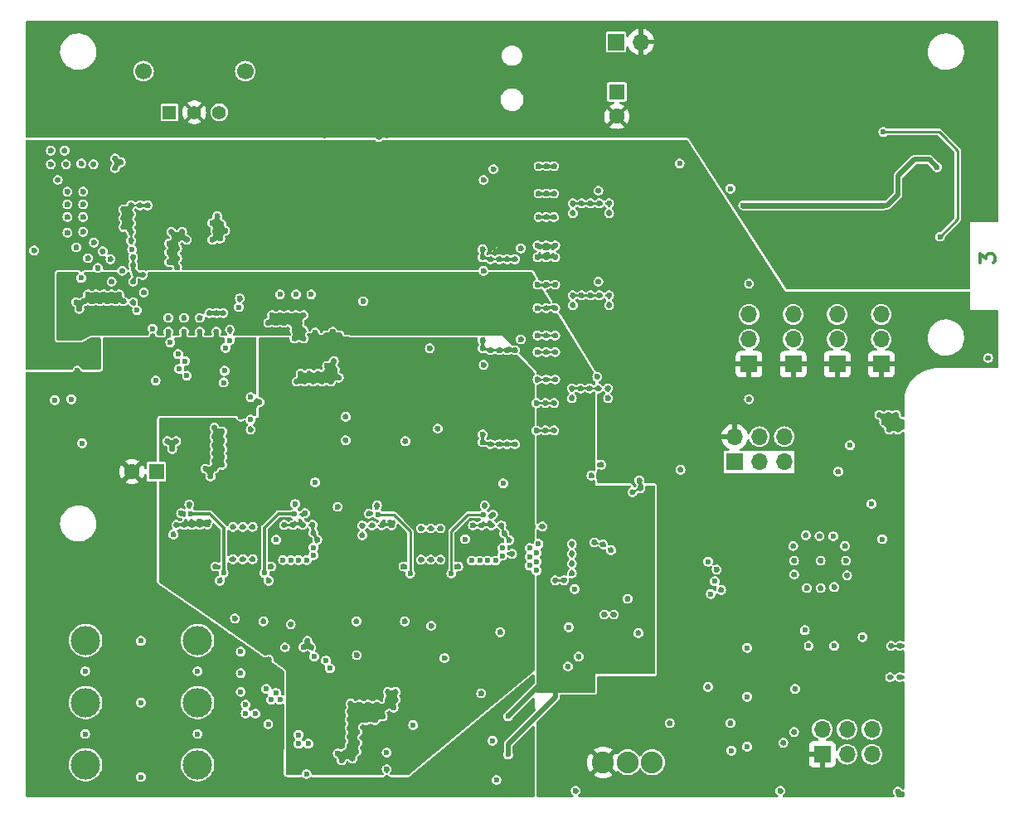
<source format=gbr>
%TF.GenerationSoftware,KiCad,Pcbnew,7.0.4*%
%TF.CreationDate,2023-07-09T20:25:32+02:00*%
%TF.ProjectId,ample,616d706c-652e-46b6-9963-61645f706362,rev?*%
%TF.SameCoordinates,Original*%
%TF.FileFunction,Copper,L3,Inr*%
%TF.FilePolarity,Positive*%
%FSLAX46Y46*%
G04 Gerber Fmt 4.6, Leading zero omitted, Abs format (unit mm)*
G04 Created by KiCad (PCBNEW 7.0.4) date 2023-07-09 20:25:32*
%MOMM*%
%LPD*%
G01*
G04 APERTURE LIST*
%ADD10C,0.300000*%
%TA.AperFunction,NonConductor*%
%ADD11C,0.300000*%
%TD*%
%TA.AperFunction,ComponentPad*%
%ADD12R,1.700000X1.700000*%
%TD*%
%TA.AperFunction,ComponentPad*%
%ADD13O,1.700000X1.700000*%
%TD*%
%TA.AperFunction,ComponentPad*%
%ADD14C,3.000000*%
%TD*%
%TA.AperFunction,ComponentPad*%
%ADD15R,1.600000X1.600000*%
%TD*%
%TA.AperFunction,ComponentPad*%
%ADD16C,1.600000*%
%TD*%
%TA.AperFunction,ComponentPad*%
%ADD17C,2.240000*%
%TD*%
%TA.AperFunction,ComponentPad*%
%ADD18R,1.400000X1.400000*%
%TD*%
%TA.AperFunction,ComponentPad*%
%ADD19C,1.400000*%
%TD*%
%TA.AperFunction,ComponentPad*%
%ADD20C,1.700000*%
%TD*%
%TA.AperFunction,ViaPad*%
%ADD21C,0.600000*%
%TD*%
%TA.AperFunction,Conductor*%
%ADD22C,0.500000*%
%TD*%
%TA.AperFunction,Conductor*%
%ADD23C,0.600000*%
%TD*%
%TA.AperFunction,Conductor*%
%ADD24C,0.250000*%
%TD*%
%TA.AperFunction,Conductor*%
%ADD25C,0.300000*%
%TD*%
G04 APERTURE END LIST*
D10*
D11*
X197800828Y-75088346D02*
X197800828Y-74159774D01*
X197800828Y-74159774D02*
X198372257Y-74659774D01*
X198372257Y-74659774D02*
X198372257Y-74445489D01*
X198372257Y-74445489D02*
X198443685Y-74302632D01*
X198443685Y-74302632D02*
X198515114Y-74231203D01*
X198515114Y-74231203D02*
X198657971Y-74159774D01*
X198657971Y-74159774D02*
X199015114Y-74159774D01*
X199015114Y-74159774D02*
X199157971Y-74231203D01*
X199157971Y-74231203D02*
X199229400Y-74302632D01*
X199229400Y-74302632D02*
X199300828Y-74445489D01*
X199300828Y-74445489D02*
X199300828Y-74874060D01*
X199300828Y-74874060D02*
X199229400Y-75016917D01*
X199229400Y-75016917D02*
X199157971Y-75088346D01*
D12*
%TO.N,+3V3*%
%TO.C,J4*%
X181675000Y-125275000D03*
D13*
%TO.N,/Microcontroller/ESP32_EN*%
X181675000Y-122735000D03*
%TO.N,/Microcontroller/ESP32_TXD0*%
X184215000Y-125275000D03*
%TO.N,/Microcontroller/ESP32_RXD0*%
X184215000Y-122735000D03*
%TO.N,/Microcontroller/ESP32_BOOT*%
X186755000Y-125275000D03*
%TO.N,GND*%
X186755000Y-122735000D03*
%TD*%
D12*
%TO.N,/Control/TOUCH_1*%
%TO.C,J9*%
X172720000Y-95375000D03*
D13*
%TO.N,+3V3*%
X172720000Y-92835000D03*
%TO.N,unconnected-(J9-Pin_3-Pad3)*%
X175260000Y-95375000D03*
%TO.N,/Control/~{MUTE}*%
X175260000Y-92835000D03*
%TO.N,/Control/TOUCH_0*%
X177800000Y-95375000D03*
%TO.N,GND*%
X177800000Y-92835000D03*
%TD*%
D14*
%TO.N,/Amplifier/HP_R_0*%
%TO.C,J3*%
X117885000Y-120000000D03*
%TO.N,unconnected-(J3-PadRN)*%
X106455000Y-120000000D03*
%TO.N,GND2*%
X117885000Y-126350000D03*
X106455000Y-126350000D03*
%TO.N,/Amplifier/HP_L_0*%
X117885000Y-113650000D03*
%TO.N,unconnected-(J3-PadTN)*%
X106455000Y-113650000D03*
%TD*%
D15*
%TO.N,VIN*%
%TO.C,C5*%
X160700000Y-57600000D03*
D16*
%TO.N,GND*%
X160700000Y-60100000D03*
%TD*%
D17*
%TO.N,GND*%
%TO.C,RV1*%
X164300000Y-126100000D03*
%TO.N,/Control/POT_VOLTAGE*%
X161800000Y-126100000D03*
%TO.N,+3V3*%
X159300000Y-126100000D03*
%TD*%
D12*
%TO.N,+3V3*%
%TO.C,J5*%
X183200000Y-85425000D03*
D13*
%TO.N,/Microcontroller/F_SEL_1*%
X183200000Y-82885000D03*
%TO.N,GND*%
X183200000Y-80345000D03*
%TD*%
D12*
%TO.N,VIN*%
%TO.C,J2*%
X160625000Y-52500000D03*
D13*
%TO.N,GND*%
X163165000Y-52500000D03*
%TD*%
D15*
%TO.N,/Codec/FILT+*%
%TO.C,C53*%
X113682380Y-96400000D03*
D16*
%TO.N,GND*%
X111182380Y-96400000D03*
%TD*%
D12*
%TO.N,+3V3*%
%TO.C,J7*%
X178700000Y-85425000D03*
D13*
%TO.N,/Microcontroller/FILTER_SEL*%
X178700000Y-82885000D03*
%TO.N,GND*%
X178700000Y-80345000D03*
%TD*%
D18*
%TO.N,Net-(U7-OUT)*%
%TO.C,U7*%
X115020000Y-59700000D03*
D19*
%TO.N,GND*%
X117560000Y-59700000D03*
%TO.N,/Input/OPT_VCC*%
X120100000Y-59700000D03*
D20*
%TO.N,unconnected-(U7-NC-Pad4)*%
X112360000Y-55500000D03*
%TO.N,unconnected-(U7-NC-Pad5)*%
X122760000Y-55500000D03*
%TD*%
D12*
%TO.N,+3V3*%
%TO.C,J6*%
X187700000Y-85425000D03*
D13*
%TO.N,/Microcontroller/F_SEL_0*%
X187700000Y-82885000D03*
%TO.N,GND*%
X187700000Y-80345000D03*
%TD*%
D12*
%TO.N,+3V3*%
%TO.C,J8*%
X174200000Y-85425000D03*
D13*
%TO.N,/Microcontroller/POT_SEL*%
X174200000Y-82885000D03*
%TO.N,GND*%
X174200000Y-80345000D03*
%TD*%
D21*
%TO.N,GND*%
X190400000Y-50800000D03*
X186800000Y-53200000D03*
X171000000Y-50800000D03*
X180000000Y-50800000D03*
X190400000Y-53200000D03*
X186800000Y-50800000D03*
%TO.N,+5V5*%
X172300000Y-67500000D03*
X173600000Y-69200000D03*
X167100000Y-64912500D03*
X193400000Y-65300000D03*
%TO.N,+5V*%
X145700000Y-80300000D03*
X147700000Y-80400000D03*
X153500000Y-116300000D03*
X104200000Y-81000000D03*
X147100000Y-77600000D03*
X104200000Y-81800000D03*
X105000000Y-81000000D03*
X152800000Y-114900000D03*
X104200000Y-82600000D03*
X145400000Y-81400000D03*
X147100000Y-81800000D03*
X149600000Y-125300000D03*
X146200000Y-81000000D03*
X152800000Y-115700000D03*
X105000000Y-82600000D03*
X105800000Y-81800000D03*
X146600000Y-80200000D03*
X105800000Y-82600000D03*
X147100000Y-81000000D03*
X105000000Y-81800000D03*
X148500000Y-80400000D03*
X105800000Y-81000000D03*
X154400000Y-116300000D03*
X149600000Y-121400000D03*
X146200000Y-81800000D03*
%TO.N,GND*%
X152600000Y-74500000D03*
X119700000Y-106100000D03*
X174400000Y-64100000D03*
X104600000Y-70400000D03*
X198600000Y-84800000D03*
X150300000Y-74700000D03*
X171350000Y-108500000D03*
X172000000Y-65300000D03*
X114900000Y-82100000D03*
X162500000Y-59800000D03*
X156200000Y-70000000D03*
X120400000Y-94100000D03*
X104300000Y-63600000D03*
X112300000Y-76300000D03*
X134700000Y-101900000D03*
X196200000Y-64300000D03*
X108700000Y-79000000D03*
X137900000Y-120500000D03*
X152700000Y-65200000D03*
X188900000Y-91400000D03*
X108300000Y-78300000D03*
X147900000Y-101900000D03*
X111100000Y-69200000D03*
X119600000Y-94500000D03*
X181500000Y-105500000D03*
X143000000Y-60100000D03*
X154400000Y-82500000D03*
X133400000Y-120900000D03*
X122400000Y-89300000D03*
X128700000Y-82000000D03*
X111300000Y-74500000D03*
X102800000Y-117300000D03*
X106300000Y-87600000D03*
X104445000Y-65000000D03*
X115800000Y-73600000D03*
X104800000Y-59100000D03*
X124600000Y-111700000D03*
X182891076Y-64684804D03*
X194200000Y-66100000D03*
X112300000Y-92900000D03*
X175200000Y-64100000D03*
X127100000Y-80400000D03*
X106000000Y-86800000D03*
X145250000Y-52400000D03*
X148050000Y-100800000D03*
X131700000Y-53900000D03*
X120400000Y-95700000D03*
X118100000Y-80700000D03*
X114000000Y-88800000D03*
X154300000Y-92200000D03*
X130600000Y-87200000D03*
X143000000Y-53900000D03*
X145250000Y-58600000D03*
X146900000Y-101900000D03*
X119600000Y-95300000D03*
X182900000Y-62900000D03*
X145250000Y-61600000D03*
X147800000Y-74700000D03*
X159800000Y-87900000D03*
X126300000Y-80400000D03*
X159800000Y-88900000D03*
X133400000Y-123500000D03*
X192600000Y-68600000D03*
X160100000Y-104435000D03*
X137200000Y-126800000D03*
X132300000Y-86800000D03*
X149500000Y-84000000D03*
X109000000Y-87700000D03*
X130200000Y-86400000D03*
X178400000Y-65300000D03*
X106700000Y-74600000D03*
X146850000Y-119050000D03*
X161800000Y-61600000D03*
X128850000Y-100650000D03*
X159300000Y-103835000D03*
X136000000Y-121800000D03*
X115000000Y-75000000D03*
X119600000Y-96100000D03*
X192600000Y-69500000D03*
X159900000Y-78400000D03*
X181800000Y-59850000D03*
X154400000Y-87000000D03*
X143750000Y-58600000D03*
X154400000Y-79700000D03*
X146000000Y-60850000D03*
X146000000Y-54650000D03*
X184000000Y-104000000D03*
X118112500Y-101825000D03*
X156200000Y-69000000D03*
X133000000Y-125100000D03*
X156100000Y-88900000D03*
X131100000Y-86400000D03*
X130112500Y-103350000D03*
X143750000Y-55400000D03*
X131800000Y-85100000D03*
X110300000Y-69600000D03*
X194400000Y-68500000D03*
X153500000Y-84200000D03*
X123100000Y-61200000D03*
X158900000Y-69000000D03*
X108800000Y-60600000D03*
X182350000Y-52200000D03*
X197000000Y-70000000D03*
X104600000Y-72000000D03*
X121800000Y-84500000D03*
X106100000Y-91700000D03*
X106200000Y-67800000D03*
X182800000Y-103000000D03*
X102900000Y-61800000D03*
X149200000Y-102700000D03*
X154300000Y-65200000D03*
X189600000Y-117400000D03*
X107300000Y-87700000D03*
X158800000Y-60600000D03*
X136400000Y-62200000D03*
X111200000Y-92900000D03*
X121200000Y-81900000D03*
X187500000Y-90600000D03*
X143000000Y-54650000D03*
X116550000Y-61100000D03*
X182900000Y-108200000D03*
X157100000Y-78400000D03*
X102100000Y-91700000D03*
X126700000Y-81200000D03*
X134800000Y-79000000D03*
X183700000Y-61300000D03*
X133400000Y-124400000D03*
X170000000Y-118400000D03*
X105500000Y-73500000D03*
X177900000Y-65900000D03*
X107300000Y-73000000D03*
X108600000Y-87000000D03*
X152700000Y-70400000D03*
X141750000Y-112150000D03*
X134200000Y-123000000D03*
X156100000Y-103800000D03*
X144500000Y-106100000D03*
X189200000Y-90600000D03*
X146000000Y-53900000D03*
X160600000Y-61600000D03*
X184000000Y-64700000D03*
X105500000Y-79100000D03*
X153100000Y-102000000D03*
X181400000Y-103000000D03*
X118600000Y-61100000D03*
X102800000Y-124500000D03*
X103600000Y-66600000D03*
X109900000Y-78300000D03*
X101200000Y-128800000D03*
X134100000Y-111700000D03*
X129100000Y-113700000D03*
X148700000Y-74700000D03*
X188500000Y-92100000D03*
X147100000Y-66600000D03*
X110300000Y-58800000D03*
X178800000Y-123000000D03*
X120700000Y-71800000D03*
X157900000Y-87900000D03*
X110200000Y-75900000D03*
X129700000Y-87200000D03*
X193700000Y-70800000D03*
X159900000Y-79400000D03*
X111300000Y-75300000D03*
X109900000Y-97300000D03*
X152600000Y-73300000D03*
X185200000Y-65600000D03*
X111100000Y-71900000D03*
X158700000Y-86700000D03*
X152600000Y-82500000D03*
X159400000Y-111000000D03*
X172800000Y-64900000D03*
X133000000Y-93200000D03*
X129300000Y-86400000D03*
X118700000Y-96100000D03*
X106000000Y-58500000D03*
X153500000Y-82500000D03*
X107800000Y-87000000D03*
X128612500Y-101850000D03*
X180100000Y-108300000D03*
X105000000Y-86600000D03*
X131900000Y-86000000D03*
X110000000Y-92900000D03*
X110600000Y-87700000D03*
X139100000Y-93300000D03*
X110200000Y-87000000D03*
X127900000Y-80400000D03*
X152500000Y-92200000D03*
X183700000Y-63700000D03*
X119100000Y-80200000D03*
X106300000Y-79000000D03*
X130850000Y-60550000D03*
X188600000Y-117400000D03*
X127612500Y-101850000D03*
X142700000Y-102200000D03*
X137000000Y-120500000D03*
X131500000Y-87200000D03*
X182900000Y-60500000D03*
X144500000Y-52400000D03*
X143750000Y-61600000D03*
X150000000Y-104800000D03*
X119400000Y-71000000D03*
X109700000Y-95550000D03*
X154400000Y-73300000D03*
X159900000Y-69000000D03*
X107900000Y-79000000D03*
X186400000Y-66700000D03*
X107200000Y-61400000D03*
X152700000Y-68000000D03*
X156100000Y-105800000D03*
X128000000Y-87200000D03*
X137400000Y-61300000D03*
X133500000Y-120100000D03*
X175200000Y-64900000D03*
X180700000Y-52800000D03*
X116200000Y-100650000D03*
X152500000Y-89400000D03*
X134200000Y-121100000D03*
X184700000Y-58600000D03*
X121700000Y-111400000D03*
X116800000Y-72700000D03*
X178400000Y-64500000D03*
X146000000Y-101900000D03*
X188700000Y-114200000D03*
X170900000Y-64800000D03*
X121500000Y-102050000D03*
X126800000Y-114350000D03*
X119700000Y-71800000D03*
X130850000Y-62050000D03*
X115712500Y-101825000D03*
X109445000Y-64400000D03*
X105400000Y-87300000D03*
X111800000Y-60600000D03*
X150300000Y-84000000D03*
X152600000Y-84200000D03*
X180000000Y-102900000D03*
X157000000Y-87900000D03*
X147200000Y-99850000D03*
X119900000Y-70300000D03*
X176800000Y-64100001D03*
X181350000Y-61600000D03*
X158100000Y-96800000D03*
X147800000Y-84000000D03*
X122500000Y-102050000D03*
X147000000Y-92600000D03*
X106900000Y-87000000D03*
X147000000Y-73700000D03*
X115300000Y-94100000D03*
X110300000Y-70500000D03*
X141700000Y-102200000D03*
X104600000Y-69100000D03*
X181450000Y-52200000D03*
X186400000Y-65600000D03*
X137200000Y-60500000D03*
X193800000Y-77200000D03*
X135100000Y-121000000D03*
X102800000Y-110000000D03*
X144500000Y-58600000D03*
X149500000Y-74700000D03*
X182300000Y-71300000D03*
X109100000Y-78300000D03*
X172500000Y-65900000D03*
X134200000Y-124100000D03*
X117312500Y-101825000D03*
X183700000Y-62900000D03*
X127800000Y-82000000D03*
X147000000Y-93400000D03*
X136200000Y-120200000D03*
X150300000Y-93600000D03*
X174400000Y-64900000D03*
X122200000Y-78700000D03*
X147000000Y-83000000D03*
X134700000Y-102900000D03*
X149500000Y-93600000D03*
X159900000Y-70000000D03*
X112400000Y-78100000D03*
X148800000Y-112800000D03*
X188400000Y-90600000D03*
X118600000Y-58400000D03*
X106200000Y-69100000D03*
X115600000Y-88800000D03*
X142000000Y-126900000D03*
X137300000Y-118900000D03*
X105600000Y-86100000D03*
X123100000Y-62000000D03*
X133400000Y-121700000D03*
X158000000Y-78400000D03*
X139050000Y-111700000D03*
X103500000Y-60500000D03*
X114000000Y-83000000D03*
X102800000Y-104600000D03*
X195100000Y-58900000D03*
X120200000Y-72600000D03*
X111700000Y-93650000D03*
X129712500Y-102650000D03*
X111100000Y-70100000D03*
X137200000Y-62050000D03*
X153500000Y-70400000D03*
X149700000Y-103400000D03*
X146000000Y-59350000D03*
X140700000Y-102200000D03*
X142400000Y-92000000D03*
X112800000Y-69200000D03*
X146000000Y-53150000D03*
X188000000Y-91400000D03*
X117050000Y-99750000D03*
X184700000Y-63900000D03*
X166650000Y-59600000D03*
X111100000Y-72800000D03*
X154300000Y-68000000D03*
X192100000Y-66700000D03*
X157100000Y-69000000D03*
X111500000Y-76100000D03*
X181000000Y-59650000D03*
X122400000Y-61600000D03*
X113400000Y-60600000D03*
X106200000Y-70400000D03*
X111300000Y-79100000D03*
X176000001Y-64900000D03*
X151150000Y-125150000D03*
X125100000Y-81200000D03*
X112000000Y-69200000D03*
X189600000Y-114200000D03*
X125150000Y-107550000D03*
X110700000Y-97850000D03*
X119400000Y-72700000D03*
X128400000Y-86400000D03*
X152600000Y-77300000D03*
X194200000Y-58700000D03*
X136700000Y-101900000D03*
X133400000Y-122600000D03*
X182900000Y-66700000D03*
X134200000Y-122000000D03*
X107245000Y-65000000D03*
X183300000Y-96400000D03*
X183200000Y-53250000D03*
X123300000Y-92100000D03*
X143000000Y-60850000D03*
X108800000Y-58800000D03*
X153500000Y-73300000D03*
X144600000Y-128000000D03*
X162500000Y-60900000D03*
X150900000Y-82900000D03*
X127500000Y-81200000D03*
X110300000Y-79000000D03*
X119800000Y-82100000D03*
X132600000Y-125900000D03*
X178700000Y-104000000D03*
X136800000Y-121400000D03*
X127850000Y-99700000D03*
X156500000Y-129000000D03*
X121500000Y-105350000D03*
X152600000Y-79700000D03*
X142700000Y-105400000D03*
X153500000Y-68000000D03*
X148100000Y-65500000D03*
X187500000Y-65600000D03*
X178800000Y-105500000D03*
X182900000Y-59700000D03*
X135700000Y-101900000D03*
X119600000Y-93700000D03*
X116300000Y-71900000D03*
X129500000Y-114337500D03*
X141600000Y-83800000D03*
X154300000Y-70400000D03*
X194000000Y-67200000D03*
X102900000Y-65000000D03*
X189500000Y-58800000D03*
X198600000Y-51200000D03*
X153500000Y-77300000D03*
X153500000Y-79700000D03*
X106700000Y-78300000D03*
X176800000Y-64900000D03*
X153500000Y-74500000D03*
X109100000Y-77000000D03*
X181500000Y-108300000D03*
X189400000Y-92100000D03*
X172799999Y-64100000D03*
X113300000Y-82600000D03*
X148050000Y-125750000D03*
X156200000Y-79400000D03*
X132200000Y-125200000D03*
X145250000Y-55400000D03*
X106020000Y-64930000D03*
X126712500Y-101850000D03*
X147000000Y-74500000D03*
X125400000Y-106100000D03*
X109600000Y-96450000D03*
X122500000Y-105350000D03*
X109500000Y-79000000D03*
X184100000Y-66700000D03*
X162300000Y-98500000D03*
X138100000Y-118900000D03*
X125300000Y-61200000D03*
X177700000Y-124100000D03*
X107100000Y-79000000D03*
X186200000Y-77200000D03*
X125950000Y-61600000D03*
X156100000Y-104800000D03*
X128700000Y-114337500D03*
X166050000Y-60950000D03*
X153400000Y-92200000D03*
X119800000Y-80200000D03*
X153500000Y-87000000D03*
X106200000Y-71900000D03*
X178900000Y-118600000D03*
X118100000Y-82100000D03*
X133700000Y-125700000D03*
X129612500Y-101850000D03*
X125500000Y-80400000D03*
X104800000Y-60200000D03*
X164200000Y-60900000D03*
X183150000Y-52350000D03*
X172300000Y-122100000D03*
X102800000Y-97900000D03*
X143100000Y-115450000D03*
X109000000Y-74700000D03*
X182900000Y-63700000D03*
X131100000Y-85600000D03*
X115412500Y-102825000D03*
X148700000Y-84000000D03*
X115000000Y-73100000D03*
X187500000Y-66700000D03*
X150000000Y-51200000D03*
X173600000Y-64100000D03*
X102900000Y-63600000D03*
X101200000Y-51200000D03*
X153500000Y-65200000D03*
X156100000Y-87900000D03*
X176000000Y-64100000D03*
X117600000Y-61300000D03*
X135100000Y-121800000D03*
X136400000Y-60250000D03*
X194800000Y-65400000D03*
X124200000Y-89300000D03*
X107700000Y-75600000D03*
X115200000Y-71900000D03*
X154400000Y-84200000D03*
X128300000Y-81200000D03*
X144500000Y-55400000D03*
X154400000Y-74500000D03*
X120400000Y-94900000D03*
X107500000Y-78300000D03*
X135350000Y-100700000D03*
X182900000Y-62100000D03*
X178800000Y-106900000D03*
X116500000Y-80700000D03*
X163100000Y-98100000D03*
X113400000Y-58800000D03*
X153400000Y-89400000D03*
X110300000Y-60600000D03*
X130650000Y-61300000D03*
X120500000Y-80200000D03*
X166100000Y-122100000D03*
X136200000Y-99850000D03*
X111800000Y-58800000D03*
X128700000Y-80400000D03*
X109000000Y-92600000D03*
X108900000Y-91600000D03*
X193500000Y-69100000D03*
X159100000Y-95700000D03*
X127400000Y-112000000D03*
X116550000Y-58400000D03*
X189700000Y-91300000D03*
X117600000Y-58150000D03*
X154400000Y-107500000D03*
X182900000Y-65600000D03*
X110300000Y-71400000D03*
X119200000Y-96900000D03*
X144500000Y-61600000D03*
X105800000Y-79800000D03*
X193500000Y-68100000D03*
X192100000Y-65600000D03*
X189500000Y-72400000D03*
X147100000Y-75900000D03*
X137300000Y-119700000D03*
X155700000Y-116300000D03*
X135300000Y-120200000D03*
X154400000Y-77300000D03*
X123500000Y-105350000D03*
X148700000Y-93600000D03*
X148900000Y-101900000D03*
X109800000Y-87700000D03*
X177400000Y-129000000D03*
X119600000Y-92800000D03*
X160400000Y-111000000D03*
X115800000Y-74600000D03*
X147100000Y-85500000D03*
X143000000Y-53150000D03*
X177600000Y-64100001D03*
X134150000Y-115150000D03*
X137700000Y-101900000D03*
X114800000Y-88800000D03*
X107400000Y-58500000D03*
X110045000Y-64800000D03*
X156100000Y-106800000D03*
X185200000Y-66700000D03*
X182900000Y-61300000D03*
X156200000Y-78400000D03*
X118900000Y-101800000D03*
X128700000Y-82800000D03*
X133000000Y-90800000D03*
X120400000Y-93200000D03*
X120150000Y-107550000D03*
X150900000Y-73600000D03*
X158000000Y-69000000D03*
X138900000Y-106100000D03*
X119600000Y-91900000D03*
X143750000Y-52400000D03*
X158400000Y-103635000D03*
X147800000Y-93600000D03*
X115700000Y-93300000D03*
X120400000Y-92300000D03*
X173600000Y-64900000D03*
X116500000Y-82100000D03*
X152600000Y-87000000D03*
X183700000Y-62100000D03*
X158800000Y-87900000D03*
X184100000Y-65600000D03*
X116512500Y-101825000D03*
X174200000Y-89000000D03*
X158800000Y-77000000D03*
X183700000Y-58600000D03*
X180400000Y-58850000D03*
X109445000Y-65400000D03*
X111300000Y-77000000D03*
X101200000Y-73800000D03*
X141700000Y-105400000D03*
X184100000Y-105500000D03*
X108200000Y-87700000D03*
X172000000Y-64500000D03*
X162900000Y-112900000D03*
X134400000Y-120200000D03*
X167200000Y-96200000D03*
X114800000Y-93300000D03*
X183700000Y-59700000D03*
X138100000Y-119700000D03*
X159600000Y-61400000D03*
X125900000Y-81200000D03*
X108200000Y-73900000D03*
X156800000Y-115300000D03*
X132200000Y-100000000D03*
X161800000Y-109400000D03*
X189400000Y-129100000D03*
X120300000Y-71100000D03*
X158900000Y-78400000D03*
X177600000Y-64900000D03*
X134100000Y-125000000D03*
X128800000Y-87200000D03*
X143000000Y-59350000D03*
X115800000Y-75500000D03*
X104600000Y-67800000D03*
X111100000Y-71000000D03*
X155300000Y-107500000D03*
X163800000Y-59700000D03*
X170900000Y-106400000D03*
X111750000Y-97900000D03*
X193100000Y-66800000D03*
X122300000Y-90800000D03*
X140700000Y-105400000D03*
X183700000Y-60500000D03*
X123500000Y-102050000D03*
X121800000Y-85300000D03*
X102100000Y-95200000D03*
X115000000Y-74000000D03*
X115800000Y-72700000D03*
X146000000Y-60100000D03*
X192600000Y-67600000D03*
X136000000Y-121000000D03*
X195300000Y-59700000D03*
X174200000Y-77200000D03*
X184200000Y-107000000D03*
X131700000Y-60250000D03*
X125300000Y-62000000D03*
X154300000Y-89400000D03*
X163000000Y-97300000D03*
X178800000Y-77200000D03*
X147000000Y-83800000D03*
X158800000Y-67700000D03*
X110700000Y-101600000D03*
X121100000Y-84900000D03*
X125150000Y-115600000D03*
X114900000Y-80700000D03*
X127800000Y-82800000D03*
X109400000Y-87000000D03*
%TO.N,+3V3*%
X187000000Y-91300000D03*
X118100000Y-72000000D03*
X104200000Y-83500000D03*
X185800000Y-93600000D03*
X180200000Y-117700000D03*
X105800000Y-84300000D03*
X114700000Y-71000000D03*
X147100000Y-71700000D03*
X146600000Y-70900000D03*
X145400000Y-72100000D03*
X176450000Y-121600000D03*
X115200000Y-69300000D03*
X104300000Y-74000000D03*
X185800000Y-92000000D03*
X155300000Y-127600000D03*
X187800000Y-119400000D03*
X186100000Y-91300000D03*
X147100000Y-72500000D03*
X187400000Y-92000000D03*
X118900000Y-72000000D03*
X118500000Y-72700000D03*
X186600000Y-93600000D03*
X104200000Y-84300000D03*
X185800000Y-92800000D03*
X148500000Y-71100000D03*
X145700000Y-71000000D03*
X146200000Y-71700000D03*
X177700000Y-125600000D03*
X117300000Y-72000000D03*
X147700000Y-71100000D03*
X117600000Y-72700000D03*
X116900000Y-71200000D03*
X105000000Y-83500000D03*
X105800000Y-85100000D03*
X168200000Y-124900000D03*
X115500000Y-70500000D03*
X105000000Y-85100000D03*
X104200000Y-85100000D03*
X114700000Y-70100000D03*
X105000000Y-84300000D03*
X170000000Y-119400000D03*
X117700000Y-71200000D03*
X186600000Y-92000000D03*
X118600000Y-71200000D03*
X146200000Y-72500000D03*
X114400000Y-69200000D03*
X105800000Y-83500000D03*
X186600000Y-92800000D03*
X147100000Y-68300000D03*
X155300000Y-123600000D03*
X113600000Y-69200000D03*
%TO.N,+5VA*%
X130900000Y-126800000D03*
X115412500Y-104425000D03*
X146200000Y-90700000D03*
X148500000Y-90100000D03*
X147100000Y-90700000D03*
X130300000Y-82900000D03*
X146600000Y-89900000D03*
X129500000Y-82900000D03*
X116400000Y-97700000D03*
X138900000Y-117300000D03*
X136000000Y-116600000D03*
X117600000Y-96900000D03*
X118400000Y-96900000D03*
X131700000Y-82900000D03*
X134700000Y-105000000D03*
X116800000Y-96900000D03*
X117900000Y-96100000D03*
X129900000Y-82200000D03*
X132400000Y-83300000D03*
X133200000Y-83700000D03*
X115412500Y-103625000D03*
X145400000Y-91100000D03*
X147200000Y-87200000D03*
X149100000Y-96000000D03*
X129900000Y-95900000D03*
X115412500Y-105225000D03*
X137200000Y-115800000D03*
X131000001Y-84100000D03*
X118812500Y-105525000D03*
X131300000Y-125200000D03*
X130100000Y-126800000D03*
X117912500Y-105525000D03*
X131000000Y-82500000D03*
X118000000Y-97700000D03*
X138100000Y-118100000D03*
X136200000Y-105500000D03*
X145700000Y-90000000D03*
X130500000Y-125200000D03*
X135400000Y-105500000D03*
X136300000Y-115800000D03*
X133200000Y-82900000D03*
X147700000Y-90100000D03*
X138100000Y-117300000D03*
X138100000Y-115800000D03*
X137700000Y-116600000D03*
X147100000Y-91500000D03*
X137200000Y-123400000D03*
X117100000Y-96100000D03*
X137000000Y-105500000D03*
X131700000Y-126000000D03*
X137300000Y-117300000D03*
X130900000Y-126000000D03*
X131000000Y-83300000D03*
X138900000Y-118100000D03*
X116300000Y-96100000D03*
X130100000Y-126000000D03*
X131700000Y-126800000D03*
X132400000Y-82500000D03*
X136800000Y-116600000D03*
X138500000Y-116600000D03*
X137300000Y-118100000D03*
X137800000Y-105500000D03*
X131700000Y-83700000D03*
X132400000Y-84100000D03*
X134700000Y-104200000D03*
X131700000Y-82100000D03*
X116212500Y-105525000D03*
X117012500Y-105525000D03*
X146200000Y-91500000D03*
X117200000Y-97700000D03*
%TO.N,OP_VCC-*%
X152500000Y-104700000D03*
X149000000Y-105000000D03*
X151800000Y-105100000D03*
X151800000Y-104200000D03*
X152700000Y-103800000D03*
X126612500Y-105450000D03*
X145900000Y-105500000D03*
X146700000Y-105500000D03*
X129012500Y-105450000D03*
X128212500Y-105450000D03*
X148300000Y-105500000D03*
X147500000Y-105500000D03*
X149000000Y-104200000D03*
X151800000Y-106000000D03*
X152500000Y-105600000D03*
X129712500Y-104950000D03*
X152500000Y-106500000D03*
X129712500Y-104150000D03*
X127412500Y-105450000D03*
%TO.N,/Supply/DCDC_IN*%
X193700000Y-72400000D03*
X187900000Y-61700000D03*
%TO.N,/Codec/CS_AD1*%
X116000000Y-85900000D03*
X105000000Y-89000000D03*
%TO.N,/Codec/CS_AD0*%
X103300000Y-89100000D03*
X116800000Y-86600000D03*
%TO.N,/Codec/~{RST}*%
X174000000Y-114400000D03*
X113600000Y-87100000D03*
X106100000Y-93500000D03*
%TO.N,Net-(U9-RXP3{slash}GPO3)*%
X126300000Y-78300000D03*
X122100000Y-79600000D03*
%TO.N,Net-(U9-RXP4{slash}GPO4)*%
X127950000Y-78300000D03*
X121150000Y-83000000D03*
%TO.N,Net-(U9-RXP5{slash}GPO5)*%
X129500000Y-78300000D03*
X120750000Y-83750000D03*
%TO.N,Net-(U10-CPN)*%
X125100000Y-122200000D03*
X124900000Y-118600000D03*
%TO.N,/Codec/AOUTA-*%
X123300000Y-88800000D03*
X123300000Y-91100000D03*
%TO.N,/Microcontroller/ESP32_BOOT*%
X174000000Y-124500000D03*
X174000000Y-119400000D03*
%TO.N,/Microcontroller/ESP32_EN*%
X186700000Y-99700000D03*
%TO.N,Net-(C94-Pad2)*%
X143800000Y-106800000D03*
X147100000Y-100800000D03*
%TO.N,Net-(C95-Pad2)*%
X139600000Y-106800000D03*
X136300000Y-100800000D03*
%TO.N,Net-(C96-Pad2)*%
X127800000Y-100700000D03*
X124700000Y-106750000D03*
%TO.N,Net-(C97-Pad2)*%
X117200000Y-100700000D03*
X120550000Y-106750000D03*
%TO.N,/Microcontroller/LED_1*%
X172400000Y-124900000D03*
X180300000Y-114200000D03*
%TO.N,/Control/~{MUTE}*%
X184500000Y-93700000D03*
%TO.N,/Amplifier/MUTEC*%
X120650000Y-86100000D03*
X137200000Y-125100000D03*
%TO.N,Net-(Q2-D)*%
X131000000Y-115700000D03*
X148000000Y-123900000D03*
%TO.N,Net-(Q3-D)*%
X148400000Y-127900000D03*
X131400000Y-116500000D03*
%TO.N,Net-(U2-FC)*%
X156400000Y-108400000D03*
X155800000Y-112300000D03*
%TO.N,Net-(X1-Tri-State)*%
X106000000Y-76625000D03*
X111200000Y-73700000D03*
%TO.N,/Amplifier/AMP_EN*%
X129800000Y-115300000D03*
X139900000Y-122300000D03*
%TO.N,/Codec/CX_SDIN1*%
X170000000Y-105600000D03*
X111700000Y-79900000D03*
%TO.N,/Codec/CX_LRCK*%
X113300000Y-81800000D03*
X170700000Y-107600000D03*
%TO.N,/Codec/CX_SCLK*%
X170300000Y-108900000D03*
X115100000Y-83200000D03*
%TO.N,/DAC_Filter/OPA1_EN*%
X149100000Y-97600000D03*
X145200000Y-103300000D03*
%TO.N,/DAC_Filter/OPA2_EN*%
X129900000Y-97500000D03*
X125912500Y-103350000D03*
%TO.N,/Codec/CODEC_INT*%
X179900000Y-112600000D03*
X120550000Y-87300000D03*
%TO.N,/Control/POT_VOLTAGE*%
X187800000Y-103300000D03*
%TO.N,/Amplifier/SDA_1*%
X182900000Y-114200000D03*
X116600000Y-85100000D03*
%TO.N,/Amplifier/SCL_1*%
X185800000Y-113300000D03*
X115900000Y-84400000D03*
%TO.N,GND2*%
X106400000Y-123200000D03*
X129200000Y-124200000D03*
X125900000Y-119000000D03*
X122300000Y-114800000D03*
X122300000Y-118900000D03*
X106400000Y-116800000D03*
X122800000Y-121100000D03*
X126300000Y-119700000D03*
X117900000Y-123200000D03*
X112100000Y-127600000D03*
X129000000Y-127300000D03*
X122800000Y-120200000D03*
X112100000Y-120000000D03*
X125400000Y-119700000D03*
X117900000Y-116800000D03*
X112100000Y-113700000D03*
X122300000Y-117000000D03*
X123800000Y-121125000D03*
X128200000Y-123300000D03*
X128200000Y-124200000D03*
%TD*%
D22*
%TO.N,+5V5*%
X191100000Y-64500000D02*
X189400000Y-66200000D01*
D23*
X187900000Y-69200000D02*
X173600000Y-69200000D01*
D22*
X188300000Y-69200000D02*
X187900000Y-69200000D01*
X193400000Y-65300000D02*
X192600000Y-64500000D01*
X189400000Y-68100000D02*
X188300000Y-69200000D01*
X189400000Y-66200000D02*
X189400000Y-68100000D01*
X192600000Y-64500000D02*
X191100000Y-64500000D01*
%TO.N,+5V*%
X155400000Y-82800000D02*
X155400000Y-82200000D01*
X154400000Y-81200000D02*
X147300000Y-81200000D01*
X154400000Y-119450000D02*
X149600000Y-124250000D01*
X147900000Y-77600000D02*
X147100000Y-77600000D01*
X149600000Y-124250000D02*
X149600000Y-125300000D01*
X153500000Y-116300000D02*
X153500000Y-105300000D01*
X156000000Y-84600000D02*
X156000000Y-83400000D01*
X148500000Y-78200000D02*
X147900000Y-77600000D01*
X156000000Y-102800000D02*
X156000000Y-90200000D01*
X153500000Y-105300000D02*
X156000000Y-102800000D01*
X156000000Y-90200000D02*
X155200000Y-89400000D01*
X154400000Y-118400000D02*
X154400000Y-117200000D01*
X156000000Y-83400000D02*
X155400000Y-82800000D01*
X148500000Y-80400000D02*
X148500000Y-78200000D01*
X153400000Y-117600000D02*
X149600000Y-121400000D01*
X155200000Y-89400000D02*
X155200000Y-85400000D01*
X155200000Y-85400000D02*
X156000000Y-84600000D01*
X154400000Y-117200000D02*
X153500000Y-116300000D01*
X147300000Y-81200000D02*
X147100000Y-81000000D01*
X154400000Y-118400000D02*
X154400000Y-119450000D01*
X153500000Y-116300000D02*
X153400000Y-116400000D01*
X155400000Y-82200000D02*
X154400000Y-81200000D01*
X153400000Y-116400000D02*
X153400000Y-117600000D01*
%TO.N,+3V3*%
X148500000Y-71100000D02*
X148500000Y-68900000D01*
X147900000Y-68300000D02*
X147100000Y-68300000D01*
X148500000Y-68900000D02*
X147900000Y-68300000D01*
%TO.N,+5VA*%
X148500000Y-87700000D02*
X148000000Y-87200000D01*
X148500000Y-90100000D02*
X148500000Y-87700000D01*
X148000000Y-87200000D02*
X147200000Y-87200000D01*
D24*
%TO.N,/Supply/DCDC_IN*%
X194200000Y-62300000D02*
X193600000Y-61700000D01*
X195500000Y-65500000D02*
X195500000Y-63600000D01*
X193700000Y-72400000D02*
X195500000Y-70600000D01*
X195500000Y-70600000D02*
X195500000Y-65500000D01*
X193600000Y-61700000D02*
X187900000Y-61700000D01*
X195500000Y-63600000D02*
X194200000Y-62300000D01*
%TO.N,Net-(C94-Pad2)*%
X145500000Y-100800000D02*
X147100000Y-100800000D01*
X143800000Y-106800000D02*
X143800000Y-102500000D01*
X143800000Y-102500000D02*
X145500000Y-100800000D01*
%TO.N,Net-(C95-Pad2)*%
X139600000Y-102500000D02*
X137900000Y-100800000D01*
X139600000Y-106800000D02*
X139600000Y-102500000D01*
X137900000Y-100800000D02*
X136300000Y-100800000D01*
D25*
%TO.N,Net-(C96-Pad2)*%
X124700000Y-102150000D02*
X126150000Y-100700000D01*
X126150000Y-100700000D02*
X127800000Y-100700000D01*
X124700000Y-106750000D02*
X124700000Y-102150000D01*
%TO.N,Net-(C97-Pad2)*%
X119100000Y-100700000D02*
X117200000Y-100700000D01*
X120550000Y-102150000D02*
X119100000Y-100700000D01*
X120550000Y-106750000D02*
X120550000Y-102150000D01*
%TD*%
%TA.AperFunction,Conductor*%
%TO.N,+3V3*%
G36*
X160000000Y-124636472D02*
G01*
X159802157Y-124554525D01*
X159554210Y-124494998D01*
X159299999Y-124474991D01*
X159045789Y-124494998D01*
X158797843Y-124554525D01*
X158797841Y-124554525D01*
X158562264Y-124652103D01*
X158562261Y-124652105D01*
X158344839Y-124785343D01*
X158341633Y-124788080D01*
X158341633Y-124788081D01*
X159090779Y-125537227D01*
X158997412Y-125575901D01*
X158872075Y-125672075D01*
X158775901Y-125797411D01*
X158737227Y-125890778D01*
X157988081Y-125141633D01*
X157988080Y-125141633D01*
X157985343Y-125144839D01*
X157852105Y-125362261D01*
X157852103Y-125362264D01*
X157754525Y-125597841D01*
X157754525Y-125597843D01*
X157694998Y-125845789D01*
X157674991Y-126099999D01*
X157694998Y-126354210D01*
X157754525Y-126602156D01*
X157754525Y-126602158D01*
X157852103Y-126837735D01*
X157852105Y-126837738D01*
X157985337Y-127055153D01*
X157988081Y-127058365D01*
X158737226Y-126309219D01*
X158775901Y-126402588D01*
X158872075Y-126527925D01*
X158997412Y-126624099D01*
X159090778Y-126662772D01*
X158341634Y-127411916D01*
X158341634Y-127411917D01*
X158344846Y-127414661D01*
X158562261Y-127547894D01*
X158562264Y-127547896D01*
X158797842Y-127645474D01*
X159045789Y-127705001D01*
X159299999Y-127725008D01*
X159554210Y-127705001D01*
X159802156Y-127645474D01*
X159802158Y-127645474D01*
X160000000Y-127563525D01*
X160000000Y-129649500D01*
X156837418Y-129649500D01*
X156770379Y-129629815D01*
X156724624Y-129577011D01*
X156714680Y-129507853D01*
X156743705Y-129444297D01*
X156770378Y-129421185D01*
X156789761Y-129408727D01*
X156831128Y-129382143D01*
X156925377Y-129273373D01*
X156985165Y-129142457D01*
X157005647Y-129000000D01*
X156985165Y-128857543D01*
X156925377Y-128726627D01*
X156831128Y-128617857D01*
X156710053Y-128540047D01*
X156710051Y-128540046D01*
X156710049Y-128540045D01*
X156710050Y-128540045D01*
X156571963Y-128499500D01*
X156571961Y-128499500D01*
X156428039Y-128499500D01*
X156428036Y-128499500D01*
X156289949Y-128540045D01*
X156168873Y-128617856D01*
X156074623Y-128726626D01*
X156074622Y-128726628D01*
X156014834Y-128857543D01*
X155994353Y-129000000D01*
X156014834Y-129142456D01*
X156074622Y-129273371D01*
X156074623Y-129273373D01*
X156168872Y-129382143D01*
X156168874Y-129382144D01*
X156168873Y-129382144D01*
X156229622Y-129421185D01*
X156275376Y-129473989D01*
X156285320Y-129543147D01*
X156256295Y-129606703D01*
X156197517Y-129644477D01*
X156162582Y-129649500D01*
X152624000Y-129649500D01*
X152556961Y-129629815D01*
X152511206Y-129577011D01*
X152500000Y-129525500D01*
X152500000Y-122038463D01*
X152519685Y-121971424D01*
X152536311Y-121950791D01*
X154698205Y-119788896D01*
X154703373Y-119784277D01*
X154733970Y-119759879D01*
X154766865Y-119711629D01*
X154768131Y-119709845D01*
X154802793Y-119662882D01*
X154802793Y-119662879D01*
X154802795Y-119662878D01*
X154806787Y-119655324D01*
X154810471Y-119647675D01*
X154827666Y-119591926D01*
X154828382Y-119589749D01*
X154847646Y-119534699D01*
X154847646Y-119534696D01*
X154849232Y-119526311D01*
X154850500Y-119517904D01*
X154850500Y-119459578D01*
X154850542Y-119457294D01*
X154852724Y-119398990D01*
X154852723Y-119398989D01*
X154851684Y-119389761D01*
X154852513Y-119389667D01*
X154850500Y-119374366D01*
X154850500Y-119329500D01*
X154870185Y-119262461D01*
X154922989Y-119216706D01*
X154974500Y-119205500D01*
X158375991Y-119205500D01*
X158376000Y-119205500D01*
X158419684Y-119200803D01*
X158471195Y-119189597D01*
X158481373Y-119187110D01*
X158562085Y-119144100D01*
X158614889Y-119098345D01*
X158632843Y-119080754D01*
X158677490Y-119000937D01*
X158677765Y-119000000D01*
X160000000Y-119000000D01*
X160000000Y-124636472D01*
G37*
%TD.AperFunction*%
%TD*%
%TA.AperFunction,Conductor*%
%TO.N,+5VA*%
G36*
X131759521Y-81810022D02*
G01*
X131773988Y-81814269D01*
X131806694Y-81823872D01*
X131838798Y-81838532D01*
X131880174Y-81865124D01*
X131906846Y-81888236D01*
X131939046Y-81925398D01*
X131958126Y-81955086D01*
X131987387Y-82019157D01*
X131987392Y-82019168D01*
X131996535Y-82035911D01*
X132001434Y-82044884D01*
X132001436Y-82044887D01*
X132001435Y-82044887D01*
X132020507Y-82074567D01*
X132082280Y-82136348D01*
X132104418Y-82150577D01*
X132141053Y-82174125D01*
X132162992Y-82186399D01*
X132252153Y-82206756D01*
X132322023Y-82206761D01*
X132325502Y-82206260D01*
X132343141Y-82205000D01*
X132424590Y-82205000D01*
X132459521Y-82210022D01*
X132473988Y-82214269D01*
X132506694Y-82223872D01*
X132538798Y-82238532D01*
X132580174Y-82265124D01*
X132606846Y-82288236D01*
X132639046Y-82325398D01*
X132658126Y-82355086D01*
X132699214Y-82445054D01*
X132699215Y-82445056D01*
X132713254Y-82470769D01*
X132713260Y-82470779D01*
X132713261Y-82470780D01*
X132732038Y-82500000D01*
X132732342Y-82500472D01*
X132732347Y-82500478D01*
X132794114Y-82562247D01*
X132794116Y-82562248D01*
X132794119Y-82562251D01*
X132852897Y-82600026D01*
X132852905Y-82600031D01*
X132863526Y-82605971D01*
X132874837Y-82612298D01*
X132925559Y-82623875D01*
X132963995Y-82632648D01*
X132964000Y-82632649D01*
X133033867Y-82632649D01*
X133033870Y-82632649D01*
X133091765Y-82624325D01*
X133140474Y-82610022D01*
X133175408Y-82605000D01*
X133224587Y-82605000D01*
X133259520Y-82610022D01*
X133306701Y-82623875D01*
X133338805Y-82638536D01*
X133361614Y-82653194D01*
X133371137Y-82657543D01*
X133414812Y-82677490D01*
X133414816Y-82677491D01*
X133414818Y-82677492D01*
X133481856Y-82697176D01*
X133539752Y-82705500D01*
X146393834Y-82705500D01*
X146460873Y-82725185D01*
X146506628Y-82777989D01*
X146516572Y-82847147D01*
X146515857Y-82850434D01*
X146494353Y-82999999D01*
X146514834Y-83142456D01*
X146574622Y-83273371D01*
X146574625Y-83273377D01*
X146613983Y-83318798D01*
X146643008Y-83382353D01*
X146633064Y-83451512D01*
X146613983Y-83481202D01*
X146574625Y-83526622D01*
X146574622Y-83526628D01*
X146514834Y-83657543D01*
X146494353Y-83799999D01*
X146514834Y-83942456D01*
X146554284Y-84028838D01*
X146574623Y-84073373D01*
X146668872Y-84182143D01*
X146789947Y-84259953D01*
X146789950Y-84259954D01*
X146789949Y-84259954D01*
X146928036Y-84300499D01*
X146928038Y-84300500D01*
X146928039Y-84300500D01*
X147071962Y-84300500D01*
X147071962Y-84300499D01*
X147210053Y-84259953D01*
X147217897Y-84254911D01*
X147284934Y-84235225D01*
X147351975Y-84254907D01*
X147378652Y-84278023D01*
X147467212Y-84380228D01*
X147468872Y-84382143D01*
X147589947Y-84459953D01*
X147589950Y-84459954D01*
X147589949Y-84459954D01*
X147697107Y-84491417D01*
X147726336Y-84500000D01*
X147728036Y-84500499D01*
X147728038Y-84500500D01*
X147728039Y-84500500D01*
X147871962Y-84500500D01*
X147871962Y-84500499D01*
X148010053Y-84459953D01*
X148131128Y-84382143D01*
X148156288Y-84353106D01*
X148215065Y-84315333D01*
X148284935Y-84315333D01*
X148343711Y-84353106D01*
X148368872Y-84382143D01*
X148489947Y-84459953D01*
X148489950Y-84459954D01*
X148489949Y-84459954D01*
X148597107Y-84491417D01*
X148626336Y-84500000D01*
X148628036Y-84500499D01*
X148628038Y-84500500D01*
X148628039Y-84500500D01*
X148771962Y-84500500D01*
X148771962Y-84500499D01*
X148910050Y-84459954D01*
X148910051Y-84459954D01*
X148941027Y-84440047D01*
X149031128Y-84382143D01*
X149031129Y-84382141D01*
X149032960Y-84380965D01*
X149100000Y-84361280D01*
X149167039Y-84380964D01*
X149167040Y-84380965D01*
X149168870Y-84382141D01*
X149168872Y-84382143D01*
X149225493Y-84418531D01*
X149289948Y-84459954D01*
X149408108Y-84494647D01*
X149426336Y-84500000D01*
X149428036Y-84500499D01*
X149428038Y-84500500D01*
X149428039Y-84500500D01*
X149571962Y-84500500D01*
X149571962Y-84500499D01*
X149710050Y-84459954D01*
X149710051Y-84459954D01*
X149741027Y-84440047D01*
X149831128Y-84382143D01*
X149831129Y-84382141D01*
X149832960Y-84380965D01*
X149900000Y-84361280D01*
X149967039Y-84380964D01*
X149967040Y-84380965D01*
X149968870Y-84382141D01*
X149968872Y-84382143D01*
X150025493Y-84418531D01*
X150089948Y-84459954D01*
X150208108Y-84494647D01*
X150226336Y-84500000D01*
X150228036Y-84500499D01*
X150228038Y-84500500D01*
X150228039Y-84500500D01*
X150371962Y-84500500D01*
X150371962Y-84500499D01*
X150412250Y-84488670D01*
X150468798Y-84472067D01*
X150538667Y-84472067D01*
X150597445Y-84509842D01*
X150605495Y-84520191D01*
X150608677Y-84524761D01*
X152154073Y-86180543D01*
X152261211Y-86295333D01*
X152292563Y-86357773D01*
X152294382Y-86373293D01*
X152294500Y-86375508D01*
X152299196Y-86419182D01*
X152310403Y-86470697D01*
X152314732Y-86488409D01*
X152311486Y-86489202D01*
X152315817Y-86543686D01*
X152282818Y-86605273D01*
X152275142Y-86611556D01*
X152275572Y-86612052D01*
X152268866Y-86617862D01*
X152174625Y-86726622D01*
X152174622Y-86726628D01*
X152114834Y-86857543D01*
X152094353Y-87000000D01*
X152114834Y-87142456D01*
X152160504Y-87242457D01*
X152174623Y-87273373D01*
X152268872Y-87382143D01*
X152268874Y-87382144D01*
X152275577Y-87387953D01*
X152273863Y-87389930D01*
X152310664Y-87432400D01*
X152320608Y-87501558D01*
X152316847Y-87518848D01*
X152302826Y-87566594D01*
X152294500Y-87624503D01*
X152294500Y-88789205D01*
X152294762Y-88796545D01*
X152296285Y-88817852D01*
X152300072Y-88832689D01*
X152297578Y-88902514D01*
X152257730Y-88959907D01*
X152246964Y-88967670D01*
X152168874Y-89017855D01*
X152074623Y-89126626D01*
X152074622Y-89126628D01*
X152014834Y-89257543D01*
X151994353Y-89400000D01*
X152014834Y-89542456D01*
X152073586Y-89671102D01*
X152074623Y-89673373D01*
X152168872Y-89782143D01*
X152247410Y-89832616D01*
X152293165Y-89885420D01*
X152303109Y-89954579D01*
X152294500Y-90014455D01*
X152294500Y-91589205D01*
X152294762Y-91596545D01*
X152296285Y-91617852D01*
X152300072Y-91632689D01*
X152297578Y-91702514D01*
X152257730Y-91759907D01*
X152246964Y-91767670D01*
X152168874Y-91817855D01*
X152168872Y-91817856D01*
X152168872Y-91817857D01*
X152160765Y-91827213D01*
X152074623Y-91926626D01*
X152074622Y-91926628D01*
X152014834Y-92057543D01*
X151997385Y-92178910D01*
X151994353Y-92200000D01*
X151996920Y-92217856D01*
X152014834Y-92342456D01*
X152068494Y-92459953D01*
X152074623Y-92473373D01*
X152168872Y-92582143D01*
X152244472Y-92630728D01*
X152247410Y-92632616D01*
X152293165Y-92685420D01*
X152303109Y-92754579D01*
X152294500Y-92814455D01*
X152294500Y-101599356D01*
X152294762Y-101606696D01*
X152296285Y-101628003D01*
X152314331Y-101698708D01*
X152343346Y-101762241D01*
X152343353Y-101762257D01*
X152343358Y-101762266D01*
X152355178Y-101784448D01*
X152364571Y-101794035D01*
X152397428Y-101855693D01*
X152400000Y-101880816D01*
X152400000Y-102115265D01*
X152380315Y-102182304D01*
X152372214Y-102192253D01*
X152372544Y-102192506D01*
X152367154Y-102199553D01*
X152322511Y-102279363D01*
X152322509Y-102279368D01*
X152302826Y-102346400D01*
X152302825Y-102346405D01*
X152302825Y-102346406D01*
X152295048Y-102400499D01*
X152294500Y-102404307D01*
X152294500Y-103175507D01*
X152299196Y-103219182D01*
X152310403Y-103270695D01*
X152312890Y-103280873D01*
X152336671Y-103325500D01*
X152339358Y-103330542D01*
X152353512Y-103398963D01*
X152328429Y-103464175D01*
X152323639Y-103470057D01*
X152274625Y-103526622D01*
X152274622Y-103526628D01*
X152214834Y-103657544D01*
X152214834Y-103657545D01*
X152214112Y-103662566D01*
X152185082Y-103726119D01*
X152126301Y-103763890D01*
X152056432Y-103763885D01*
X152024337Y-103749226D01*
X152010053Y-103740047D01*
X152010050Y-103740045D01*
X151871963Y-103699500D01*
X151871961Y-103699500D01*
X151728039Y-103699500D01*
X151728036Y-103699500D01*
X151589949Y-103740045D01*
X151468873Y-103817856D01*
X151374623Y-103926626D01*
X151374622Y-103926628D01*
X151314834Y-104057543D01*
X151294353Y-104200000D01*
X151314834Y-104342456D01*
X151374622Y-104473371D01*
X151374625Y-104473377D01*
X151457307Y-104568797D01*
X151486332Y-104632352D01*
X151476388Y-104701511D01*
X151457308Y-104731200D01*
X151374625Y-104826623D01*
X151374622Y-104826628D01*
X151314834Y-104957543D01*
X151294353Y-105100000D01*
X151314834Y-105242456D01*
X151374622Y-105373371D01*
X151374625Y-105373377D01*
X151457307Y-105468797D01*
X151486332Y-105532352D01*
X151476388Y-105601511D01*
X151457308Y-105631200D01*
X151374625Y-105726623D01*
X151374622Y-105726628D01*
X151314834Y-105857543D01*
X151294353Y-106000000D01*
X151314834Y-106142456D01*
X151360504Y-106242457D01*
X151374623Y-106273373D01*
X151468872Y-106382143D01*
X151589947Y-106459953D01*
X151589950Y-106459954D01*
X151589949Y-106459954D01*
X151646737Y-106476628D01*
X151726336Y-106500000D01*
X151728036Y-106500499D01*
X151728038Y-106500500D01*
X151880830Y-106500500D01*
X151880830Y-106502567D01*
X151938364Y-106510839D01*
X151991168Y-106556594D01*
X152009591Y-106605986D01*
X152014834Y-106642456D01*
X152049144Y-106717582D01*
X152074623Y-106773373D01*
X152168872Y-106882143D01*
X152221611Y-106916036D01*
X152247410Y-106932616D01*
X152293165Y-106985420D01*
X152303109Y-107054579D01*
X152294500Y-107114455D01*
X152294500Y-114890111D01*
X152294352Y-114892179D01*
X152294353Y-114907848D01*
X152294500Y-114909891D01*
X152294500Y-115690111D01*
X152294352Y-115692179D01*
X152294353Y-115707848D01*
X152294500Y-115709891D01*
X152294500Y-116678874D01*
X152274815Y-116745913D01*
X152249521Y-116774434D01*
X145468105Y-122382144D01*
X139436627Y-127369713D01*
X139434393Y-127371560D01*
X139370185Y-127399112D01*
X139355372Y-127400000D01*
X137612164Y-127400000D01*
X137545125Y-127380315D01*
X137499370Y-127327511D01*
X137489426Y-127258353D01*
X137518451Y-127194797D01*
X137530961Y-127182287D01*
X137531119Y-127182148D01*
X137531128Y-127182143D01*
X137625377Y-127073373D01*
X137685165Y-126942457D01*
X137705647Y-126800000D01*
X137685165Y-126657543D01*
X137625377Y-126526627D01*
X137531128Y-126417857D01*
X137410053Y-126340047D01*
X137410051Y-126340046D01*
X137410049Y-126340045D01*
X137410050Y-126340045D01*
X137271963Y-126299500D01*
X137271961Y-126299500D01*
X137128039Y-126299500D01*
X137128036Y-126299500D01*
X136989949Y-126340045D01*
X136868873Y-126417856D01*
X136774623Y-126526626D01*
X136774622Y-126526628D01*
X136714834Y-126657543D01*
X136694353Y-126800000D01*
X136714834Y-126942456D01*
X136774622Y-127073371D01*
X136774623Y-127073373D01*
X136868872Y-127182143D01*
X136868876Y-127182145D01*
X136869039Y-127182287D01*
X136869158Y-127182472D01*
X136874680Y-127188845D01*
X136873763Y-127189638D01*
X136906813Y-127241065D01*
X136906813Y-127310935D01*
X136869039Y-127369713D01*
X136805483Y-127398738D01*
X136787836Y-127400000D01*
X129627471Y-127400000D01*
X129560432Y-127380315D01*
X129514677Y-127327511D01*
X129504733Y-127293646D01*
X129503079Y-127282143D01*
X129485165Y-127157543D01*
X129425377Y-127026627D01*
X129331128Y-126917857D01*
X129210053Y-126840047D01*
X129210051Y-126840046D01*
X129210049Y-126840045D01*
X129210050Y-126840045D01*
X129071963Y-126799500D01*
X129071961Y-126799500D01*
X128928039Y-126799500D01*
X128928036Y-126799500D01*
X128789949Y-126840045D01*
X128668873Y-126917856D01*
X128574623Y-127026626D01*
X128574622Y-127026628D01*
X128514834Y-127157543D01*
X128502826Y-127241065D01*
X128496921Y-127282143D01*
X128495267Y-127293646D01*
X128466242Y-127357202D01*
X128407465Y-127394977D01*
X128372529Y-127400000D01*
X127024581Y-127400000D01*
X126957542Y-127380315D01*
X126911787Y-127327511D01*
X126900582Y-127275421D01*
X126902253Y-126917856D01*
X126910280Y-125200000D01*
X131694353Y-125200000D01*
X131714834Y-125342456D01*
X131768494Y-125459953D01*
X131774623Y-125473373D01*
X131868872Y-125582143D01*
X131912393Y-125610112D01*
X131989948Y-125659954D01*
X132020144Y-125668820D01*
X132078922Y-125706594D01*
X132107947Y-125770150D01*
X132107947Y-125805443D01*
X132094353Y-125899998D01*
X132094353Y-125899999D01*
X132114834Y-126042456D01*
X132169348Y-126161822D01*
X132174623Y-126173373D01*
X132268872Y-126282143D01*
X132389947Y-126359953D01*
X132389950Y-126359954D01*
X132389949Y-126359954D01*
X132462860Y-126381362D01*
X132524633Y-126399500D01*
X132528036Y-126400499D01*
X132528038Y-126400500D01*
X132528039Y-126400500D01*
X132671962Y-126400500D01*
X132671962Y-126400499D01*
X132810053Y-126359953D01*
X132931128Y-126282143D01*
X133025377Y-126173373D01*
X133085165Y-126042457D01*
X133085165Y-126042456D01*
X133088849Y-126034390D01*
X133090816Y-126035288D01*
X133122049Y-125986674D01*
X133185600Y-125957640D01*
X133254760Y-125967573D01*
X133296977Y-125999171D01*
X133368872Y-126082143D01*
X133489947Y-126159953D01*
X133489950Y-126159954D01*
X133489949Y-126159954D01*
X133628036Y-126200499D01*
X133628038Y-126200500D01*
X133628039Y-126200500D01*
X133771962Y-126200500D01*
X133771962Y-126200499D01*
X133910053Y-126159953D01*
X134031128Y-126082143D01*
X134125377Y-125973373D01*
X134185165Y-125842457D01*
X134205647Y-125700000D01*
X134192052Y-125605443D01*
X134201996Y-125536285D01*
X134247751Y-125483481D01*
X134279856Y-125468820D01*
X134310050Y-125459954D01*
X134310050Y-125459953D01*
X134310053Y-125459953D01*
X134431128Y-125382143D01*
X134525377Y-125273373D01*
X134585165Y-125142457D01*
X134591269Y-125100000D01*
X136694353Y-125100000D01*
X136694637Y-125101977D01*
X136714834Y-125242456D01*
X136760504Y-125342457D01*
X136774623Y-125373373D01*
X136868872Y-125482143D01*
X136989947Y-125559953D01*
X136989950Y-125559954D01*
X136989949Y-125559954D01*
X137065520Y-125582143D01*
X137126101Y-125599931D01*
X137128036Y-125600499D01*
X137128038Y-125600500D01*
X137128039Y-125600500D01*
X137271962Y-125600500D01*
X137271962Y-125600499D01*
X137384582Y-125567432D01*
X137410050Y-125559954D01*
X137410050Y-125559953D01*
X137410053Y-125559953D01*
X137531128Y-125482143D01*
X137625377Y-125373373D01*
X137685165Y-125242457D01*
X137705647Y-125100000D01*
X137685165Y-124957543D01*
X137625377Y-124826627D01*
X137531128Y-124717857D01*
X137410053Y-124640047D01*
X137410051Y-124640046D01*
X137410049Y-124640045D01*
X137410050Y-124640045D01*
X137271963Y-124599500D01*
X137271961Y-124599500D01*
X137128039Y-124599500D01*
X137128036Y-124599500D01*
X136989949Y-124640045D01*
X136868873Y-124717856D01*
X136774623Y-124826626D01*
X136774622Y-124826628D01*
X136714834Y-124957543D01*
X136695108Y-125094747D01*
X136694353Y-125100000D01*
X134591269Y-125100000D01*
X134605647Y-125000000D01*
X134585165Y-124857543D01*
X134525377Y-124726627D01*
X134493864Y-124690259D01*
X134485074Y-124680114D01*
X134456050Y-124616558D01*
X134465994Y-124547399D01*
X134511749Y-124494597D01*
X134531128Y-124482143D01*
X134625377Y-124373373D01*
X134685165Y-124242457D01*
X134705647Y-124100000D01*
X134685165Y-123957543D01*
X134625377Y-123826627D01*
X134531128Y-123717857D01*
X134531125Y-123717855D01*
X134531126Y-123717855D01*
X134432254Y-123654314D01*
X134386500Y-123601510D01*
X134376556Y-123532352D01*
X134405581Y-123468796D01*
X134432251Y-123445686D01*
X134531128Y-123382143D01*
X134625377Y-123273373D01*
X134685165Y-123142457D01*
X134705647Y-123000000D01*
X134685165Y-122857543D01*
X134625377Y-122726627D01*
X134531128Y-122617857D01*
X134531125Y-122617855D01*
X134531125Y-122617854D01*
X134510058Y-122604316D01*
X134464302Y-122551513D01*
X134454358Y-122482354D01*
X134483382Y-122418798D01*
X134510058Y-122395684D01*
X134531125Y-122382145D01*
X134531125Y-122382144D01*
X134531128Y-122382143D01*
X134625377Y-122273373D01*
X134630698Y-122261721D01*
X134676449Y-122208919D01*
X134743488Y-122189232D01*
X134810528Y-122208914D01*
X134810531Y-122208916D01*
X134889949Y-122259954D01*
X134997107Y-122291417D01*
X135026336Y-122300000D01*
X135028036Y-122300499D01*
X135028038Y-122300500D01*
X135028039Y-122300500D01*
X135171962Y-122300500D01*
X135171962Y-122300499D01*
X135279121Y-122269035D01*
X135310050Y-122259954D01*
X135310050Y-122259953D01*
X135310053Y-122259953D01*
X135431128Y-122182143D01*
X135456288Y-122153106D01*
X135515065Y-122115333D01*
X135584935Y-122115333D01*
X135643711Y-122153106D01*
X135668872Y-122182143D01*
X135789947Y-122259953D01*
X135789950Y-122259954D01*
X135789949Y-122259954D01*
X135897107Y-122291417D01*
X135926336Y-122300000D01*
X135928036Y-122300499D01*
X135928038Y-122300500D01*
X135928039Y-122300500D01*
X136071962Y-122300500D01*
X136071962Y-122300499D01*
X136073665Y-122299999D01*
X139394353Y-122299999D01*
X139414834Y-122442456D01*
X139441114Y-122500000D01*
X139474623Y-122573373D01*
X139568872Y-122682143D01*
X139689947Y-122759953D01*
X139689950Y-122759954D01*
X139689949Y-122759954D01*
X139740382Y-122774762D01*
X139824633Y-122799500D01*
X139828036Y-122800499D01*
X139828038Y-122800500D01*
X139828039Y-122800500D01*
X139971962Y-122800500D01*
X139971962Y-122800499D01*
X140110053Y-122759953D01*
X140231128Y-122682143D01*
X140325377Y-122573373D01*
X140385165Y-122442457D01*
X140405647Y-122300000D01*
X140385165Y-122157543D01*
X140325377Y-122026627D01*
X140231128Y-121917857D01*
X140110053Y-121840047D01*
X140110051Y-121840046D01*
X140110049Y-121840045D01*
X140110050Y-121840045D01*
X139971963Y-121799500D01*
X139971961Y-121799500D01*
X139828039Y-121799500D01*
X139828036Y-121799500D01*
X139689949Y-121840045D01*
X139568873Y-121917856D01*
X139474623Y-122026626D01*
X139474622Y-122026628D01*
X139414834Y-122157543D01*
X139394353Y-122299999D01*
X136073665Y-122299999D01*
X136179121Y-122269035D01*
X136210050Y-122259954D01*
X136210050Y-122259953D01*
X136210053Y-122259953D01*
X136331128Y-122182143D01*
X136425377Y-122073373D01*
X136485165Y-121942457D01*
X136485165Y-121942451D01*
X136486141Y-121940316D01*
X136531896Y-121887512D01*
X136598936Y-121867827D01*
X136633870Y-121872849D01*
X136657916Y-121879910D01*
X136728038Y-121900500D01*
X136728039Y-121900500D01*
X136871962Y-121900500D01*
X136871962Y-121900499D01*
X137010053Y-121859953D01*
X137131128Y-121782143D01*
X137225377Y-121673373D01*
X137285165Y-121542457D01*
X137305647Y-121400000D01*
X137285165Y-121257543D01*
X137225377Y-121126627D01*
X137225375Y-121126625D01*
X137225374Y-121126622D01*
X137220841Y-121121391D01*
X137191818Y-121057834D01*
X137201763Y-120988676D01*
X137247516Y-120935876D01*
X137331128Y-120882143D01*
X137356288Y-120853106D01*
X137415065Y-120815333D01*
X137484935Y-120815333D01*
X137543711Y-120853106D01*
X137568872Y-120882143D01*
X137689947Y-120959953D01*
X137689950Y-120959954D01*
X137689949Y-120959954D01*
X137828036Y-121000499D01*
X137828038Y-121000500D01*
X137828039Y-121000500D01*
X137971962Y-121000500D01*
X137971962Y-121000499D01*
X138110053Y-120959953D01*
X138231128Y-120882143D01*
X138325377Y-120773373D01*
X138385165Y-120642457D01*
X138405647Y-120500000D01*
X138385165Y-120357543D01*
X138342994Y-120265204D01*
X138333051Y-120196047D01*
X138362076Y-120132491D01*
X138388747Y-120109379D01*
X138431128Y-120082143D01*
X138525377Y-119973373D01*
X138585165Y-119842457D01*
X138605647Y-119700000D01*
X138585165Y-119557543D01*
X138525377Y-119426627D01*
X138525375Y-119426625D01*
X138525374Y-119426622D01*
X138486017Y-119381203D01*
X138456991Y-119317648D01*
X138466934Y-119248489D01*
X138486017Y-119218797D01*
X138525374Y-119173377D01*
X138525374Y-119173375D01*
X138525377Y-119173373D01*
X138581721Y-119049999D01*
X146344353Y-119049999D01*
X146364834Y-119192456D01*
X146413949Y-119300000D01*
X146424623Y-119323373D01*
X146518872Y-119432143D01*
X146639947Y-119509953D01*
X146639950Y-119509954D01*
X146639949Y-119509954D01*
X146778036Y-119550499D01*
X146778038Y-119550500D01*
X146778039Y-119550500D01*
X146921962Y-119550500D01*
X146921962Y-119550499D01*
X147060053Y-119509953D01*
X147181128Y-119432143D01*
X147275377Y-119323373D01*
X147335165Y-119192457D01*
X147355647Y-119050000D01*
X147335165Y-118907543D01*
X147275377Y-118776627D01*
X147181128Y-118667857D01*
X147060053Y-118590047D01*
X147060051Y-118590046D01*
X147060049Y-118590045D01*
X147060050Y-118590045D01*
X146921963Y-118549500D01*
X146921961Y-118549500D01*
X146778039Y-118549500D01*
X146778036Y-118549500D01*
X146639949Y-118590045D01*
X146518873Y-118667856D01*
X146424623Y-118776626D01*
X146424622Y-118776628D01*
X146364834Y-118907543D01*
X146344353Y-119049999D01*
X138581721Y-119049999D01*
X138585165Y-119042457D01*
X138605647Y-118900000D01*
X138585165Y-118757543D01*
X138525377Y-118626627D01*
X138431128Y-118517857D01*
X138310053Y-118440047D01*
X138310051Y-118440046D01*
X138310049Y-118440045D01*
X138310050Y-118440045D01*
X138171963Y-118399500D01*
X138171961Y-118399500D01*
X138028039Y-118399500D01*
X138028036Y-118399500D01*
X137889949Y-118440045D01*
X137767039Y-118519035D01*
X137700000Y-118538719D01*
X137632961Y-118519035D01*
X137602564Y-118499500D01*
X137510053Y-118440047D01*
X137510051Y-118440046D01*
X137510049Y-118440045D01*
X137510050Y-118440045D01*
X137371963Y-118399500D01*
X137371961Y-118399500D01*
X137228039Y-118399500D01*
X137228036Y-118399500D01*
X137089949Y-118440045D01*
X136968873Y-118517856D01*
X136874623Y-118626626D01*
X136874622Y-118626628D01*
X136814834Y-118757543D01*
X136794353Y-118899999D01*
X136814834Y-119042456D01*
X136874622Y-119173371D01*
X136874625Y-119173377D01*
X136913983Y-119218798D01*
X136943008Y-119282353D01*
X136933064Y-119351512D01*
X136913983Y-119381202D01*
X136874625Y-119426622D01*
X136874622Y-119426628D01*
X136814834Y-119557543D01*
X136794353Y-119700000D01*
X136806934Y-119787508D01*
X136796990Y-119856666D01*
X136751235Y-119909470D01*
X136684195Y-119929154D01*
X136617156Y-119909469D01*
X136590483Y-119886357D01*
X136589018Y-119884666D01*
X136531128Y-119817857D01*
X136410053Y-119740047D01*
X136410051Y-119740046D01*
X136410049Y-119740045D01*
X136410050Y-119740045D01*
X136271963Y-119699500D01*
X136271961Y-119699500D01*
X136128039Y-119699500D01*
X136128036Y-119699500D01*
X135989949Y-119740045D01*
X135868872Y-119817856D01*
X135843712Y-119846893D01*
X135784933Y-119884667D01*
X135715064Y-119884666D01*
X135656288Y-119846893D01*
X135631127Y-119817856D01*
X135583904Y-119787508D01*
X135510053Y-119740047D01*
X135510051Y-119740046D01*
X135510049Y-119740045D01*
X135510050Y-119740045D01*
X135371963Y-119699500D01*
X135371961Y-119699500D01*
X135228039Y-119699500D01*
X135228036Y-119699500D01*
X135089949Y-119740045D01*
X134968872Y-119817856D01*
X134943712Y-119846893D01*
X134884933Y-119884667D01*
X134815064Y-119884666D01*
X134756288Y-119846893D01*
X134731127Y-119817856D01*
X134683904Y-119787508D01*
X134610053Y-119740047D01*
X134610051Y-119740046D01*
X134610049Y-119740045D01*
X134610050Y-119740045D01*
X134471963Y-119699500D01*
X134471961Y-119699500D01*
X134328039Y-119699500D01*
X134328036Y-119699500D01*
X134189949Y-119740045D01*
X134062211Y-119822137D01*
X133995171Y-119841821D01*
X133928132Y-119822136D01*
X133901459Y-119799024D01*
X133891480Y-119787508D01*
X133831128Y-119717857D01*
X133710053Y-119640047D01*
X133710051Y-119640046D01*
X133710049Y-119640045D01*
X133710050Y-119640045D01*
X133571963Y-119599500D01*
X133571961Y-119599500D01*
X133428039Y-119599500D01*
X133428036Y-119599500D01*
X133289949Y-119640045D01*
X133168873Y-119717856D01*
X133074623Y-119826626D01*
X133074622Y-119826628D01*
X133014834Y-119957543D01*
X132994353Y-120100000D01*
X133014834Y-120242456D01*
X133074624Y-120373376D01*
X133075304Y-120374434D01*
X133075657Y-120375639D01*
X133078307Y-120381440D01*
X133077472Y-120381821D01*
X133094986Y-120441475D01*
X133075298Y-120508513D01*
X133064700Y-120522671D01*
X132974623Y-120626627D01*
X132974622Y-120626628D01*
X132914834Y-120757543D01*
X132894353Y-120899999D01*
X132914834Y-121042456D01*
X132974622Y-121173371D01*
X132974625Y-121173377D01*
X133013982Y-121218796D01*
X133043008Y-121282351D01*
X133033065Y-121351510D01*
X133013984Y-121381201D01*
X132974623Y-121426626D01*
X132974622Y-121426628D01*
X132914834Y-121557543D01*
X132898181Y-121673373D01*
X132894353Y-121700000D01*
X132897297Y-121720480D01*
X132914834Y-121842456D01*
X132974622Y-121973371D01*
X132974625Y-121973377D01*
X133057307Y-122068797D01*
X133086332Y-122132352D01*
X133076388Y-122201511D01*
X133057308Y-122231200D01*
X132974625Y-122326623D01*
X132974622Y-122326628D01*
X132914834Y-122457543D01*
X132894353Y-122599999D01*
X132914834Y-122742456D01*
X132974622Y-122873371D01*
X132974623Y-122873373D01*
X133024063Y-122930430D01*
X133057308Y-122968798D01*
X133086332Y-123032354D01*
X133076388Y-123101512D01*
X133057308Y-123131202D01*
X132974623Y-123226627D01*
X132974622Y-123226628D01*
X132914834Y-123357543D01*
X132894353Y-123499999D01*
X132914834Y-123642456D01*
X132974622Y-123773371D01*
X132974625Y-123773377D01*
X133057307Y-123868797D01*
X133086332Y-123932352D01*
X133076388Y-124001511D01*
X133057308Y-124031200D01*
X132974625Y-124126623D01*
X132974622Y-124126628D01*
X132914834Y-124257543D01*
X132894353Y-124400000D01*
X132894353Y-124400001D01*
X132907947Y-124494556D01*
X132898003Y-124563715D01*
X132852247Y-124616518D01*
X132820146Y-124631178D01*
X132789951Y-124640044D01*
X132789950Y-124640045D01*
X132668872Y-124717857D01*
X132668869Y-124717859D01*
X132634308Y-124757745D01*
X132575530Y-124795519D01*
X132505660Y-124795519D01*
X132473557Y-124780858D01*
X132410050Y-124740045D01*
X132271963Y-124699500D01*
X132271961Y-124699500D01*
X132128039Y-124699500D01*
X132128036Y-124699500D01*
X131989949Y-124740045D01*
X131868873Y-124817856D01*
X131774623Y-124926626D01*
X131774622Y-124926628D01*
X131714834Y-125057543D01*
X131694353Y-125200000D01*
X126910280Y-125200000D01*
X126914953Y-124200000D01*
X127694353Y-124200000D01*
X127714834Y-124342456D01*
X127760398Y-124442226D01*
X127774623Y-124473373D01*
X127868872Y-124582143D01*
X127989947Y-124659953D01*
X127989950Y-124659954D01*
X127989949Y-124659954D01*
X128062056Y-124681126D01*
X128124633Y-124699500D01*
X128128036Y-124700499D01*
X128128038Y-124700500D01*
X128128039Y-124700500D01*
X128271962Y-124700500D01*
X128271962Y-124700499D01*
X128379121Y-124669035D01*
X128410050Y-124659954D01*
X128410050Y-124659953D01*
X128410053Y-124659953D01*
X128531128Y-124582143D01*
X128606287Y-124495403D01*
X128665064Y-124457629D01*
X128734934Y-124457629D01*
X128793711Y-124495402D01*
X128820341Y-124526135D01*
X128857490Y-124569008D01*
X128868872Y-124582143D01*
X128989947Y-124659953D01*
X128989950Y-124659954D01*
X128989949Y-124659954D01*
X129062056Y-124681126D01*
X129124633Y-124699500D01*
X129128036Y-124700499D01*
X129128038Y-124700500D01*
X129128039Y-124700500D01*
X129271962Y-124700500D01*
X129271962Y-124700499D01*
X129379121Y-124669035D01*
X129410050Y-124659954D01*
X129410050Y-124659953D01*
X129410053Y-124659953D01*
X129531128Y-124582143D01*
X129625377Y-124473373D01*
X129685165Y-124342457D01*
X129705647Y-124200000D01*
X129685165Y-124057543D01*
X129625377Y-123926627D01*
X129531128Y-123817857D01*
X129410053Y-123740047D01*
X129410051Y-123740046D01*
X129410049Y-123740045D01*
X129410050Y-123740045D01*
X129271963Y-123699500D01*
X129271961Y-123699500D01*
X129128039Y-123699500D01*
X129128036Y-123699500D01*
X128989949Y-123740045D01*
X128868873Y-123817856D01*
X128793713Y-123904595D01*
X128734934Y-123942369D01*
X128665065Y-123942369D01*
X128606287Y-123904594D01*
X128542692Y-123831201D01*
X128513667Y-123767646D01*
X128523611Y-123698487D01*
X128542688Y-123668801D01*
X128625377Y-123573373D01*
X128685165Y-123442457D01*
X128705647Y-123300000D01*
X128685165Y-123157543D01*
X128625377Y-123026627D01*
X128531128Y-122917857D01*
X128410053Y-122840047D01*
X128410051Y-122840046D01*
X128410049Y-122840045D01*
X128410050Y-122840045D01*
X128271963Y-122799500D01*
X128271961Y-122799500D01*
X128128039Y-122799500D01*
X128128036Y-122799500D01*
X127989949Y-122840045D01*
X127868873Y-122917856D01*
X127774623Y-123026626D01*
X127774622Y-123026628D01*
X127714834Y-123157543D01*
X127694353Y-123300000D01*
X127714834Y-123442456D01*
X127774622Y-123573371D01*
X127774625Y-123573377D01*
X127857307Y-123668797D01*
X127886332Y-123732352D01*
X127876388Y-123801511D01*
X127857308Y-123831200D01*
X127774625Y-123926623D01*
X127774622Y-123926628D01*
X127714834Y-124057543D01*
X127694353Y-124200000D01*
X126914953Y-124200000D01*
X126950000Y-116700000D01*
X126455340Y-116357543D01*
X125692057Y-115829115D01*
X125648142Y-115774771D01*
X125639901Y-115709516D01*
X125641416Y-115698977D01*
X125655647Y-115600000D01*
X125635165Y-115457543D01*
X125575377Y-115326627D01*
X125481128Y-115217857D01*
X125360053Y-115140047D01*
X125360051Y-115140046D01*
X125360049Y-115140045D01*
X125360050Y-115140045D01*
X125221963Y-115099500D01*
X125221961Y-115099500D01*
X125078039Y-115099500D01*
X125078036Y-115099500D01*
X124939949Y-115140045D01*
X124939946Y-115140046D01*
X124883416Y-115176376D01*
X124816377Y-115196060D01*
X124749338Y-115176375D01*
X124745796Y-115174012D01*
X123555555Y-114349999D01*
X126294353Y-114349999D01*
X126314834Y-114492456D01*
X126346197Y-114561130D01*
X126374623Y-114623373D01*
X126468872Y-114732143D01*
X126589947Y-114809953D01*
X126589950Y-114809954D01*
X126589949Y-114809954D01*
X126728036Y-114850499D01*
X126728038Y-114850500D01*
X126728039Y-114850500D01*
X126871962Y-114850500D01*
X126871962Y-114850499D01*
X127010053Y-114809953D01*
X127131128Y-114732143D01*
X127225377Y-114623373D01*
X127285165Y-114492457D01*
X127305647Y-114350000D01*
X127303850Y-114337500D01*
X128194353Y-114337500D01*
X128196150Y-114349999D01*
X128214834Y-114479956D01*
X128245484Y-114547068D01*
X128274623Y-114610873D01*
X128368872Y-114719643D01*
X128489947Y-114797453D01*
X128489950Y-114797454D01*
X128489949Y-114797454D01*
X128628036Y-114837999D01*
X128628038Y-114838000D01*
X128628039Y-114838000D01*
X128771962Y-114838000D01*
X128771962Y-114837999D01*
X128901379Y-114800000D01*
X128910050Y-114797454D01*
X128910051Y-114797454D01*
X128910053Y-114797453D01*
X129031128Y-114719643D01*
X129031130Y-114719640D01*
X129032959Y-114718465D01*
X129099998Y-114698780D01*
X129167038Y-114718464D01*
X129167038Y-114718465D01*
X129289944Y-114797452D01*
X129289946Y-114797452D01*
X129289947Y-114797453D01*
X129330618Y-114809395D01*
X129389396Y-114847168D01*
X129418422Y-114910723D01*
X129408479Y-114979882D01*
X129389401Y-115009571D01*
X129374623Y-115026627D01*
X129374622Y-115026628D01*
X129314834Y-115157543D01*
X129294353Y-115300000D01*
X129314834Y-115442456D01*
X129373586Y-115571102D01*
X129374623Y-115573373D01*
X129468872Y-115682143D01*
X129589947Y-115759953D01*
X129589950Y-115759954D01*
X129589949Y-115759954D01*
X129728036Y-115800499D01*
X129728038Y-115800500D01*
X129728039Y-115800500D01*
X129871962Y-115800500D01*
X129871962Y-115800499D01*
X130010053Y-115759953D01*
X130103343Y-115699999D01*
X130494353Y-115699999D01*
X130514834Y-115842456D01*
X130564177Y-115950499D01*
X130574623Y-115973373D01*
X130668872Y-116082143D01*
X130789947Y-116159953D01*
X130842327Y-116175333D01*
X130901105Y-116213106D01*
X130930131Y-116276661D01*
X130920189Y-116345817D01*
X130914835Y-116357540D01*
X130914834Y-116357542D01*
X130894353Y-116500000D01*
X130914834Y-116642456D01*
X130962082Y-116745913D01*
X130974623Y-116773373D01*
X131068872Y-116882143D01*
X131189947Y-116959953D01*
X131189950Y-116959954D01*
X131189949Y-116959954D01*
X131297107Y-116991417D01*
X131326336Y-117000000D01*
X131328036Y-117000499D01*
X131328038Y-117000500D01*
X131328039Y-117000500D01*
X131471962Y-117000500D01*
X131471962Y-117000499D01*
X131610053Y-116959953D01*
X131731128Y-116882143D01*
X131825377Y-116773373D01*
X131885165Y-116642457D01*
X131905647Y-116500000D01*
X131885165Y-116357543D01*
X131825377Y-116226627D01*
X131731128Y-116117857D01*
X131610053Y-116040047D01*
X131610051Y-116040046D01*
X131610049Y-116040045D01*
X131610050Y-116040045D01*
X131557672Y-116024666D01*
X131498893Y-115986892D01*
X131469868Y-115923336D01*
X131479810Y-115854181D01*
X131485165Y-115842457D01*
X131505647Y-115700000D01*
X131485165Y-115557543D01*
X131425377Y-115426627D01*
X131331128Y-115317857D01*
X131210053Y-115240047D01*
X131210051Y-115240046D01*
X131210049Y-115240045D01*
X131210050Y-115240045D01*
X131071963Y-115199500D01*
X131071961Y-115199500D01*
X130928039Y-115199500D01*
X130928036Y-115199500D01*
X130789949Y-115240045D01*
X130668873Y-115317856D01*
X130574623Y-115426626D01*
X130574622Y-115426628D01*
X130514834Y-115557543D01*
X130494353Y-115699999D01*
X130103343Y-115699999D01*
X130131128Y-115682143D01*
X130225377Y-115573373D01*
X130285165Y-115442457D01*
X130305647Y-115300000D01*
X130285165Y-115157543D01*
X130281720Y-115149999D01*
X133644353Y-115149999D01*
X133664834Y-115292456D01*
X133706625Y-115383963D01*
X133724623Y-115423373D01*
X133818872Y-115532143D01*
X133939947Y-115609953D01*
X133939950Y-115609954D01*
X133939949Y-115609954D01*
X134078036Y-115650499D01*
X134078038Y-115650500D01*
X134078039Y-115650500D01*
X134221962Y-115650500D01*
X134221962Y-115650499D01*
X134360053Y-115609953D01*
X134481128Y-115532143D01*
X134552306Y-115449999D01*
X142594353Y-115449999D01*
X142614834Y-115592456D01*
X142667533Y-115707848D01*
X142674623Y-115723373D01*
X142768872Y-115832143D01*
X142889947Y-115909953D01*
X142889950Y-115909954D01*
X142889949Y-115909954D01*
X143028036Y-115950499D01*
X143028038Y-115950500D01*
X143028039Y-115950500D01*
X143171962Y-115950500D01*
X143171962Y-115950499D01*
X143310053Y-115909953D01*
X143431128Y-115832143D01*
X143525377Y-115723373D01*
X143585165Y-115592457D01*
X143605647Y-115450000D01*
X143585165Y-115307543D01*
X143525377Y-115176627D01*
X143431128Y-115067857D01*
X143310053Y-114990047D01*
X143310051Y-114990046D01*
X143310049Y-114990045D01*
X143310050Y-114990045D01*
X143171963Y-114949500D01*
X143171961Y-114949500D01*
X143028039Y-114949500D01*
X143028036Y-114949500D01*
X142889949Y-114990045D01*
X142768873Y-115067856D01*
X142674623Y-115176626D01*
X142674622Y-115176628D01*
X142614834Y-115307543D01*
X142594353Y-115449999D01*
X134552306Y-115449999D01*
X134575377Y-115423373D01*
X134635165Y-115292457D01*
X134655647Y-115150000D01*
X134635165Y-115007543D01*
X134575377Y-114876627D01*
X134481128Y-114767857D01*
X134360053Y-114690047D01*
X134360051Y-114690046D01*
X134360049Y-114690045D01*
X134360050Y-114690045D01*
X134221963Y-114649500D01*
X134221961Y-114649500D01*
X134078039Y-114649500D01*
X134078036Y-114649500D01*
X133939949Y-114690045D01*
X133818873Y-114767856D01*
X133724623Y-114876626D01*
X133724622Y-114876628D01*
X133664834Y-115007543D01*
X133644353Y-115149999D01*
X130281720Y-115149999D01*
X130225377Y-115026627D01*
X130131128Y-114917857D01*
X130087954Y-114890111D01*
X130010051Y-114840045D01*
X129969380Y-114828104D01*
X129910602Y-114790330D01*
X129881577Y-114726774D01*
X129891520Y-114657616D01*
X129910602Y-114627924D01*
X129910728Y-114627779D01*
X129925377Y-114610873D01*
X129985165Y-114479957D01*
X130005647Y-114337500D01*
X129985165Y-114195043D01*
X129925377Y-114064127D01*
X129831128Y-113955357D01*
X129710053Y-113877547D01*
X129710051Y-113877546D01*
X129688473Y-113871210D01*
X129629696Y-113833434D01*
X129600673Y-113769877D01*
X129600674Y-113734584D01*
X129605647Y-113700001D01*
X129600879Y-113666841D01*
X129585165Y-113557543D01*
X129525377Y-113426627D01*
X129431128Y-113317857D01*
X129310053Y-113240047D01*
X129310051Y-113240046D01*
X129310049Y-113240045D01*
X129310050Y-113240045D01*
X129171963Y-113199500D01*
X129171961Y-113199500D01*
X129028039Y-113199500D01*
X129028036Y-113199500D01*
X128889949Y-113240045D01*
X128768873Y-113317856D01*
X128674623Y-113426626D01*
X128674622Y-113426628D01*
X128614834Y-113557543D01*
X128594353Y-113700000D01*
X128594353Y-113700003D01*
X128599325Y-113734590D01*
X128589380Y-113803748D01*
X128543624Y-113856551D01*
X128511526Y-113871210D01*
X128489949Y-113877546D01*
X128489945Y-113877548D01*
X128368873Y-113955356D01*
X128274623Y-114064126D01*
X128274622Y-114064128D01*
X128214834Y-114195043D01*
X128198331Y-114309833D01*
X128194353Y-114337500D01*
X127303850Y-114337500D01*
X127285165Y-114207543D01*
X127225377Y-114076627D01*
X127131128Y-113967857D01*
X127010053Y-113890047D01*
X127010051Y-113890046D01*
X127010049Y-113890045D01*
X127010050Y-113890045D01*
X126871963Y-113849500D01*
X126871961Y-113849500D01*
X126728039Y-113849500D01*
X126728036Y-113849500D01*
X126589949Y-113890045D01*
X126468873Y-113967856D01*
X126468872Y-113967856D01*
X126468872Y-113967857D01*
X126462889Y-113974762D01*
X126374623Y-114076626D01*
X126374622Y-114076628D01*
X126314834Y-114207543D01*
X126294353Y-114349999D01*
X123555555Y-114349999D01*
X121316668Y-112800000D01*
X148294353Y-112800000D01*
X148314834Y-112942456D01*
X148354310Y-113028895D01*
X148374623Y-113073373D01*
X148468872Y-113182143D01*
X148589947Y-113259953D01*
X148589950Y-113259954D01*
X148589949Y-113259954D01*
X148697107Y-113291417D01*
X148726336Y-113300000D01*
X148728036Y-113300499D01*
X148728038Y-113300500D01*
X148728039Y-113300500D01*
X148871962Y-113300500D01*
X148871962Y-113300499D01*
X149010053Y-113259953D01*
X149131128Y-113182143D01*
X149225377Y-113073373D01*
X149285165Y-112942457D01*
X149305647Y-112800000D01*
X149285165Y-112657543D01*
X149225377Y-112526627D01*
X149131128Y-112417857D01*
X149010053Y-112340047D01*
X149010051Y-112340046D01*
X149010049Y-112340045D01*
X149010050Y-112340045D01*
X148871963Y-112299500D01*
X148871961Y-112299500D01*
X148728039Y-112299500D01*
X148728036Y-112299500D01*
X148589949Y-112340045D01*
X148468873Y-112417856D01*
X148374623Y-112526626D01*
X148374622Y-112526628D01*
X148314834Y-112657543D01*
X148294353Y-112800000D01*
X121316668Y-112800000D01*
X119294444Y-111399999D01*
X121194353Y-111399999D01*
X121214834Y-111542456D01*
X121249269Y-111617856D01*
X121274623Y-111673373D01*
X121368872Y-111782143D01*
X121489947Y-111859953D01*
X121489950Y-111859954D01*
X121489949Y-111859954D01*
X121628036Y-111900499D01*
X121628038Y-111900500D01*
X121628039Y-111900500D01*
X121771962Y-111900500D01*
X121771962Y-111900499D01*
X121910053Y-111859953D01*
X122031128Y-111782143D01*
X122102306Y-111699999D01*
X124094353Y-111699999D01*
X124114834Y-111842456D01*
X124163720Y-111949500D01*
X124174623Y-111973373D01*
X124268872Y-112082143D01*
X124389947Y-112159953D01*
X124389950Y-112159954D01*
X124389949Y-112159954D01*
X124528036Y-112200499D01*
X124528038Y-112200500D01*
X124528039Y-112200500D01*
X124671962Y-112200500D01*
X124671962Y-112200499D01*
X124810053Y-112159953D01*
X124931128Y-112082143D01*
X125002305Y-112000000D01*
X126894353Y-112000000D01*
X126914834Y-112142456D01*
X126974622Y-112273371D01*
X126974623Y-112273373D01*
X127068872Y-112382143D01*
X127189947Y-112459953D01*
X127189950Y-112459954D01*
X127189949Y-112459954D01*
X127328036Y-112500499D01*
X127328038Y-112500500D01*
X127328039Y-112500500D01*
X127471962Y-112500500D01*
X127471962Y-112500499D01*
X127579121Y-112469035D01*
X127610050Y-112459954D01*
X127610050Y-112459953D01*
X127610053Y-112459953D01*
X127731128Y-112382143D01*
X127825377Y-112273373D01*
X127885165Y-112142457D01*
X127905647Y-112000000D01*
X127885165Y-111857543D01*
X127825377Y-111726627D01*
X127802304Y-111699999D01*
X133594353Y-111699999D01*
X133614834Y-111842456D01*
X133663720Y-111949500D01*
X133674623Y-111973373D01*
X133768872Y-112082143D01*
X133889947Y-112159953D01*
X133889950Y-112159954D01*
X133889949Y-112159954D01*
X134028036Y-112200499D01*
X134028038Y-112200500D01*
X134028039Y-112200500D01*
X134171962Y-112200500D01*
X134171962Y-112200499D01*
X134310053Y-112159953D01*
X134431128Y-112082143D01*
X134525377Y-111973373D01*
X134585165Y-111842457D01*
X134605647Y-111700000D01*
X138544353Y-111700000D01*
X138564834Y-111842456D01*
X138613720Y-111949500D01*
X138624623Y-111973373D01*
X138718872Y-112082143D01*
X138839947Y-112159953D01*
X138839950Y-112159954D01*
X138839949Y-112159954D01*
X138978036Y-112200499D01*
X138978038Y-112200500D01*
X138978039Y-112200500D01*
X139121962Y-112200500D01*
X139121962Y-112200499D01*
X139260053Y-112159953D01*
X139275540Y-112150000D01*
X141244353Y-112150000D01*
X141264834Y-112292456D01*
X141306625Y-112383963D01*
X141324623Y-112423373D01*
X141418872Y-112532143D01*
X141539947Y-112609953D01*
X141539950Y-112609954D01*
X141539949Y-112609954D01*
X141678036Y-112650499D01*
X141678038Y-112650500D01*
X141678039Y-112650500D01*
X141821962Y-112650500D01*
X141821962Y-112650499D01*
X141960053Y-112609953D01*
X142081128Y-112532143D01*
X142175377Y-112423373D01*
X142235165Y-112292457D01*
X142255647Y-112150000D01*
X142235165Y-112007543D01*
X142175377Y-111876627D01*
X142081128Y-111767857D01*
X141960053Y-111690047D01*
X141960051Y-111690046D01*
X141960049Y-111690045D01*
X141960050Y-111690045D01*
X141821963Y-111649500D01*
X141821961Y-111649500D01*
X141678039Y-111649500D01*
X141678036Y-111649500D01*
X141539949Y-111690045D01*
X141418873Y-111767856D01*
X141324623Y-111876626D01*
X141324622Y-111876628D01*
X141264834Y-112007543D01*
X141244353Y-112150000D01*
X139275540Y-112150000D01*
X139381128Y-112082143D01*
X139475377Y-111973373D01*
X139535165Y-111842457D01*
X139555647Y-111700000D01*
X139535165Y-111557543D01*
X139475377Y-111426627D01*
X139381128Y-111317857D01*
X139260053Y-111240047D01*
X139260051Y-111240046D01*
X139260049Y-111240045D01*
X139260050Y-111240045D01*
X139121963Y-111199500D01*
X139121961Y-111199500D01*
X138978039Y-111199500D01*
X138978036Y-111199500D01*
X138839949Y-111240045D01*
X138718873Y-111317856D01*
X138624623Y-111426626D01*
X138624622Y-111426628D01*
X138564834Y-111557543D01*
X138544353Y-111700000D01*
X134605647Y-111700000D01*
X134585165Y-111557543D01*
X134525377Y-111426627D01*
X134431128Y-111317857D01*
X134310053Y-111240047D01*
X134310051Y-111240046D01*
X134310049Y-111240045D01*
X134310050Y-111240045D01*
X134171963Y-111199500D01*
X134171961Y-111199500D01*
X134028039Y-111199500D01*
X134028036Y-111199500D01*
X133889949Y-111240045D01*
X133768873Y-111317856D01*
X133674623Y-111426626D01*
X133674622Y-111426628D01*
X133614834Y-111557543D01*
X133594353Y-111699999D01*
X127802304Y-111699999D01*
X127731128Y-111617857D01*
X127610053Y-111540047D01*
X127610051Y-111540046D01*
X127610049Y-111540045D01*
X127610050Y-111540045D01*
X127471963Y-111499500D01*
X127471961Y-111499500D01*
X127328039Y-111499500D01*
X127328036Y-111499500D01*
X127189949Y-111540045D01*
X127068873Y-111617856D01*
X126974623Y-111726626D01*
X126974622Y-111726628D01*
X126914834Y-111857543D01*
X126894353Y-112000000D01*
X125002305Y-112000000D01*
X125025377Y-111973373D01*
X125085165Y-111842457D01*
X125105647Y-111700000D01*
X125085165Y-111557543D01*
X125025377Y-111426627D01*
X124931128Y-111317857D01*
X124810053Y-111240047D01*
X124810051Y-111240046D01*
X124810049Y-111240045D01*
X124810050Y-111240045D01*
X124671963Y-111199500D01*
X124671961Y-111199500D01*
X124528039Y-111199500D01*
X124528036Y-111199500D01*
X124389949Y-111240045D01*
X124268873Y-111317856D01*
X124174623Y-111426626D01*
X124174622Y-111426628D01*
X124114834Y-111557543D01*
X124094353Y-111699999D01*
X122102306Y-111699999D01*
X122125377Y-111673373D01*
X122185165Y-111542457D01*
X122205647Y-111400000D01*
X122185165Y-111257543D01*
X122125377Y-111126627D01*
X122031128Y-111017857D01*
X121910053Y-110940047D01*
X121910051Y-110940046D01*
X121910049Y-110940045D01*
X121910050Y-110940045D01*
X121771963Y-110899500D01*
X121771961Y-110899500D01*
X121628039Y-110899500D01*
X121628036Y-110899500D01*
X121489949Y-110940045D01*
X121368873Y-111017856D01*
X121274623Y-111126626D01*
X121274622Y-111126628D01*
X121214834Y-111257543D01*
X121194353Y-111399999D01*
X119294444Y-111399999D01*
X114003418Y-107736981D01*
X113959503Y-107682637D01*
X113950000Y-107635029D01*
X113950000Y-102825000D01*
X114906853Y-102825000D01*
X114927334Y-102967456D01*
X114976338Y-103074758D01*
X114987123Y-103098373D01*
X115081372Y-103207143D01*
X115202447Y-103284953D01*
X115202450Y-103284954D01*
X115202449Y-103284954D01*
X115340536Y-103325499D01*
X115340538Y-103325500D01*
X115340539Y-103325500D01*
X115484462Y-103325500D01*
X115484462Y-103325499D01*
X115622553Y-103284953D01*
X115743628Y-103207143D01*
X115837877Y-103098373D01*
X115897665Y-102967457D01*
X115918147Y-102825000D01*
X115897665Y-102682543D01*
X115837877Y-102551627D01*
X115797197Y-102504680D01*
X115768173Y-102441125D01*
X115778117Y-102371966D01*
X115823872Y-102319162D01*
X115855972Y-102304502D01*
X115922553Y-102284953D01*
X116043628Y-102207143D01*
X116043629Y-102207141D01*
X116045460Y-102205965D01*
X116112500Y-102186280D01*
X116179539Y-102205964D01*
X116179540Y-102205965D01*
X116181370Y-102207141D01*
X116181372Y-102207143D01*
X116231372Y-102239276D01*
X116302448Y-102284954D01*
X116420608Y-102319647D01*
X116437133Y-102324500D01*
X116440536Y-102325499D01*
X116440538Y-102325500D01*
X116440539Y-102325500D01*
X116584462Y-102325500D01*
X116584462Y-102325499D01*
X116713715Y-102287548D01*
X116722550Y-102284954D01*
X116722551Y-102284954D01*
X116722553Y-102284953D01*
X116843628Y-102207143D01*
X116843629Y-102207141D01*
X116845460Y-102205965D01*
X116912500Y-102186280D01*
X116979539Y-102205964D01*
X116979540Y-102205965D01*
X116981370Y-102207141D01*
X116981372Y-102207143D01*
X117031372Y-102239276D01*
X117102448Y-102284954D01*
X117220608Y-102319647D01*
X117237133Y-102324500D01*
X117240536Y-102325499D01*
X117240538Y-102325500D01*
X117240539Y-102325500D01*
X117384462Y-102325500D01*
X117384462Y-102325499D01*
X117513715Y-102287548D01*
X117522550Y-102284954D01*
X117522551Y-102284954D01*
X117522553Y-102284953D01*
X117643628Y-102207143D01*
X117643629Y-102207141D01*
X117645460Y-102205965D01*
X117712500Y-102186280D01*
X117779539Y-102205964D01*
X117779540Y-102205965D01*
X117781370Y-102207141D01*
X117781372Y-102207143D01*
X117831372Y-102239276D01*
X117902448Y-102284954D01*
X118020608Y-102319647D01*
X118037133Y-102324500D01*
X118040536Y-102325499D01*
X118040538Y-102325500D01*
X118040539Y-102325500D01*
X118184462Y-102325500D01*
X118184462Y-102325499D01*
X118313715Y-102287548D01*
X118322550Y-102284954D01*
X118322550Y-102284953D01*
X118322553Y-102284953D01*
X118443628Y-102207143D01*
X118443628Y-102207142D01*
X118451089Y-102202348D01*
X118451831Y-102203502D01*
X118506920Y-102178339D01*
X118576079Y-102188276D01*
X118591613Y-102196758D01*
X118610843Y-102209116D01*
X118689948Y-102259954D01*
X118828036Y-102300499D01*
X118828038Y-102300500D01*
X118828039Y-102300500D01*
X118971962Y-102300500D01*
X118971962Y-102300499D01*
X119083134Y-102267857D01*
X119110050Y-102259954D01*
X119110050Y-102259953D01*
X119110053Y-102259953D01*
X119231128Y-102182143D01*
X119325377Y-102073373D01*
X119385165Y-101942457D01*
X119405647Y-101800000D01*
X119405646Y-101799999D01*
X119406909Y-101791222D01*
X119408365Y-101791431D01*
X119425332Y-101733652D01*
X119478136Y-101687897D01*
X119547294Y-101677953D01*
X119610850Y-101706978D01*
X119617328Y-101713010D01*
X120163180Y-102258862D01*
X120196665Y-102320185D01*
X120199499Y-102346543D01*
X120199498Y-105598973D01*
X120179813Y-105666012D01*
X120127009Y-105711767D01*
X120057851Y-105721711D01*
X120008459Y-105703288D01*
X119910055Y-105640047D01*
X119910050Y-105640045D01*
X119771963Y-105599500D01*
X119771961Y-105599500D01*
X119628039Y-105599500D01*
X119628036Y-105599500D01*
X119489949Y-105640045D01*
X119368873Y-105717856D01*
X119274623Y-105826626D01*
X119274622Y-105826628D01*
X119214834Y-105957543D01*
X119194353Y-106099999D01*
X119214834Y-106242456D01*
X119261192Y-106343963D01*
X119274623Y-106373373D01*
X119368872Y-106482143D01*
X119489947Y-106559953D01*
X119489950Y-106559954D01*
X119489949Y-106559954D01*
X119628036Y-106600499D01*
X119628038Y-106600500D01*
X119628039Y-106600500D01*
X119771962Y-106600500D01*
X119771962Y-106600499D01*
X119822929Y-106585534D01*
X119893670Y-106564764D01*
X119963539Y-106564764D01*
X120022317Y-106602539D01*
X120051342Y-106666094D01*
X120051342Y-106701387D01*
X120044353Y-106749999D01*
X120064834Y-106892457D01*
X120064835Y-106892459D01*
X120070188Y-106904180D01*
X120080131Y-106973338D01*
X120051105Y-107036893D01*
X119992328Y-107074666D01*
X119939949Y-107090045D01*
X119818873Y-107167856D01*
X119724623Y-107276626D01*
X119724622Y-107276628D01*
X119664834Y-107407543D01*
X119644353Y-107549999D01*
X119664834Y-107692456D01*
X119700751Y-107771102D01*
X119724623Y-107823373D01*
X119818872Y-107932143D01*
X119939947Y-108009953D01*
X119939950Y-108009954D01*
X119939949Y-108009954D01*
X120078036Y-108050499D01*
X120078038Y-108050500D01*
X120078039Y-108050500D01*
X120221962Y-108050500D01*
X120221962Y-108050499D01*
X120360053Y-108009953D01*
X120481128Y-107932143D01*
X120575377Y-107823373D01*
X120635165Y-107692457D01*
X120655647Y-107550000D01*
X120635165Y-107407543D01*
X120629811Y-107395821D01*
X120619868Y-107326664D01*
X120648893Y-107263108D01*
X120707669Y-107225334D01*
X120760053Y-107209953D01*
X120881128Y-107132143D01*
X120975377Y-107023373D01*
X121035165Y-106892457D01*
X121055647Y-106750000D01*
X121055647Y-106749999D01*
X124194353Y-106749999D01*
X124214834Y-106892456D01*
X124256593Y-106983893D01*
X124274623Y-107023373D01*
X124368872Y-107132143D01*
X124413977Y-107161130D01*
X124489948Y-107209954D01*
X124586416Y-107238279D01*
X124645194Y-107276053D01*
X124674219Y-107339609D01*
X124665743Y-107398569D01*
X124667333Y-107399036D01*
X124664834Y-107407542D01*
X124644353Y-107549999D01*
X124664834Y-107692456D01*
X124700751Y-107771102D01*
X124724623Y-107823373D01*
X124818872Y-107932143D01*
X124939947Y-108009953D01*
X124939950Y-108009954D01*
X124939949Y-108009954D01*
X125078036Y-108050499D01*
X125078038Y-108050500D01*
X125078039Y-108050500D01*
X125221962Y-108050500D01*
X125221962Y-108050499D01*
X125360053Y-108009953D01*
X125481128Y-107932143D01*
X125575377Y-107823373D01*
X125635165Y-107692457D01*
X125655647Y-107550000D01*
X125635165Y-107407543D01*
X125575377Y-107276627D01*
X125481128Y-107167857D01*
X125368344Y-107095375D01*
X125360050Y-107090045D01*
X125263583Y-107061720D01*
X125204805Y-107023945D01*
X125175780Y-106960390D01*
X125184257Y-106901431D01*
X125182667Y-106900964D01*
X125185165Y-106892457D01*
X125192869Y-106838871D01*
X125205647Y-106750000D01*
X125204517Y-106742146D01*
X125214462Y-106672987D01*
X125260218Y-106620184D01*
X125327256Y-106600500D01*
X125471962Y-106600500D01*
X125471962Y-106600499D01*
X125593668Y-106564764D01*
X125610050Y-106559954D01*
X125610050Y-106559953D01*
X125610053Y-106559953D01*
X125731128Y-106482143D01*
X125825377Y-106373373D01*
X125885165Y-106242457D01*
X125905647Y-106100000D01*
X125885165Y-105957543D01*
X125825377Y-105826627D01*
X125731128Y-105717857D01*
X125610053Y-105640047D01*
X125610051Y-105640046D01*
X125610049Y-105640045D01*
X125610050Y-105640045D01*
X125471963Y-105599500D01*
X125471961Y-105599500D01*
X125328039Y-105599500D01*
X125328035Y-105599500D01*
X125209434Y-105634324D01*
X125139564Y-105634324D01*
X125080786Y-105596549D01*
X125051762Y-105532993D01*
X125050500Y-105515347D01*
X125050500Y-103349999D01*
X125406853Y-103349999D01*
X125427334Y-103492456D01*
X125487071Y-103623259D01*
X125487123Y-103623373D01*
X125581372Y-103732143D01*
X125702447Y-103809953D01*
X125702450Y-103809954D01*
X125702449Y-103809954D01*
X125840536Y-103850499D01*
X125840538Y-103850500D01*
X125840539Y-103850500D01*
X125984462Y-103850500D01*
X125984462Y-103850499D01*
X126122553Y-103809953D01*
X126243628Y-103732143D01*
X126337877Y-103623373D01*
X126397665Y-103492457D01*
X126418147Y-103350000D01*
X126397665Y-103207543D01*
X126337877Y-103076627D01*
X126243628Y-102967857D01*
X126122553Y-102890047D01*
X126122551Y-102890046D01*
X126122549Y-102890045D01*
X126122550Y-102890045D01*
X125984463Y-102849500D01*
X125984461Y-102849500D01*
X125840539Y-102849500D01*
X125840536Y-102849500D01*
X125702449Y-102890045D01*
X125581373Y-102967856D01*
X125487123Y-103076626D01*
X125487122Y-103076628D01*
X125427334Y-103207543D01*
X125406853Y-103349999D01*
X125050500Y-103349999D01*
X125050500Y-102346544D01*
X125070185Y-102279505D01*
X125086819Y-102258863D01*
X126258863Y-101086819D01*
X126320186Y-101053334D01*
X126346544Y-101050500D01*
X127386105Y-101050500D01*
X127453144Y-101070185D01*
X127467312Y-101080790D01*
X127468867Y-101082138D01*
X127468872Y-101082143D01*
X127468877Y-101082146D01*
X127468878Y-101082147D01*
X127548478Y-101133303D01*
X127594232Y-101186107D01*
X127604176Y-101255265D01*
X127575151Y-101318821D01*
X127516373Y-101356595D01*
X127402448Y-101390045D01*
X127281372Y-101467856D01*
X127256212Y-101496893D01*
X127197433Y-101534667D01*
X127127564Y-101534666D01*
X127068788Y-101496893D01*
X127043627Y-101467856D01*
X126965826Y-101417857D01*
X126922553Y-101390047D01*
X126922551Y-101390046D01*
X126922549Y-101390045D01*
X126922550Y-101390045D01*
X126784463Y-101349500D01*
X126784461Y-101349500D01*
X126640539Y-101349500D01*
X126640536Y-101349500D01*
X126502449Y-101390045D01*
X126381373Y-101467856D01*
X126287123Y-101576626D01*
X126287122Y-101576628D01*
X126227334Y-101707543D01*
X126206853Y-101850000D01*
X126227334Y-101992456D01*
X126279210Y-102106046D01*
X126287123Y-102123373D01*
X126381372Y-102232143D01*
X126502447Y-102309953D01*
X126502450Y-102309954D01*
X126502449Y-102309954D01*
X126573572Y-102330837D01*
X126623183Y-102345404D01*
X126640536Y-102350499D01*
X126640538Y-102350500D01*
X126640539Y-102350500D01*
X126784462Y-102350500D01*
X126784462Y-102350499D01*
X126922553Y-102309953D01*
X127043628Y-102232143D01*
X127068788Y-102203106D01*
X127127565Y-102165333D01*
X127197435Y-102165333D01*
X127256211Y-102203106D01*
X127281372Y-102232143D01*
X127402447Y-102309953D01*
X127402450Y-102309954D01*
X127402449Y-102309954D01*
X127473572Y-102330837D01*
X127523183Y-102345404D01*
X127540536Y-102350499D01*
X127540538Y-102350500D01*
X127540539Y-102350500D01*
X127684462Y-102350500D01*
X127684462Y-102350499D01*
X127822553Y-102309953D01*
X127943628Y-102232143D01*
X128018787Y-102145403D01*
X128077564Y-102107629D01*
X128147434Y-102107629D01*
X128206211Y-102145402D01*
X128219487Y-102160723D01*
X128275389Y-102225239D01*
X128281372Y-102232143D01*
X128402447Y-102309953D01*
X128402450Y-102309954D01*
X128402449Y-102309954D01*
X128473572Y-102330837D01*
X128523183Y-102345404D01*
X128540536Y-102350499D01*
X128540538Y-102350500D01*
X128540539Y-102350500D01*
X128684462Y-102350500D01*
X128684462Y-102350499D01*
X128822553Y-102309953D01*
X128943628Y-102232143D01*
X129018789Y-102145400D01*
X129077563Y-102107629D01*
X129147432Y-102107628D01*
X129206211Y-102145402D01*
X129277201Y-102227329D01*
X129306225Y-102290883D01*
X129296282Y-102360041D01*
X129287803Y-102375568D01*
X129287124Y-102376624D01*
X129227334Y-102507543D01*
X129206853Y-102649999D01*
X129227334Y-102792456D01*
X129283771Y-102916033D01*
X129287123Y-102923373D01*
X129381372Y-103032143D01*
X129447689Y-103074762D01*
X129502448Y-103109954D01*
X129532644Y-103118820D01*
X129591422Y-103156594D01*
X129620447Y-103220150D01*
X129620447Y-103255443D01*
X129606853Y-103349998D01*
X129606853Y-103349999D01*
X129627334Y-103492457D01*
X129627335Y-103492459D01*
X129632688Y-103504180D01*
X129642631Y-103573338D01*
X129613605Y-103636893D01*
X129554828Y-103674666D01*
X129502449Y-103690045D01*
X129381373Y-103767856D01*
X129287123Y-103876626D01*
X129287122Y-103876628D01*
X129227334Y-104007543D01*
X129206853Y-104149999D01*
X129227334Y-104292456D01*
X129287122Y-104423371D01*
X129287125Y-104423377D01*
X129326483Y-104468798D01*
X129355508Y-104532353D01*
X129345564Y-104601512D01*
X129326483Y-104631202D01*
X129287125Y-104676622D01*
X129287122Y-104676628D01*
X129227334Y-104807543D01*
X129222091Y-104844013D01*
X129193065Y-104907569D01*
X129134287Y-104945342D01*
X129093330Y-104948274D01*
X129093330Y-104949500D01*
X128940536Y-104949500D01*
X128802449Y-104990045D01*
X128679539Y-105069035D01*
X128612500Y-105088719D01*
X128545461Y-105069035D01*
X128522993Y-105054596D01*
X128422553Y-104990047D01*
X128422551Y-104990046D01*
X128422549Y-104990045D01*
X128422550Y-104990045D01*
X128284463Y-104949500D01*
X128284461Y-104949500D01*
X128140539Y-104949500D01*
X128140536Y-104949500D01*
X128002449Y-104990045D01*
X127879539Y-105069035D01*
X127812500Y-105088719D01*
X127745461Y-105069035D01*
X127722993Y-105054596D01*
X127622553Y-104990047D01*
X127622551Y-104990046D01*
X127622549Y-104990045D01*
X127622550Y-104990045D01*
X127484463Y-104949500D01*
X127484461Y-104949500D01*
X127340539Y-104949500D01*
X127340536Y-104949500D01*
X127202449Y-104990045D01*
X127079539Y-105069035D01*
X127012500Y-105088719D01*
X126945461Y-105069035D01*
X126922993Y-105054596D01*
X126822553Y-104990047D01*
X126822551Y-104990046D01*
X126822549Y-104990045D01*
X126822550Y-104990045D01*
X126684463Y-104949500D01*
X126684461Y-104949500D01*
X126540539Y-104949500D01*
X126540536Y-104949500D01*
X126402449Y-104990045D01*
X126281373Y-105067856D01*
X126187123Y-105176626D01*
X126187122Y-105176628D01*
X126127334Y-105307543D01*
X126106853Y-105449999D01*
X126127334Y-105592456D01*
X126164428Y-105673679D01*
X126187123Y-105723373D01*
X126281372Y-105832143D01*
X126402447Y-105909953D01*
X126402450Y-105909954D01*
X126402449Y-105909954D01*
X126540536Y-105950499D01*
X126540538Y-105950500D01*
X126540539Y-105950500D01*
X126684462Y-105950500D01*
X126684462Y-105950499D01*
X126822550Y-105909954D01*
X126822551Y-105909954D01*
X126837262Y-105900500D01*
X126943628Y-105832143D01*
X126943629Y-105832141D01*
X126945460Y-105830965D01*
X127012500Y-105811280D01*
X127079539Y-105830964D01*
X127079540Y-105830965D01*
X127081370Y-105832141D01*
X127081372Y-105832143D01*
X127141994Y-105871102D01*
X127202448Y-105909954D01*
X127340536Y-105950499D01*
X127340538Y-105950500D01*
X127340539Y-105950500D01*
X127484462Y-105950500D01*
X127484462Y-105950499D01*
X127622550Y-105909954D01*
X127622551Y-105909954D01*
X127637262Y-105900500D01*
X127743628Y-105832143D01*
X127743629Y-105832141D01*
X127745460Y-105830965D01*
X127812500Y-105811280D01*
X127879539Y-105830964D01*
X127879540Y-105830965D01*
X127881370Y-105832141D01*
X127881372Y-105832143D01*
X127941994Y-105871102D01*
X128002448Y-105909954D01*
X128140536Y-105950499D01*
X128140538Y-105950500D01*
X128140539Y-105950500D01*
X128284462Y-105950500D01*
X128284462Y-105950499D01*
X128422550Y-105909954D01*
X128422551Y-105909954D01*
X128437262Y-105900500D01*
X128543628Y-105832143D01*
X128543629Y-105832141D01*
X128545460Y-105830965D01*
X128612500Y-105811280D01*
X128679539Y-105830964D01*
X128679540Y-105830965D01*
X128681370Y-105832141D01*
X128681372Y-105832143D01*
X128741994Y-105871102D01*
X128802448Y-105909954D01*
X128940536Y-105950499D01*
X128940538Y-105950500D01*
X128940539Y-105950500D01*
X129084462Y-105950500D01*
X129084462Y-105950499D01*
X129222553Y-105909953D01*
X129343628Y-105832143D01*
X129437877Y-105723373D01*
X129497665Y-105592457D01*
X129502908Y-105555988D01*
X129531932Y-105492433D01*
X129590709Y-105454657D01*
X129631670Y-105451727D01*
X129631670Y-105450500D01*
X129784462Y-105450500D01*
X129784462Y-105450499D01*
X129922553Y-105409953D01*
X130043628Y-105332143D01*
X130137877Y-105223373D01*
X130197665Y-105092457D01*
X130218147Y-104950000D01*
X130197665Y-104807543D01*
X130137877Y-104676627D01*
X130137875Y-104676625D01*
X130137874Y-104676622D01*
X130098517Y-104631203D01*
X130069491Y-104567648D01*
X130079434Y-104498489D01*
X130098517Y-104468797D01*
X130137874Y-104423377D01*
X130137874Y-104423375D01*
X130137877Y-104423373D01*
X130197665Y-104292457D01*
X130218147Y-104150000D01*
X130197665Y-104007543D01*
X130192311Y-103995821D01*
X130182368Y-103926664D01*
X130211393Y-103863108D01*
X130270169Y-103825334D01*
X130322553Y-103809953D01*
X130443628Y-103732143D01*
X130537877Y-103623373D01*
X130597665Y-103492457D01*
X130618147Y-103350000D01*
X130597665Y-103207543D01*
X130537877Y-103076627D01*
X130443628Y-102967857D01*
X130389873Y-102933310D01*
X130338039Y-102899999D01*
X134194353Y-102899999D01*
X134214834Y-103042456D01*
X134268494Y-103159953D01*
X134274623Y-103173373D01*
X134368872Y-103282143D01*
X134489947Y-103359953D01*
X134489950Y-103359954D01*
X134489949Y-103359954D01*
X134571718Y-103383963D01*
X134626336Y-103400000D01*
X134628036Y-103400499D01*
X134628038Y-103400500D01*
X134628039Y-103400500D01*
X134771962Y-103400500D01*
X134771962Y-103400499D01*
X134910053Y-103359953D01*
X135031128Y-103282143D01*
X135125377Y-103173373D01*
X135185165Y-103042457D01*
X135205647Y-102900000D01*
X135185165Y-102757543D01*
X135125377Y-102626627D01*
X135031128Y-102517857D01*
X135031125Y-102517855D01*
X135031125Y-102517854D01*
X135010058Y-102504316D01*
X134964302Y-102451513D01*
X134954358Y-102382354D01*
X134983382Y-102318798D01*
X135010058Y-102295684D01*
X135031125Y-102282145D01*
X135031125Y-102282144D01*
X135031128Y-102282143D01*
X135106287Y-102195403D01*
X135165064Y-102157629D01*
X135234934Y-102157629D01*
X135293711Y-102195402D01*
X135303885Y-102207143D01*
X135366466Y-102279367D01*
X135368872Y-102282143D01*
X135489947Y-102359953D01*
X135489950Y-102359954D01*
X135489949Y-102359954D01*
X135581891Y-102386950D01*
X135626336Y-102400000D01*
X135628036Y-102400499D01*
X135628038Y-102400500D01*
X135628039Y-102400500D01*
X135771962Y-102400500D01*
X135771962Y-102400499D01*
X135908827Y-102360313D01*
X135910050Y-102359954D01*
X135910050Y-102359953D01*
X135910053Y-102359953D01*
X136031128Y-102282143D01*
X136106287Y-102195403D01*
X136165064Y-102157629D01*
X136234934Y-102157629D01*
X136293711Y-102195402D01*
X136303885Y-102207143D01*
X136366466Y-102279367D01*
X136368872Y-102282143D01*
X136489947Y-102359953D01*
X136489950Y-102359954D01*
X136489949Y-102359954D01*
X136581891Y-102386950D01*
X136626336Y-102400000D01*
X136628036Y-102400499D01*
X136628038Y-102400500D01*
X136628039Y-102400500D01*
X136771962Y-102400500D01*
X136771962Y-102400499D01*
X136908827Y-102360313D01*
X136910050Y-102359954D01*
X136910050Y-102359953D01*
X136910053Y-102359953D01*
X137031128Y-102282143D01*
X137106287Y-102195403D01*
X137165064Y-102157629D01*
X137234934Y-102157629D01*
X137293711Y-102195402D01*
X137303885Y-102207143D01*
X137366466Y-102279367D01*
X137368872Y-102282143D01*
X137489947Y-102359953D01*
X137489950Y-102359954D01*
X137489949Y-102359954D01*
X137581891Y-102386950D01*
X137626336Y-102400000D01*
X137628036Y-102400499D01*
X137628038Y-102400500D01*
X137628039Y-102400500D01*
X137771962Y-102400500D01*
X137771962Y-102400499D01*
X137908827Y-102360313D01*
X137910050Y-102359954D01*
X137910050Y-102359953D01*
X137910053Y-102359953D01*
X138031128Y-102282143D01*
X138125377Y-102173373D01*
X138185165Y-102042457D01*
X138205647Y-101900000D01*
X138202577Y-101878649D01*
X138212520Y-101809492D01*
X138258275Y-101756688D01*
X138325314Y-101737003D01*
X138392354Y-101756687D01*
X138412996Y-101773322D01*
X139238181Y-102598507D01*
X139271666Y-102659830D01*
X139274500Y-102686188D01*
X139274500Y-105522688D01*
X139254815Y-105589727D01*
X139202011Y-105635482D01*
X139132853Y-105645426D01*
X139115566Y-105641665D01*
X138971963Y-105599500D01*
X138971961Y-105599500D01*
X138828039Y-105599500D01*
X138828036Y-105599500D01*
X138689949Y-105640045D01*
X138568873Y-105717856D01*
X138474623Y-105826626D01*
X138474622Y-105826628D01*
X138414834Y-105957543D01*
X138394353Y-106099999D01*
X138414834Y-106242456D01*
X138461192Y-106343963D01*
X138474623Y-106373373D01*
X138568872Y-106482143D01*
X138689947Y-106559953D01*
X138689950Y-106559954D01*
X138689949Y-106559954D01*
X138828036Y-106600499D01*
X138828038Y-106600500D01*
X138979933Y-106600500D01*
X139046972Y-106620185D01*
X139092727Y-106672989D01*
X139102671Y-106742147D01*
X139094353Y-106800000D01*
X139114834Y-106942456D01*
X139152640Y-107025237D01*
X139174623Y-107073373D01*
X139268872Y-107182143D01*
X139389947Y-107259953D01*
X139389950Y-107259954D01*
X139389949Y-107259954D01*
X139489214Y-107289100D01*
X139527371Y-107300304D01*
X139528036Y-107300499D01*
X139528038Y-107300500D01*
X139528039Y-107300500D01*
X139671962Y-107300500D01*
X139671962Y-107300499D01*
X139810053Y-107259953D01*
X139931128Y-107182143D01*
X140025377Y-107073373D01*
X140085165Y-106942457D01*
X140105647Y-106800000D01*
X143294353Y-106800000D01*
X143314834Y-106942456D01*
X143352640Y-107025237D01*
X143374623Y-107073373D01*
X143468872Y-107182143D01*
X143589947Y-107259953D01*
X143589950Y-107259954D01*
X143589949Y-107259954D01*
X143689214Y-107289100D01*
X143727371Y-107300304D01*
X143728036Y-107300499D01*
X143728038Y-107300500D01*
X143728039Y-107300500D01*
X143871962Y-107300500D01*
X143871962Y-107300499D01*
X144010053Y-107259953D01*
X144131128Y-107182143D01*
X144225377Y-107073373D01*
X144285165Y-106942457D01*
X144305647Y-106800000D01*
X144297329Y-106742146D01*
X144307273Y-106672988D01*
X144353028Y-106620184D01*
X144420067Y-106600500D01*
X144571962Y-106600500D01*
X144571962Y-106600499D01*
X144693668Y-106564764D01*
X144710050Y-106559954D01*
X144710050Y-106559953D01*
X144710053Y-106559953D01*
X144831128Y-106482143D01*
X144925377Y-106373373D01*
X144985165Y-106242457D01*
X145005647Y-106100000D01*
X144985165Y-105957543D01*
X144925377Y-105826627D01*
X144831128Y-105717857D01*
X144710053Y-105640047D01*
X144710051Y-105640046D01*
X144710049Y-105640045D01*
X144710050Y-105640045D01*
X144571963Y-105599500D01*
X144571961Y-105599500D01*
X144428039Y-105599500D01*
X144428036Y-105599500D01*
X144284434Y-105641665D01*
X144214565Y-105641665D01*
X144155787Y-105603890D01*
X144126762Y-105540335D01*
X144125500Y-105522688D01*
X144125500Y-103300000D01*
X144694353Y-103300000D01*
X144714834Y-103442456D01*
X144764513Y-103551235D01*
X144774623Y-103573373D01*
X144868872Y-103682143D01*
X144989947Y-103759953D01*
X144989950Y-103759954D01*
X144989949Y-103759954D01*
X145040382Y-103774762D01*
X145126336Y-103800000D01*
X145128036Y-103800499D01*
X145128038Y-103800500D01*
X145128039Y-103800500D01*
X145271962Y-103800500D01*
X145271962Y-103800499D01*
X145410053Y-103759953D01*
X145531128Y-103682143D01*
X145625377Y-103573373D01*
X145685165Y-103442457D01*
X145705647Y-103300000D01*
X145685165Y-103157543D01*
X145625377Y-103026627D01*
X145531128Y-102917857D01*
X145410053Y-102840047D01*
X145410051Y-102840046D01*
X145410049Y-102840045D01*
X145410050Y-102840045D01*
X145271963Y-102799500D01*
X145271961Y-102799500D01*
X145128039Y-102799500D01*
X145128036Y-102799500D01*
X144989949Y-102840045D01*
X144868873Y-102917856D01*
X144774623Y-103026626D01*
X144774622Y-103026628D01*
X144714834Y-103157543D01*
X144694353Y-103300000D01*
X144125500Y-103300000D01*
X144125500Y-102686188D01*
X144145185Y-102619149D01*
X144161819Y-102598507D01*
X145598507Y-101161819D01*
X145659830Y-101128334D01*
X145686188Y-101125500D01*
X146663162Y-101125500D01*
X146730201Y-101145185D01*
X146756872Y-101168295D01*
X146768872Y-101182143D01*
X146769977Y-101182853D01*
X146791155Y-101196464D01*
X146836910Y-101249268D01*
X146846853Y-101318427D01*
X146817827Y-101381982D01*
X146759050Y-101419756D01*
X146689949Y-101440045D01*
X146568872Y-101517856D01*
X146543712Y-101546893D01*
X146484933Y-101584667D01*
X146415064Y-101584666D01*
X146356288Y-101546893D01*
X146337923Y-101525699D01*
X146331128Y-101517857D01*
X146331127Y-101517856D01*
X146253326Y-101467857D01*
X146210053Y-101440047D01*
X146210051Y-101440046D01*
X146210049Y-101440045D01*
X146210050Y-101440045D01*
X146071963Y-101399500D01*
X146071961Y-101399500D01*
X145928039Y-101399500D01*
X145928036Y-101399500D01*
X145789949Y-101440045D01*
X145668873Y-101517856D01*
X145668872Y-101517856D01*
X145668872Y-101517857D01*
X145661273Y-101526627D01*
X145574623Y-101626626D01*
X145574622Y-101626628D01*
X145514834Y-101757543D01*
X145494379Y-101899821D01*
X145494353Y-101900000D01*
X145496659Y-101916036D01*
X145514834Y-102042456D01*
X145557648Y-102136204D01*
X145574623Y-102173373D01*
X145668872Y-102282143D01*
X145789947Y-102359953D01*
X145789950Y-102359954D01*
X145789949Y-102359954D01*
X145881891Y-102386950D01*
X145926336Y-102400000D01*
X145928036Y-102400499D01*
X145928038Y-102400500D01*
X145928039Y-102400500D01*
X146071962Y-102400500D01*
X146071962Y-102400499D01*
X146208827Y-102360313D01*
X146210050Y-102359954D01*
X146210050Y-102359953D01*
X146210053Y-102359953D01*
X146331128Y-102282143D01*
X146356288Y-102253106D01*
X146415065Y-102215333D01*
X146484935Y-102215333D01*
X146543711Y-102253106D01*
X146568872Y-102282143D01*
X146689947Y-102359953D01*
X146689950Y-102359954D01*
X146689949Y-102359954D01*
X146781891Y-102386950D01*
X146826336Y-102400000D01*
X146828036Y-102400499D01*
X146828038Y-102400500D01*
X146828039Y-102400500D01*
X146971962Y-102400500D01*
X146971962Y-102400499D01*
X147108827Y-102360313D01*
X147110050Y-102359954D01*
X147110050Y-102359953D01*
X147110053Y-102359953D01*
X147231128Y-102282143D01*
X147306287Y-102195403D01*
X147365064Y-102157629D01*
X147434934Y-102157629D01*
X147493711Y-102195402D01*
X147503885Y-102207143D01*
X147566466Y-102279367D01*
X147568872Y-102282143D01*
X147689947Y-102359953D01*
X147689950Y-102359954D01*
X147689949Y-102359954D01*
X147781891Y-102386950D01*
X147826336Y-102400000D01*
X147828036Y-102400499D01*
X147828038Y-102400500D01*
X147828039Y-102400500D01*
X147971962Y-102400500D01*
X147971962Y-102400499D01*
X148108827Y-102360313D01*
X148110050Y-102359954D01*
X148110050Y-102359953D01*
X148110053Y-102359953D01*
X148231128Y-102282143D01*
X148306287Y-102195403D01*
X148365064Y-102157629D01*
X148434934Y-102157629D01*
X148493711Y-102195402D01*
X148503885Y-102207143D01*
X148568870Y-102282141D01*
X148568876Y-102282146D01*
X148688559Y-102359062D01*
X148734314Y-102411866D01*
X148744258Y-102481024D01*
X148734315Y-102514888D01*
X148714834Y-102557544D01*
X148694353Y-102699999D01*
X148714834Y-102842456D01*
X148759402Y-102940045D01*
X148774623Y-102973373D01*
X148868872Y-103082143D01*
X148989947Y-103159953D01*
X148989950Y-103159954D01*
X148989949Y-103159954D01*
X149116093Y-103196993D01*
X149174872Y-103234767D01*
X149203897Y-103298322D01*
X149203897Y-103333616D01*
X149196659Y-103383963D01*
X149194353Y-103400000D01*
X149200457Y-103442456D01*
X149214835Y-103542458D01*
X149214917Y-103542737D01*
X149214917Y-103543027D01*
X149216097Y-103551235D01*
X149214917Y-103551404D01*
X149214917Y-103612607D01*
X149177143Y-103671385D01*
X149113587Y-103700410D01*
X149078297Y-103700410D01*
X149071966Y-103699500D01*
X149071961Y-103699500D01*
X148928039Y-103699500D01*
X148928036Y-103699500D01*
X148789949Y-103740045D01*
X148668873Y-103817856D01*
X148574623Y-103926626D01*
X148574622Y-103926628D01*
X148514834Y-104057543D01*
X148494353Y-104200000D01*
X148514834Y-104342456D01*
X148574622Y-104473371D01*
X148574625Y-104473377D01*
X148613983Y-104518798D01*
X148643008Y-104582353D01*
X148633064Y-104651512D01*
X148613983Y-104681202D01*
X148574625Y-104726622D01*
X148574622Y-104726628D01*
X148514834Y-104857543D01*
X148509591Y-104894013D01*
X148480565Y-104957569D01*
X148421787Y-104995342D01*
X148380830Y-104998274D01*
X148380830Y-104999500D01*
X148228036Y-104999500D01*
X148089949Y-105040045D01*
X147967039Y-105119035D01*
X147900000Y-105138719D01*
X147832961Y-105119035D01*
X147803342Y-105100000D01*
X147710053Y-105040047D01*
X147710051Y-105040046D01*
X147710049Y-105040045D01*
X147710050Y-105040045D01*
X147571963Y-104999500D01*
X147571961Y-104999500D01*
X147428039Y-104999500D01*
X147428036Y-104999500D01*
X147289949Y-105040045D01*
X147167039Y-105119035D01*
X147100000Y-105138719D01*
X147032961Y-105119035D01*
X147003342Y-105100000D01*
X146910053Y-105040047D01*
X146910051Y-105040046D01*
X146910049Y-105040045D01*
X146910050Y-105040045D01*
X146771963Y-104999500D01*
X146771961Y-104999500D01*
X146628039Y-104999500D01*
X146628036Y-104999500D01*
X146489949Y-105040045D01*
X146367039Y-105119035D01*
X146300000Y-105138719D01*
X146232961Y-105119035D01*
X146203342Y-105100000D01*
X146110053Y-105040047D01*
X146110051Y-105040046D01*
X146110049Y-105040045D01*
X146110050Y-105040045D01*
X145971963Y-104999500D01*
X145971961Y-104999500D01*
X145828039Y-104999500D01*
X145828036Y-104999500D01*
X145689949Y-105040045D01*
X145568873Y-105117856D01*
X145474623Y-105226626D01*
X145474622Y-105226628D01*
X145414834Y-105357543D01*
X145394353Y-105499999D01*
X145414834Y-105642456D01*
X145473586Y-105771102D01*
X145474623Y-105773373D01*
X145568872Y-105882143D01*
X145689947Y-105959953D01*
X145689950Y-105959954D01*
X145689949Y-105959954D01*
X145797107Y-105991417D01*
X145826336Y-106000000D01*
X145828036Y-106000499D01*
X145828038Y-106000500D01*
X145828039Y-106000500D01*
X145971962Y-106000500D01*
X145971962Y-106000499D01*
X146079121Y-105969035D01*
X146110050Y-105959954D01*
X146110051Y-105959954D01*
X146110053Y-105959953D01*
X146231128Y-105882143D01*
X146231130Y-105882140D01*
X146232959Y-105880965D01*
X146299998Y-105861280D01*
X146367038Y-105880964D01*
X146367038Y-105880965D01*
X146489944Y-105959952D01*
X146489949Y-105959954D01*
X146597107Y-105991417D01*
X146626336Y-106000000D01*
X146628036Y-106000499D01*
X146628038Y-106000500D01*
X146628039Y-106000500D01*
X146771962Y-106000500D01*
X146771962Y-106000499D01*
X146879121Y-105969035D01*
X146910050Y-105959954D01*
X146910051Y-105959954D01*
X146910053Y-105959953D01*
X147031128Y-105882143D01*
X147031130Y-105882140D01*
X147032959Y-105880965D01*
X147099998Y-105861280D01*
X147167038Y-105880964D01*
X147167038Y-105880965D01*
X147289944Y-105959952D01*
X147289949Y-105959954D01*
X147397107Y-105991417D01*
X147426336Y-106000000D01*
X147428036Y-106000499D01*
X147428038Y-106000500D01*
X147428039Y-106000500D01*
X147571962Y-106000500D01*
X147571962Y-106000499D01*
X147679121Y-105969035D01*
X147710050Y-105959954D01*
X147710051Y-105959954D01*
X147710053Y-105959953D01*
X147831128Y-105882143D01*
X147831130Y-105882140D01*
X147832959Y-105880965D01*
X147899998Y-105861280D01*
X147967038Y-105880964D01*
X147967038Y-105880965D01*
X148089944Y-105959952D01*
X148089949Y-105959954D01*
X148197107Y-105991417D01*
X148226336Y-106000000D01*
X148228036Y-106000499D01*
X148228038Y-106000500D01*
X148228039Y-106000500D01*
X148371962Y-106000500D01*
X148371962Y-106000499D01*
X148479121Y-105969035D01*
X148510050Y-105959954D01*
X148510050Y-105959953D01*
X148510053Y-105959953D01*
X148631128Y-105882143D01*
X148725377Y-105773373D01*
X148785165Y-105642457D01*
X148790408Y-105605988D01*
X148819432Y-105542433D01*
X148878209Y-105504657D01*
X148919170Y-105501727D01*
X148919170Y-105500500D01*
X149071962Y-105500500D01*
X149071962Y-105500499D01*
X149210053Y-105459953D01*
X149331128Y-105382143D01*
X149425377Y-105273373D01*
X149456549Y-105205116D01*
X149502301Y-105152316D01*
X149569340Y-105132631D01*
X149636380Y-105152315D01*
X149663051Y-105175426D01*
X149668872Y-105182143D01*
X149789947Y-105259953D01*
X149789950Y-105259954D01*
X149789949Y-105259954D01*
X149928036Y-105300499D01*
X149928038Y-105300500D01*
X149928039Y-105300500D01*
X150071962Y-105300500D01*
X150071962Y-105300499D01*
X150210053Y-105259953D01*
X150331128Y-105182143D01*
X150425377Y-105073373D01*
X150485165Y-104942457D01*
X150505647Y-104800000D01*
X150485165Y-104657543D01*
X150425377Y-104526627D01*
X150331128Y-104417857D01*
X150210053Y-104340047D01*
X150210051Y-104340046D01*
X150210049Y-104340045D01*
X150210050Y-104340045D01*
X150071963Y-104299500D01*
X150071961Y-104299500D01*
X149928039Y-104299500D01*
X149928036Y-104299500D01*
X149789949Y-104340045D01*
X149682936Y-104408818D01*
X149615896Y-104428502D01*
X149548857Y-104408817D01*
X149503102Y-104356013D01*
X149493159Y-104286855D01*
X149495424Y-104271102D01*
X149505647Y-104200000D01*
X149485165Y-104057543D01*
X149485164Y-104057541D01*
X149485085Y-104057271D01*
X149485084Y-104056985D01*
X149483903Y-104048765D01*
X149485084Y-104048595D01*
X149485079Y-103987401D01*
X149522849Y-103928620D01*
X149586403Y-103899590D01*
X149621709Y-103899590D01*
X149628037Y-103900500D01*
X149628039Y-103900500D01*
X149771962Y-103900500D01*
X149771962Y-103900499D01*
X149910053Y-103859953D01*
X150031128Y-103782143D01*
X150125377Y-103673373D01*
X150185165Y-103542457D01*
X150205647Y-103400000D01*
X150185165Y-103257543D01*
X150125377Y-103126627D01*
X150031128Y-103017857D01*
X149910053Y-102940047D01*
X149910050Y-102940045D01*
X149783905Y-102903006D01*
X149725127Y-102865232D01*
X149696102Y-102801676D01*
X149696102Y-102766387D01*
X149705647Y-102700000D01*
X149685165Y-102557543D01*
X149625377Y-102426627D01*
X149531128Y-102317857D01*
X149531125Y-102317855D01*
X149531126Y-102317855D01*
X149411439Y-102240937D01*
X149365685Y-102188133D01*
X149355741Y-102118975D01*
X149365682Y-102085116D01*
X149385165Y-102042457D01*
X149405647Y-101900000D01*
X149385165Y-101757543D01*
X149325377Y-101626627D01*
X149231128Y-101517857D01*
X149110053Y-101440047D01*
X149110051Y-101440046D01*
X149110049Y-101440045D01*
X149110050Y-101440045D01*
X148971963Y-101399500D01*
X148971961Y-101399500D01*
X148828039Y-101399500D01*
X148828036Y-101399500D01*
X148689949Y-101440045D01*
X148568873Y-101517856D01*
X148568872Y-101517856D01*
X148568872Y-101517857D01*
X148539610Y-101551628D01*
X148493713Y-101604596D01*
X148434935Y-101642370D01*
X148365065Y-101642370D01*
X148306287Y-101604596D01*
X148301753Y-101599363D01*
X148231128Y-101517857D01*
X148231125Y-101517855D01*
X148231126Y-101517855D01*
X148193163Y-101493458D01*
X148147409Y-101440654D01*
X148137465Y-101371496D01*
X148166490Y-101307940D01*
X148225266Y-101270167D01*
X148260053Y-101259953D01*
X148381128Y-101182143D01*
X148475377Y-101073373D01*
X148535165Y-100942457D01*
X148555647Y-100800000D01*
X148535165Y-100657543D01*
X148475377Y-100526627D01*
X148381128Y-100417857D01*
X148260053Y-100340047D01*
X148260051Y-100340046D01*
X148260049Y-100340045D01*
X148260050Y-100340045D01*
X148121963Y-100299500D01*
X148121961Y-100299500D01*
X147978039Y-100299500D01*
X147978036Y-100299500D01*
X147839949Y-100340045D01*
X147718873Y-100417856D01*
X147718872Y-100417856D01*
X147718872Y-100417857D01*
X147704839Y-100434052D01*
X147668713Y-100475744D01*
X147609935Y-100513518D01*
X147540065Y-100513518D01*
X147481288Y-100475745D01*
X147467065Y-100459331D01*
X147457246Y-100447999D01*
X147428221Y-100384446D01*
X147438164Y-100315287D01*
X147483918Y-100262483D01*
X147483918Y-100262482D01*
X147531128Y-100232143D01*
X147625377Y-100123373D01*
X147685165Y-99992457D01*
X147705647Y-99850000D01*
X147685165Y-99707543D01*
X147625377Y-99576627D01*
X147531128Y-99467857D01*
X147410053Y-99390047D01*
X147410051Y-99390046D01*
X147410049Y-99390045D01*
X147410050Y-99390045D01*
X147271963Y-99349500D01*
X147271961Y-99349500D01*
X147128039Y-99349500D01*
X147128036Y-99349500D01*
X146989949Y-99390045D01*
X146868873Y-99467856D01*
X146774623Y-99576626D01*
X146774622Y-99576628D01*
X146714834Y-99707543D01*
X146694353Y-99850000D01*
X146714834Y-99992456D01*
X146758447Y-100087953D01*
X146774623Y-100123373D01*
X146842753Y-100202000D01*
X146871778Y-100265555D01*
X146861834Y-100334713D01*
X146816081Y-100387517D01*
X146768873Y-100417856D01*
X146768872Y-100417856D01*
X146768872Y-100417857D01*
X146756873Y-100431703D01*
X146698097Y-100469477D01*
X146663162Y-100474500D01*
X145516922Y-100474500D01*
X145511518Y-100474264D01*
X145506107Y-100473790D01*
X145471192Y-100470735D01*
X145471191Y-100470735D01*
X145432091Y-100481212D01*
X145426811Y-100482383D01*
X145386959Y-100489410D01*
X145381961Y-100491229D01*
X145365117Y-100498206D01*
X145360313Y-100500446D01*
X145327166Y-100523656D01*
X145322606Y-100526562D01*
X145287548Y-100546804D01*
X145287540Y-100546810D01*
X145261523Y-100577815D01*
X145257869Y-100581804D01*
X143581803Y-102257870D01*
X143577814Y-102261525D01*
X143546805Y-102287545D01*
X143526562Y-102322606D01*
X143523656Y-102327166D01*
X143500446Y-102360313D01*
X143498206Y-102365117D01*
X143491229Y-102381961D01*
X143489410Y-102386959D01*
X143482383Y-102426811D01*
X143481212Y-102432091D01*
X143470735Y-102471191D01*
X143472854Y-102495403D01*
X143474127Y-102509954D01*
X143474264Y-102511513D01*
X143474500Y-102516920D01*
X143474500Y-106365112D01*
X143454815Y-106432151D01*
X143444213Y-106446314D01*
X143374625Y-106526622D01*
X143374622Y-106526628D01*
X143314834Y-106657543D01*
X143294353Y-106800000D01*
X140105647Y-106800000D01*
X140085165Y-106657543D01*
X140025377Y-106526627D01*
X140025375Y-106526625D01*
X140025374Y-106526622D01*
X139955787Y-106446314D01*
X139926762Y-106382758D01*
X139925500Y-106365112D01*
X139925500Y-105400000D01*
X140194353Y-105400000D01*
X140214834Y-105542456D01*
X140260504Y-105642457D01*
X140274623Y-105673373D01*
X140368872Y-105782143D01*
X140489947Y-105859953D01*
X140489950Y-105859954D01*
X140489949Y-105859954D01*
X140628036Y-105900499D01*
X140628038Y-105900500D01*
X140628039Y-105900500D01*
X140771962Y-105900500D01*
X140771962Y-105900499D01*
X140910053Y-105859953D01*
X141031128Y-105782143D01*
X141106287Y-105695403D01*
X141165064Y-105657629D01*
X141234934Y-105657629D01*
X141293711Y-105695402D01*
X141320768Y-105726628D01*
X141355198Y-105766363D01*
X141368872Y-105782143D01*
X141489947Y-105859953D01*
X141489950Y-105859954D01*
X141489949Y-105859954D01*
X141628036Y-105900499D01*
X141628038Y-105900500D01*
X141628039Y-105900500D01*
X141771962Y-105900500D01*
X141771962Y-105900499D01*
X141910053Y-105859953D01*
X142031128Y-105782143D01*
X142106287Y-105695403D01*
X142165064Y-105657629D01*
X142234934Y-105657629D01*
X142293711Y-105695402D01*
X142320768Y-105726628D01*
X142355198Y-105766363D01*
X142368872Y-105782143D01*
X142489947Y-105859953D01*
X142489950Y-105859954D01*
X142489949Y-105859954D01*
X142628036Y-105900499D01*
X142628038Y-105900500D01*
X142628039Y-105900500D01*
X142771962Y-105900500D01*
X142771962Y-105900499D01*
X142910053Y-105859953D01*
X143031128Y-105782143D01*
X143125377Y-105673373D01*
X143185165Y-105542457D01*
X143205647Y-105400000D01*
X143185165Y-105257543D01*
X143125377Y-105126627D01*
X143031128Y-105017857D01*
X142910053Y-104940047D01*
X142910051Y-104940046D01*
X142910049Y-104940045D01*
X142910050Y-104940045D01*
X142771963Y-104899500D01*
X142771961Y-104899500D01*
X142628039Y-104899500D01*
X142628036Y-104899500D01*
X142489949Y-104940045D01*
X142368873Y-105017856D01*
X142368872Y-105017856D01*
X142368872Y-105017857D01*
X142320768Y-105073373D01*
X142293713Y-105104596D01*
X142234935Y-105142370D01*
X142165065Y-105142370D01*
X142106287Y-105104596D01*
X142102305Y-105100000D01*
X142031128Y-105017857D01*
X141910053Y-104940047D01*
X141910051Y-104940046D01*
X141910049Y-104940045D01*
X141910050Y-104940045D01*
X141771963Y-104899500D01*
X141771961Y-104899500D01*
X141628039Y-104899500D01*
X141628036Y-104899500D01*
X141489949Y-104940045D01*
X141368873Y-105017856D01*
X141368872Y-105017856D01*
X141368872Y-105017857D01*
X141320768Y-105073373D01*
X141293713Y-105104596D01*
X141234935Y-105142370D01*
X141165065Y-105142370D01*
X141106287Y-105104596D01*
X141102305Y-105100000D01*
X141031128Y-105017857D01*
X140910053Y-104940047D01*
X140910051Y-104940046D01*
X140910049Y-104940045D01*
X140910050Y-104940045D01*
X140771963Y-104899500D01*
X140771961Y-104899500D01*
X140628039Y-104899500D01*
X140628036Y-104899500D01*
X140489949Y-104940045D01*
X140368873Y-105017856D01*
X140274623Y-105126626D01*
X140274622Y-105126628D01*
X140214834Y-105257543D01*
X140194353Y-105400000D01*
X139925500Y-105400000D01*
X139925500Y-102516920D01*
X139925736Y-102511513D01*
X139925873Y-102509954D01*
X139929264Y-102471193D01*
X139918782Y-102432076D01*
X139917615Y-102426811D01*
X139910588Y-102386955D01*
X139910586Y-102386952D01*
X139910586Y-102386950D01*
X139908760Y-102381933D01*
X139901820Y-102365176D01*
X139899554Y-102360319D01*
X139899554Y-102360316D01*
X139899361Y-102360041D01*
X139876340Y-102327163D01*
X139873433Y-102322599D01*
X139853196Y-102287548D01*
X139853195Y-102287547D01*
X139853194Y-102287545D01*
X139822177Y-102261518D01*
X139818193Y-102257867D01*
X139760326Y-102200000D01*
X140194353Y-102200000D01*
X140214834Y-102342456D01*
X140273627Y-102471193D01*
X140274623Y-102473373D01*
X140368872Y-102582143D01*
X140489947Y-102659953D01*
X140489950Y-102659954D01*
X140489949Y-102659954D01*
X140540382Y-102674762D01*
X140626336Y-102700000D01*
X140628036Y-102700499D01*
X140628038Y-102700500D01*
X140628039Y-102700500D01*
X140771962Y-102700500D01*
X140771962Y-102700499D01*
X140910053Y-102659953D01*
X141031128Y-102582143D01*
X141106287Y-102495403D01*
X141165064Y-102457629D01*
X141234934Y-102457629D01*
X141293712Y-102495403D01*
X141293713Y-102495404D01*
X141341452Y-102550499D01*
X141368872Y-102582143D01*
X141489947Y-102659953D01*
X141489950Y-102659954D01*
X141489949Y-102659954D01*
X141540382Y-102674762D01*
X141626336Y-102700000D01*
X141628036Y-102700499D01*
X141628038Y-102700500D01*
X141628039Y-102700500D01*
X141771962Y-102700500D01*
X141771962Y-102700499D01*
X141910053Y-102659953D01*
X142031128Y-102582143D01*
X142106287Y-102495403D01*
X142165064Y-102457629D01*
X142234934Y-102457629D01*
X142293712Y-102495403D01*
X142293713Y-102495404D01*
X142341452Y-102550499D01*
X142368872Y-102582143D01*
X142489947Y-102659953D01*
X142489950Y-102659954D01*
X142489949Y-102659954D01*
X142540382Y-102674762D01*
X142626336Y-102700000D01*
X142628036Y-102700499D01*
X142628038Y-102700500D01*
X142628039Y-102700500D01*
X142771962Y-102700500D01*
X142771962Y-102700499D01*
X142910053Y-102659953D01*
X143031128Y-102582143D01*
X143125377Y-102473373D01*
X143185165Y-102342457D01*
X143205647Y-102200000D01*
X143185165Y-102057543D01*
X143125377Y-101926627D01*
X143031128Y-101817857D01*
X142910053Y-101740047D01*
X142910051Y-101740046D01*
X142910049Y-101740045D01*
X142910050Y-101740045D01*
X142771963Y-101699500D01*
X142771961Y-101699500D01*
X142628039Y-101699500D01*
X142628036Y-101699500D01*
X142489949Y-101740045D01*
X142368873Y-101817856D01*
X142368872Y-101817856D01*
X142368872Y-101817857D01*
X142297851Y-101899821D01*
X142293713Y-101904596D01*
X142234935Y-101942370D01*
X142165065Y-101942370D01*
X142106287Y-101904596D01*
X142102304Y-101899999D01*
X142031128Y-101817857D01*
X141910053Y-101740047D01*
X141910051Y-101740046D01*
X141910049Y-101740045D01*
X141910050Y-101740045D01*
X141771963Y-101699500D01*
X141771961Y-101699500D01*
X141628039Y-101699500D01*
X141628036Y-101699500D01*
X141489949Y-101740045D01*
X141368873Y-101817856D01*
X141368872Y-101817856D01*
X141368872Y-101817857D01*
X141297851Y-101899821D01*
X141293713Y-101904596D01*
X141234935Y-101942370D01*
X141165065Y-101942370D01*
X141106287Y-101904596D01*
X141102304Y-101899999D01*
X141031128Y-101817857D01*
X140910053Y-101740047D01*
X140910051Y-101740046D01*
X140910049Y-101740045D01*
X140910050Y-101740045D01*
X140771963Y-101699500D01*
X140771961Y-101699500D01*
X140628039Y-101699500D01*
X140628036Y-101699500D01*
X140489949Y-101740045D01*
X140368873Y-101817856D01*
X140368872Y-101817856D01*
X140368872Y-101817857D01*
X140362683Y-101825000D01*
X140274623Y-101926626D01*
X140274622Y-101926628D01*
X140214834Y-102057543D01*
X140194353Y-102200000D01*
X139760326Y-102200000D01*
X138981826Y-101421500D01*
X138142119Y-100581793D01*
X138138474Y-100577814D01*
X138112456Y-100546807D01*
X138112455Y-100546806D01*
X138101058Y-100540226D01*
X138077392Y-100526561D01*
X138072831Y-100523655D01*
X138058353Y-100513518D01*
X138039684Y-100500446D01*
X138039681Y-100500445D01*
X138034861Y-100498197D01*
X138018055Y-100491235D01*
X138013043Y-100489411D01*
X137973190Y-100482383D01*
X137967910Y-100481212D01*
X137928808Y-100470735D01*
X137893892Y-100473790D01*
X137888481Y-100474264D01*
X137883078Y-100474500D01*
X136736838Y-100474500D01*
X136669799Y-100454815D01*
X136643127Y-100431704D01*
X136631128Y-100417857D01*
X136628315Y-100416049D01*
X136583919Y-100387517D01*
X136538164Y-100334713D01*
X136528221Y-100265554D01*
X136557244Y-100202003D01*
X136615423Y-100134861D01*
X136625374Y-100123377D01*
X136625374Y-100123375D01*
X136625377Y-100123373D01*
X136685165Y-99992457D01*
X136705647Y-99850000D01*
X136685165Y-99707543D01*
X136625377Y-99576627D01*
X136531128Y-99467857D01*
X136410053Y-99390047D01*
X136410051Y-99390046D01*
X136410049Y-99390045D01*
X136410050Y-99390045D01*
X136271963Y-99349500D01*
X136271961Y-99349500D01*
X136128039Y-99349500D01*
X136128036Y-99349500D01*
X135989949Y-99390045D01*
X135868873Y-99467856D01*
X135774623Y-99576626D01*
X135774622Y-99576628D01*
X135714834Y-99707543D01*
X135694353Y-99849999D01*
X135714834Y-99992456D01*
X135763744Y-100099551D01*
X135773688Y-100168709D01*
X135744663Y-100232265D01*
X135685885Y-100270040D01*
X135616016Y-100270040D01*
X135583913Y-100255380D01*
X135560052Y-100240046D01*
X135560050Y-100240045D01*
X135421963Y-100199500D01*
X135421961Y-100199500D01*
X135278039Y-100199500D01*
X135278036Y-100199500D01*
X135139949Y-100240045D01*
X135018873Y-100317856D01*
X134924623Y-100426626D01*
X134924622Y-100426628D01*
X134864834Y-100557543D01*
X134844353Y-100699999D01*
X134864834Y-100842456D01*
X134921058Y-100965567D01*
X134924623Y-100973373D01*
X135018872Y-101082143D01*
X135139947Y-101159953D01*
X135139950Y-101159954D01*
X135139949Y-101159954D01*
X135217938Y-101182853D01*
X135264293Y-101196464D01*
X135278036Y-101200499D01*
X135278038Y-101200500D01*
X135278039Y-101200500D01*
X135421962Y-101200500D01*
X135421962Y-101200499D01*
X135560053Y-101159953D01*
X135681128Y-101082143D01*
X135687960Y-101074257D01*
X135746733Y-101036483D01*
X135816603Y-101036479D01*
X135875383Y-101074250D01*
X135875387Y-101074255D01*
X135885981Y-101086481D01*
X135968872Y-101182143D01*
X136089947Y-101259953D01*
X136089950Y-101259954D01*
X136089949Y-101259954D01*
X136197107Y-101291417D01*
X136224633Y-101299500D01*
X136228036Y-101300499D01*
X136228038Y-101300500D01*
X136287259Y-101300500D01*
X136354298Y-101320185D01*
X136400053Y-101372989D01*
X136409997Y-101442147D01*
X136380972Y-101505703D01*
X136369233Y-101517440D01*
X136293713Y-101604596D01*
X136234935Y-101642370D01*
X136165065Y-101642370D01*
X136106287Y-101604596D01*
X136101753Y-101599363D01*
X136031128Y-101517857D01*
X135910053Y-101440047D01*
X135910051Y-101440046D01*
X135910049Y-101440045D01*
X135910050Y-101440045D01*
X135771963Y-101399500D01*
X135771961Y-101399500D01*
X135628039Y-101399500D01*
X135628036Y-101399500D01*
X135489949Y-101440045D01*
X135368873Y-101517856D01*
X135368872Y-101517856D01*
X135368872Y-101517857D01*
X135339610Y-101551628D01*
X135293713Y-101604596D01*
X135234935Y-101642370D01*
X135165065Y-101642370D01*
X135106287Y-101604596D01*
X135101753Y-101599363D01*
X135031128Y-101517857D01*
X134910053Y-101440047D01*
X134910051Y-101440046D01*
X134910049Y-101440045D01*
X134910050Y-101440045D01*
X134771963Y-101399500D01*
X134771961Y-101399500D01*
X134628039Y-101399500D01*
X134628036Y-101399500D01*
X134489949Y-101440045D01*
X134368873Y-101517856D01*
X134368872Y-101517856D01*
X134368872Y-101517857D01*
X134361273Y-101526627D01*
X134274623Y-101626626D01*
X134274622Y-101626628D01*
X134214834Y-101757543D01*
X134194353Y-101900000D01*
X134214834Y-102042456D01*
X134257648Y-102136204D01*
X134274623Y-102173373D01*
X134368872Y-102282143D01*
X134373246Y-102284954D01*
X134389943Y-102295685D01*
X134435698Y-102348489D01*
X134445641Y-102417648D01*
X134416615Y-102481203D01*
X134389943Y-102504315D01*
X134368874Y-102517855D01*
X134274623Y-102626626D01*
X134274622Y-102626628D01*
X134214834Y-102757543D01*
X134194353Y-102899999D01*
X130338039Y-102899999D01*
X130322552Y-102890046D01*
X130292353Y-102881179D01*
X130233576Y-102843403D01*
X130204552Y-102779847D01*
X130204552Y-102744555D01*
X130205369Y-102738871D01*
X130218147Y-102650000D01*
X130197665Y-102507543D01*
X130137877Y-102376627D01*
X130137875Y-102376625D01*
X130137874Y-102376622D01*
X130047800Y-102272671D01*
X130018775Y-102209116D01*
X130028719Y-102139957D01*
X130037200Y-102124426D01*
X130037872Y-102123378D01*
X130037877Y-102123373D01*
X130097665Y-101992457D01*
X130118147Y-101850000D01*
X130097665Y-101707543D01*
X130037877Y-101576627D01*
X129943628Y-101467857D01*
X129822553Y-101390047D01*
X129822551Y-101390046D01*
X129822549Y-101390045D01*
X129822550Y-101390045D01*
X129684463Y-101349500D01*
X129684461Y-101349500D01*
X129540539Y-101349500D01*
X129540536Y-101349500D01*
X129402449Y-101390045D01*
X129281373Y-101467856D01*
X129281372Y-101467856D01*
X129281372Y-101467857D01*
X129208786Y-101551627D01*
X129206213Y-101554596D01*
X129147435Y-101592370D01*
X129077565Y-101592370D01*
X129018787Y-101554596D01*
X129016215Y-101551628D01*
X128943628Y-101467857D01*
X128822553Y-101390047D01*
X128822552Y-101390046D01*
X128822551Y-101390046D01*
X128816523Y-101387293D01*
X128763721Y-101341536D01*
X128744038Y-101274496D01*
X128763724Y-101207458D01*
X128816530Y-101161704D01*
X128868038Y-101150500D01*
X128921962Y-101150500D01*
X128921962Y-101150499D01*
X129060053Y-101109953D01*
X129181128Y-101032143D01*
X129275377Y-100923373D01*
X129335165Y-100792457D01*
X129355647Y-100650000D01*
X129335165Y-100507543D01*
X129275377Y-100376627D01*
X129181128Y-100267857D01*
X129060053Y-100190047D01*
X129060051Y-100190046D01*
X129060049Y-100190045D01*
X129060050Y-100190045D01*
X128921963Y-100149500D01*
X128921961Y-100149500D01*
X128778039Y-100149500D01*
X128778036Y-100149500D01*
X128639949Y-100190045D01*
X128518873Y-100267856D01*
X128518872Y-100267856D01*
X128518872Y-100267857D01*
X128514094Y-100273371D01*
X128424623Y-100376626D01*
X128421055Y-100384440D01*
X128375299Y-100437243D01*
X128308259Y-100456927D01*
X128241220Y-100437241D01*
X128214548Y-100414130D01*
X128211666Y-100410804D01*
X128131128Y-100317857D01*
X128131125Y-100317855D01*
X128124423Y-100312047D01*
X128126128Y-100310078D01*
X128089300Y-100267575D01*
X128079359Y-100198416D01*
X128108385Y-100134861D01*
X128135056Y-100111751D01*
X128181128Y-100082143D01*
X128252305Y-100000000D01*
X131694353Y-100000000D01*
X131714834Y-100142456D01*
X131771657Y-100266879D01*
X131774623Y-100273373D01*
X131868872Y-100382143D01*
X131989947Y-100459953D01*
X131989950Y-100459954D01*
X131989949Y-100459954D01*
X132096485Y-100491235D01*
X132120226Y-100498206D01*
X132128036Y-100500499D01*
X132128038Y-100500500D01*
X132128039Y-100500500D01*
X132271962Y-100500500D01*
X132271962Y-100500499D01*
X132410053Y-100459953D01*
X132531128Y-100382143D01*
X132625377Y-100273373D01*
X132685165Y-100142457D01*
X132705647Y-100000000D01*
X132685165Y-99857543D01*
X132625377Y-99726627D01*
X132531128Y-99617857D01*
X132410053Y-99540047D01*
X132410051Y-99540046D01*
X132410049Y-99540045D01*
X132410050Y-99540045D01*
X132271963Y-99499500D01*
X132271961Y-99499500D01*
X132128039Y-99499500D01*
X132128036Y-99499500D01*
X131989949Y-99540045D01*
X131868873Y-99617856D01*
X131774623Y-99726626D01*
X131774622Y-99726628D01*
X131714834Y-99857543D01*
X131694353Y-100000000D01*
X128252305Y-100000000D01*
X128275377Y-99973373D01*
X128335165Y-99842457D01*
X128355647Y-99700000D01*
X128335165Y-99557543D01*
X128275377Y-99426627D01*
X128181128Y-99317857D01*
X128060053Y-99240047D01*
X128060051Y-99240046D01*
X128060049Y-99240045D01*
X128060050Y-99240045D01*
X127921963Y-99199500D01*
X127921961Y-99199500D01*
X127778039Y-99199500D01*
X127778036Y-99199500D01*
X127639949Y-99240045D01*
X127518873Y-99317856D01*
X127424623Y-99426626D01*
X127424622Y-99426628D01*
X127364834Y-99557543D01*
X127344353Y-99700000D01*
X127364834Y-99842456D01*
X127423586Y-99971102D01*
X127424623Y-99973373D01*
X127518872Y-100082143D01*
X127518874Y-100082144D01*
X127525577Y-100087953D01*
X127523870Y-100089922D01*
X127560695Y-100132416D01*
X127570642Y-100201574D01*
X127541620Y-100265131D01*
X127514943Y-100288248D01*
X127468878Y-100317852D01*
X127467312Y-100319210D01*
X127465425Y-100320071D01*
X127461412Y-100322651D01*
X127461041Y-100322074D01*
X127403757Y-100348237D01*
X127386105Y-100349500D01*
X126199211Y-100349500D01*
X126173765Y-100346861D01*
X126164685Y-100344957D01*
X126164684Y-100344957D01*
X126164682Y-100344957D01*
X126132061Y-100349023D01*
X126124385Y-100349500D01*
X126120960Y-100349500D01*
X126115754Y-100350368D01*
X126100700Y-100352879D01*
X126098171Y-100353247D01*
X126048608Y-100359426D01*
X126041566Y-100361522D01*
X126034619Y-100363907D01*
X125990683Y-100387683D01*
X125988408Y-100388855D01*
X125943511Y-100410804D01*
X125937535Y-100415070D01*
X125931743Y-100419579D01*
X125897902Y-100456341D01*
X125896128Y-100458189D01*
X124486955Y-101867361D01*
X124467106Y-101883482D01*
X124459331Y-101888562D01*
X124439143Y-101914498D01*
X124434067Y-101920248D01*
X124431634Y-101922681D01*
X124431624Y-101922694D01*
X124419695Y-101939401D01*
X124418164Y-101941453D01*
X124387483Y-101980872D01*
X124383975Y-101987353D01*
X124380761Y-101993931D01*
X124366506Y-102041809D01*
X124365725Y-102044246D01*
X124349499Y-102091511D01*
X124348292Y-102098748D01*
X124347382Y-102106043D01*
X124349446Y-102155946D01*
X124349499Y-102158508D01*
X124349499Y-106343963D01*
X124329814Y-106411002D01*
X124319214Y-106425164D01*
X124274623Y-106476626D01*
X124274622Y-106476628D01*
X124214834Y-106607543D01*
X124194353Y-106749999D01*
X121055647Y-106749999D01*
X121035165Y-106607543D01*
X120975377Y-106476627D01*
X120975374Y-106476623D01*
X120930786Y-106425164D01*
X120901762Y-106361608D01*
X120900500Y-106343963D01*
X120900500Y-105754881D01*
X120920185Y-105687842D01*
X120972989Y-105642087D01*
X121042147Y-105632143D01*
X121105703Y-105661168D01*
X121118213Y-105673679D01*
X121162889Y-105725239D01*
X121168872Y-105732143D01*
X121289947Y-105809953D01*
X121289950Y-105809954D01*
X121289949Y-105809954D01*
X121428036Y-105850499D01*
X121428038Y-105850500D01*
X121428039Y-105850500D01*
X121571962Y-105850500D01*
X121571962Y-105850499D01*
X121710053Y-105809953D01*
X121831128Y-105732143D01*
X121906289Y-105645400D01*
X121965063Y-105607629D01*
X122034932Y-105607628D01*
X122093711Y-105645402D01*
X122168872Y-105732143D01*
X122289947Y-105809953D01*
X122289950Y-105809954D01*
X122289949Y-105809954D01*
X122428036Y-105850499D01*
X122428038Y-105850500D01*
X122428039Y-105850500D01*
X122571962Y-105850500D01*
X122571962Y-105850499D01*
X122710053Y-105809953D01*
X122831128Y-105732143D01*
X122906287Y-105645403D01*
X122965064Y-105607629D01*
X123034934Y-105607629D01*
X123093712Y-105645403D01*
X123093713Y-105645404D01*
X123162889Y-105725239D01*
X123168872Y-105732143D01*
X123289947Y-105809953D01*
X123289950Y-105809954D01*
X123289949Y-105809954D01*
X123428036Y-105850499D01*
X123428038Y-105850500D01*
X123428039Y-105850500D01*
X123571962Y-105850500D01*
X123571962Y-105850499D01*
X123710053Y-105809953D01*
X123831128Y-105732143D01*
X123925377Y-105623373D01*
X123985165Y-105492457D01*
X124005647Y-105350000D01*
X123985165Y-105207543D01*
X123925377Y-105076627D01*
X123831128Y-104967857D01*
X123710053Y-104890047D01*
X123710051Y-104890046D01*
X123710049Y-104890045D01*
X123710050Y-104890045D01*
X123571963Y-104849500D01*
X123571961Y-104849500D01*
X123428039Y-104849500D01*
X123428036Y-104849500D01*
X123289949Y-104890045D01*
X123168873Y-104967856D01*
X123168872Y-104967856D01*
X123168872Y-104967857D01*
X123141454Y-104999500D01*
X123093713Y-105054596D01*
X123034935Y-105092370D01*
X122965065Y-105092370D01*
X122906287Y-105054596D01*
X122893680Y-105040047D01*
X122831128Y-104967857D01*
X122710053Y-104890047D01*
X122710051Y-104890046D01*
X122710049Y-104890045D01*
X122710050Y-104890045D01*
X122571963Y-104849500D01*
X122571961Y-104849500D01*
X122428039Y-104849500D01*
X122428036Y-104849500D01*
X122289949Y-104890045D01*
X122168873Y-104967856D01*
X122168872Y-104967856D01*
X122168872Y-104967857D01*
X122141454Y-104999500D01*
X122093713Y-105054596D01*
X122034935Y-105092370D01*
X121965065Y-105092370D01*
X121906287Y-105054596D01*
X121893680Y-105040047D01*
X121831128Y-104967857D01*
X121710053Y-104890047D01*
X121710051Y-104890046D01*
X121710049Y-104890045D01*
X121710050Y-104890045D01*
X121571963Y-104849500D01*
X121571961Y-104849500D01*
X121428039Y-104849500D01*
X121428036Y-104849500D01*
X121289949Y-104890045D01*
X121168873Y-104967856D01*
X121168872Y-104967856D01*
X121168872Y-104967857D01*
X121149646Y-104990045D01*
X121118213Y-105026321D01*
X121059434Y-105064095D01*
X120989565Y-105064095D01*
X120930787Y-105026320D01*
X120901762Y-104962765D01*
X120900500Y-104945118D01*
X120900500Y-102454881D01*
X120920185Y-102387842D01*
X120972989Y-102342087D01*
X121042147Y-102332143D01*
X121105703Y-102361168D01*
X121118213Y-102373679D01*
X121168828Y-102432093D01*
X121168872Y-102432143D01*
X121289947Y-102509953D01*
X121289950Y-102509954D01*
X121289949Y-102509954D01*
X121428036Y-102550499D01*
X121428038Y-102550500D01*
X121428039Y-102550500D01*
X121571962Y-102550500D01*
X121571962Y-102550499D01*
X121710053Y-102509953D01*
X121831128Y-102432143D01*
X121906287Y-102345403D01*
X121965064Y-102307629D01*
X122034934Y-102307629D01*
X122093711Y-102345402D01*
X122120768Y-102376628D01*
X122168828Y-102432093D01*
X122168872Y-102432143D01*
X122289947Y-102509953D01*
X122289950Y-102509954D01*
X122289949Y-102509954D01*
X122428036Y-102550499D01*
X122428038Y-102550500D01*
X122428039Y-102550500D01*
X122571962Y-102550500D01*
X122571962Y-102550499D01*
X122710053Y-102509953D01*
X122831128Y-102432143D01*
X122906287Y-102345403D01*
X122965064Y-102307629D01*
X123034934Y-102307629D01*
X123093711Y-102345402D01*
X123120768Y-102376628D01*
X123168828Y-102432093D01*
X123168872Y-102432143D01*
X123289947Y-102509953D01*
X123289950Y-102509954D01*
X123289949Y-102509954D01*
X123428036Y-102550499D01*
X123428038Y-102550500D01*
X123428039Y-102550500D01*
X123571962Y-102550500D01*
X123571962Y-102550499D01*
X123710053Y-102509953D01*
X123831128Y-102432143D01*
X123925377Y-102323373D01*
X123985165Y-102192457D01*
X124005647Y-102050000D01*
X123985165Y-101907543D01*
X123925377Y-101776627D01*
X123831128Y-101667857D01*
X123710053Y-101590047D01*
X123710051Y-101590046D01*
X123710049Y-101590045D01*
X123710050Y-101590045D01*
X123571963Y-101549500D01*
X123571961Y-101549500D01*
X123428039Y-101549500D01*
X123428036Y-101549500D01*
X123289949Y-101590045D01*
X123168873Y-101667856D01*
X123168872Y-101667856D01*
X123168872Y-101667857D01*
X123141454Y-101699500D01*
X123093713Y-101754596D01*
X123034935Y-101792370D01*
X122965065Y-101792370D01*
X122906287Y-101754596D01*
X122893680Y-101740047D01*
X122831128Y-101667857D01*
X122710053Y-101590047D01*
X122710051Y-101590046D01*
X122710049Y-101590045D01*
X122710050Y-101590045D01*
X122571963Y-101549500D01*
X122571961Y-101549500D01*
X122428039Y-101549500D01*
X122428036Y-101549500D01*
X122289949Y-101590045D01*
X122168872Y-101667857D01*
X122168869Y-101667858D01*
X122093711Y-101754596D01*
X122034933Y-101792370D01*
X121965063Y-101792370D01*
X121906286Y-101754595D01*
X121893680Y-101740047D01*
X121831128Y-101667857D01*
X121710053Y-101590047D01*
X121710051Y-101590046D01*
X121710049Y-101590045D01*
X121710050Y-101590045D01*
X121571963Y-101549500D01*
X121571961Y-101549500D01*
X121428039Y-101549500D01*
X121428036Y-101549500D01*
X121289949Y-101590045D01*
X121168873Y-101667856D01*
X121074623Y-101776626D01*
X121023482Y-101888608D01*
X120977726Y-101941411D01*
X120910687Y-101961095D01*
X120843648Y-101941410D01*
X120826709Y-101928327D01*
X120793643Y-101897888D01*
X120791819Y-101896138D01*
X119382637Y-100486955D01*
X119366511Y-100467098D01*
X119361437Y-100459331D01*
X119335487Y-100439133D01*
X119329741Y-100434059D01*
X119327307Y-100431625D01*
X119310609Y-100419703D01*
X119308555Y-100418171D01*
X119283275Y-100398496D01*
X119269126Y-100387483D01*
X119269124Y-100387482D01*
X119262648Y-100383977D01*
X119256066Y-100380759D01*
X119208182Y-100366503D01*
X119205743Y-100365722D01*
X119158484Y-100349498D01*
X119151269Y-100348294D01*
X119143953Y-100347382D01*
X119095139Y-100349401D01*
X119094049Y-100349447D01*
X119091489Y-100349500D01*
X117613895Y-100349500D01*
X117546856Y-100329815D01*
X117532688Y-100319210D01*
X117531132Y-100317862D01*
X117531128Y-100317857D01*
X117451803Y-100266878D01*
X117406049Y-100214075D01*
X117396105Y-100144916D01*
X117425129Y-100081362D01*
X117475377Y-100023373D01*
X117535165Y-99892457D01*
X117555647Y-99750000D01*
X117535165Y-99607543D01*
X117475377Y-99476627D01*
X117381128Y-99367857D01*
X117260053Y-99290047D01*
X117260051Y-99290046D01*
X117260049Y-99290045D01*
X117260050Y-99290045D01*
X117121963Y-99249500D01*
X117121961Y-99249500D01*
X116978039Y-99249500D01*
X116978036Y-99249500D01*
X116839949Y-99290045D01*
X116718873Y-99367856D01*
X116624623Y-99476626D01*
X116624622Y-99476628D01*
X116564834Y-99607543D01*
X116544353Y-99749999D01*
X116564834Y-99892456D01*
X116624622Y-100023371D01*
X116624623Y-100023373D01*
X116655405Y-100058898D01*
X116684429Y-100122454D01*
X116674485Y-100191613D01*
X116628729Y-100244416D01*
X116561689Y-100264100D01*
X116494651Y-100244415D01*
X116487854Y-100240047D01*
X116470177Y-100228686D01*
X116410051Y-100190045D01*
X116271963Y-100149500D01*
X116271961Y-100149500D01*
X116128039Y-100149500D01*
X116128036Y-100149500D01*
X115989949Y-100190045D01*
X115868873Y-100267856D01*
X115868872Y-100267856D01*
X115868872Y-100267857D01*
X115864094Y-100273371D01*
X115774623Y-100376626D01*
X115774622Y-100376628D01*
X115714834Y-100507543D01*
X115694353Y-100650000D01*
X115714834Y-100792456D01*
X115774622Y-100923371D01*
X115774623Y-100923373D01*
X115868872Y-101032143D01*
X115989947Y-101109953D01*
X115989950Y-101109954D01*
X115989949Y-101109954D01*
X116128036Y-101150499D01*
X116128038Y-101150500D01*
X116213983Y-101150500D01*
X116281022Y-101170185D01*
X116326777Y-101222989D01*
X116336721Y-101292147D01*
X116307696Y-101355703D01*
X116281022Y-101378815D01*
X116276735Y-101381571D01*
X116179539Y-101444035D01*
X116112500Y-101463719D01*
X116045461Y-101444035D01*
X116040200Y-101440654D01*
X115922553Y-101365047D01*
X115922551Y-101365046D01*
X115922549Y-101365045D01*
X115922550Y-101365045D01*
X115784463Y-101324500D01*
X115784461Y-101324500D01*
X115640539Y-101324500D01*
X115640536Y-101324500D01*
X115502449Y-101365045D01*
X115381373Y-101442856D01*
X115287123Y-101551626D01*
X115287122Y-101551628D01*
X115227334Y-101682543D01*
X115206853Y-101824999D01*
X115227334Y-101967456D01*
X115287122Y-102098371D01*
X115287125Y-102098376D01*
X115327801Y-102145319D01*
X115356826Y-102208874D01*
X115346882Y-102278033D01*
X115301127Y-102330837D01*
X115269023Y-102345498D01*
X115202449Y-102365045D01*
X115081373Y-102442856D01*
X114987123Y-102551626D01*
X114987122Y-102551628D01*
X114927334Y-102682543D01*
X114906853Y-102825000D01*
X113950000Y-102825000D01*
X113950000Y-97524500D01*
X113957194Y-97499999D01*
X129394353Y-97499999D01*
X129414834Y-97642456D01*
X129468006Y-97758884D01*
X129474623Y-97773373D01*
X129568872Y-97882143D01*
X129689947Y-97959953D01*
X129689950Y-97959954D01*
X129689949Y-97959954D01*
X129828036Y-98000499D01*
X129828038Y-98000500D01*
X129828039Y-98000500D01*
X129971962Y-98000500D01*
X129971962Y-98000499D01*
X130110053Y-97959953D01*
X130231128Y-97882143D01*
X130325377Y-97773373D01*
X130385165Y-97642457D01*
X130391269Y-97600000D01*
X148594353Y-97600000D01*
X148614834Y-97742456D01*
X148659057Y-97839288D01*
X148674623Y-97873373D01*
X148768872Y-97982143D01*
X148889947Y-98059953D01*
X148889950Y-98059954D01*
X148889949Y-98059954D01*
X148997107Y-98091417D01*
X149006780Y-98094258D01*
X149028036Y-98100499D01*
X149028038Y-98100500D01*
X149028039Y-98100500D01*
X149171962Y-98100500D01*
X149171962Y-98100499D01*
X149310053Y-98059953D01*
X149431128Y-97982143D01*
X149525377Y-97873373D01*
X149585165Y-97742457D01*
X149605647Y-97600000D01*
X149585165Y-97457543D01*
X149525377Y-97326627D01*
X149431128Y-97217857D01*
X149310053Y-97140047D01*
X149310051Y-97140046D01*
X149310049Y-97140045D01*
X149310050Y-97140045D01*
X149171963Y-97099500D01*
X149171961Y-97099500D01*
X149028039Y-97099500D01*
X149028036Y-97099500D01*
X148889949Y-97140045D01*
X148768873Y-97217856D01*
X148768872Y-97217856D01*
X148768872Y-97217857D01*
X148767232Y-97219750D01*
X148674623Y-97326626D01*
X148674622Y-97326628D01*
X148614834Y-97457543D01*
X148594353Y-97600000D01*
X130391269Y-97600000D01*
X130405647Y-97500000D01*
X130385165Y-97357543D01*
X130325377Y-97226627D01*
X130231128Y-97117857D01*
X130110053Y-97040047D01*
X130110051Y-97040046D01*
X130110049Y-97040045D01*
X130110050Y-97040045D01*
X129971963Y-96999500D01*
X129971961Y-96999500D01*
X129828039Y-96999500D01*
X129828036Y-96999500D01*
X129689949Y-97040045D01*
X129568873Y-97117856D01*
X129474623Y-97226626D01*
X129474622Y-97226628D01*
X129414834Y-97357543D01*
X129394353Y-97499999D01*
X113957194Y-97499999D01*
X113969685Y-97457461D01*
X114022489Y-97411706D01*
X114074000Y-97400500D01*
X114502130Y-97400500D01*
X114502131Y-97400499D01*
X114516948Y-97397552D01*
X114560609Y-97388868D01*
X114560609Y-97388867D01*
X114560611Y-97388867D01*
X114626932Y-97344552D01*
X114671247Y-97278231D01*
X114671247Y-97278229D01*
X114671248Y-97278229D01*
X114682879Y-97219752D01*
X114682880Y-97219750D01*
X114682880Y-96100000D01*
X118194353Y-96100000D01*
X118214834Y-96242456D01*
X118269031Y-96361129D01*
X118274623Y-96373373D01*
X118368872Y-96482143D01*
X118489947Y-96559953D01*
X118489950Y-96559954D01*
X118489949Y-96559954D01*
X118631419Y-96601493D01*
X118690198Y-96639267D01*
X118719223Y-96702822D01*
X118715939Y-96748742D01*
X118716097Y-96748765D01*
X118715781Y-96750960D01*
X118715464Y-96755399D01*
X118714835Y-96757540D01*
X118694353Y-96900000D01*
X118714834Y-97042456D01*
X118729588Y-97074762D01*
X118774623Y-97173373D01*
X118868872Y-97282143D01*
X118989947Y-97359953D01*
X118989950Y-97359954D01*
X118989949Y-97359954D01*
X119128036Y-97400499D01*
X119128038Y-97400500D01*
X119128039Y-97400500D01*
X119271962Y-97400500D01*
X119271962Y-97400499D01*
X119410053Y-97359953D01*
X119531128Y-97282143D01*
X119625377Y-97173373D01*
X119685165Y-97042457D01*
X119705647Y-96900000D01*
X119685165Y-96757543D01*
X119679811Y-96745821D01*
X119669868Y-96676664D01*
X119698893Y-96613108D01*
X119757669Y-96575334D01*
X119810053Y-96559953D01*
X119931128Y-96482143D01*
X120025377Y-96373373D01*
X120085165Y-96242457D01*
X120085165Y-96242451D01*
X120086141Y-96240316D01*
X120131896Y-96187512D01*
X120198936Y-96167827D01*
X120233870Y-96172849D01*
X120257916Y-96179910D01*
X120328038Y-96200500D01*
X120328039Y-96200500D01*
X120471962Y-96200500D01*
X120471962Y-96200499D01*
X120610053Y-96159953D01*
X120731128Y-96082143D01*
X120825377Y-95973373D01*
X120885165Y-95842457D01*
X120905647Y-95700000D01*
X120885165Y-95557543D01*
X120825377Y-95426627D01*
X120825375Y-95426625D01*
X120825374Y-95426622D01*
X120786017Y-95381203D01*
X120756991Y-95317648D01*
X120766934Y-95248489D01*
X120786017Y-95218797D01*
X120794200Y-95209354D01*
X120825377Y-95173373D01*
X120885165Y-95042457D01*
X120905647Y-94900000D01*
X120885165Y-94757543D01*
X120825377Y-94626627D01*
X120825375Y-94626625D01*
X120825374Y-94626622D01*
X120786017Y-94581203D01*
X120756991Y-94517648D01*
X120766934Y-94448489D01*
X120786017Y-94418797D01*
X120825374Y-94373377D01*
X120825374Y-94373375D01*
X120825377Y-94373373D01*
X120885165Y-94242457D01*
X120905647Y-94100000D01*
X120885165Y-93957543D01*
X120825377Y-93826627D01*
X120742689Y-93731199D01*
X120713666Y-93667647D01*
X120723610Y-93598489D01*
X120742687Y-93568802D01*
X120825377Y-93473373D01*
X120885165Y-93342457D01*
X120905647Y-93200000D01*
X132494353Y-93200000D01*
X132514834Y-93342456D01*
X132574622Y-93473371D01*
X132574623Y-93473373D01*
X132668872Y-93582143D01*
X132789947Y-93659953D01*
X132789950Y-93659954D01*
X132789949Y-93659954D01*
X132897107Y-93691417D01*
X132926336Y-93700000D01*
X132928036Y-93700499D01*
X132928038Y-93700500D01*
X132928039Y-93700500D01*
X133071962Y-93700500D01*
X133071962Y-93700499D01*
X133210053Y-93659953D01*
X133331128Y-93582143D01*
X133425377Y-93473373D01*
X133485165Y-93342457D01*
X133491269Y-93300000D01*
X138594353Y-93300000D01*
X138614834Y-93442456D01*
X138672533Y-93568797D01*
X138674623Y-93573373D01*
X138768872Y-93682143D01*
X138889947Y-93759953D01*
X138889950Y-93759954D01*
X138889949Y-93759954D01*
X139028036Y-93800499D01*
X139028038Y-93800500D01*
X139028039Y-93800500D01*
X139171962Y-93800500D01*
X139171962Y-93800499D01*
X139310053Y-93759953D01*
X139431128Y-93682143D01*
X139525377Y-93573373D01*
X139585165Y-93442457D01*
X139591269Y-93399999D01*
X146494353Y-93399999D01*
X146514834Y-93542456D01*
X146574622Y-93673371D01*
X146574623Y-93673373D01*
X146668872Y-93782143D01*
X146789947Y-93859953D01*
X146789950Y-93859954D01*
X146789949Y-93859954D01*
X146928036Y-93900499D01*
X146928038Y-93900500D01*
X146928039Y-93900500D01*
X147071962Y-93900500D01*
X147071962Y-93900499D01*
X147179121Y-93869035D01*
X147210050Y-93859954D01*
X147210050Y-93859953D01*
X147210053Y-93859953D01*
X147217897Y-93854911D01*
X147284934Y-93835225D01*
X147351975Y-93854907D01*
X147378652Y-93878023D01*
X147447553Y-93957540D01*
X147468872Y-93982143D01*
X147589947Y-94059953D01*
X147589950Y-94059954D01*
X147589949Y-94059954D01*
X147665520Y-94082143D01*
X147726336Y-94100000D01*
X147728036Y-94100499D01*
X147728038Y-94100500D01*
X147728039Y-94100500D01*
X147871962Y-94100500D01*
X147871962Y-94100499D01*
X148010053Y-94059953D01*
X148131128Y-93982143D01*
X148156288Y-93953106D01*
X148215065Y-93915333D01*
X148284935Y-93915333D01*
X148343711Y-93953106D01*
X148368872Y-93982143D01*
X148489947Y-94059953D01*
X148489950Y-94059954D01*
X148489949Y-94059954D01*
X148565520Y-94082143D01*
X148626336Y-94100000D01*
X148628036Y-94100499D01*
X148628038Y-94100500D01*
X148628039Y-94100500D01*
X148771962Y-94100500D01*
X148771962Y-94100499D01*
X148910050Y-94059954D01*
X148910051Y-94059954D01*
X148910053Y-94059953D01*
X149031128Y-93982143D01*
X149031129Y-93982141D01*
X149032960Y-93980965D01*
X149100000Y-93961280D01*
X149167039Y-93980964D01*
X149167040Y-93980965D01*
X149168870Y-93982141D01*
X149168872Y-93982143D01*
X149240944Y-94028461D01*
X149289948Y-94059954D01*
X149366228Y-94082351D01*
X149426336Y-94100000D01*
X149428036Y-94100499D01*
X149428038Y-94100500D01*
X149428039Y-94100500D01*
X149571962Y-94100500D01*
X149571962Y-94100499D01*
X149710050Y-94059954D01*
X149710051Y-94059954D01*
X149710053Y-94059953D01*
X149831128Y-93982143D01*
X149831129Y-93982141D01*
X149832960Y-93980965D01*
X149900000Y-93961280D01*
X149967039Y-93980964D01*
X149967040Y-93980965D01*
X149968870Y-93982141D01*
X149968872Y-93982143D01*
X150040944Y-94028461D01*
X150089948Y-94059954D01*
X150166228Y-94082351D01*
X150226336Y-94100000D01*
X150228036Y-94100499D01*
X150228038Y-94100500D01*
X150228039Y-94100500D01*
X150371962Y-94100500D01*
X150371962Y-94100499D01*
X150510053Y-94059953D01*
X150631128Y-93982143D01*
X150725377Y-93873373D01*
X150785165Y-93742457D01*
X150805647Y-93600000D01*
X150785165Y-93457543D01*
X150725377Y-93326627D01*
X150631128Y-93217857D01*
X150510053Y-93140047D01*
X150510051Y-93140046D01*
X150510049Y-93140045D01*
X150510050Y-93140045D01*
X150371963Y-93099500D01*
X150371961Y-93099500D01*
X150228039Y-93099500D01*
X150228036Y-93099500D01*
X150089949Y-93140045D01*
X149967039Y-93219035D01*
X149900000Y-93238719D01*
X149832961Y-93219035D01*
X149803342Y-93200000D01*
X149710053Y-93140047D01*
X149710051Y-93140046D01*
X149710049Y-93140045D01*
X149710050Y-93140045D01*
X149571963Y-93099500D01*
X149571961Y-93099500D01*
X149428039Y-93099500D01*
X149428036Y-93099500D01*
X149289949Y-93140045D01*
X149167039Y-93219035D01*
X149100000Y-93238719D01*
X149032961Y-93219035D01*
X149003342Y-93200000D01*
X148910053Y-93140047D01*
X148910051Y-93140046D01*
X148910049Y-93140045D01*
X148910050Y-93140045D01*
X148771963Y-93099500D01*
X148771961Y-93099500D01*
X148628039Y-93099500D01*
X148628036Y-93099500D01*
X148489949Y-93140045D01*
X148368872Y-93217856D01*
X148343712Y-93246893D01*
X148284933Y-93284667D01*
X148215064Y-93284666D01*
X148156288Y-93246893D01*
X148131127Y-93217856D01*
X148075556Y-93182143D01*
X148010053Y-93140047D01*
X148010051Y-93140046D01*
X148010049Y-93140045D01*
X148010050Y-93140045D01*
X147871963Y-93099500D01*
X147871961Y-93099500D01*
X147728039Y-93099500D01*
X147728036Y-93099500D01*
X147589949Y-93140045D01*
X147589944Y-93140047D01*
X147582095Y-93145092D01*
X147515055Y-93164774D01*
X147448016Y-93145087D01*
X147421350Y-93121979D01*
X147386014Y-93081200D01*
X147356991Y-93017647D01*
X147366935Y-92948489D01*
X147386017Y-92918797D01*
X147386833Y-92917856D01*
X147397399Y-92905660D01*
X147425374Y-92873377D01*
X147425374Y-92873375D01*
X147425377Y-92873373D01*
X147485165Y-92742457D01*
X147505647Y-92600000D01*
X147485165Y-92457543D01*
X147425377Y-92326627D01*
X147331128Y-92217857D01*
X147210053Y-92140047D01*
X147210051Y-92140046D01*
X147210049Y-92140045D01*
X147210050Y-92140045D01*
X147071963Y-92099500D01*
X147071961Y-92099500D01*
X146928039Y-92099500D01*
X146928036Y-92099500D01*
X146789949Y-92140045D01*
X146668873Y-92217856D01*
X146574623Y-92326626D01*
X146574622Y-92326628D01*
X146514834Y-92457543D01*
X146494353Y-92599999D01*
X146514834Y-92742456D01*
X146574622Y-92873371D01*
X146574625Y-92873377D01*
X146613983Y-92918798D01*
X146643008Y-92982353D01*
X146633064Y-93051512D01*
X146613983Y-93081202D01*
X146574625Y-93126622D01*
X146574622Y-93126628D01*
X146514834Y-93257543D01*
X146494353Y-93399999D01*
X139591269Y-93399999D01*
X139605647Y-93300000D01*
X139585165Y-93157543D01*
X139525377Y-93026627D01*
X139431128Y-92917857D01*
X139310053Y-92840047D01*
X139310051Y-92840046D01*
X139310049Y-92840045D01*
X139310050Y-92840045D01*
X139171963Y-92799500D01*
X139171961Y-92799500D01*
X139028039Y-92799500D01*
X139028036Y-92799500D01*
X138889949Y-92840045D01*
X138768873Y-92917856D01*
X138768872Y-92917856D01*
X138768872Y-92917857D01*
X138768057Y-92918798D01*
X138674623Y-93026626D01*
X138674622Y-93026628D01*
X138614834Y-93157543D01*
X138594353Y-93300000D01*
X133491269Y-93300000D01*
X133505647Y-93200000D01*
X133485165Y-93057543D01*
X133425377Y-92926627D01*
X133331128Y-92817857D01*
X133210053Y-92740047D01*
X133210051Y-92740046D01*
X133210049Y-92740045D01*
X133210050Y-92740045D01*
X133071963Y-92699500D01*
X133071961Y-92699500D01*
X132928039Y-92699500D01*
X132928036Y-92699500D01*
X132789949Y-92740045D01*
X132668873Y-92817856D01*
X132574623Y-92926626D01*
X132574622Y-92926628D01*
X132514834Y-93057543D01*
X132494353Y-93200000D01*
X120905647Y-93200000D01*
X120885165Y-93057543D01*
X120825377Y-92926627D01*
X120742689Y-92831199D01*
X120713666Y-92767647D01*
X120723610Y-92698489D01*
X120742687Y-92668802D01*
X120825377Y-92573373D01*
X120885165Y-92442457D01*
X120905647Y-92300000D01*
X120885165Y-92157543D01*
X120825377Y-92026627D01*
X120731128Y-91917857D01*
X120610053Y-91840047D01*
X120610051Y-91840046D01*
X120610049Y-91840045D01*
X120610050Y-91840045D01*
X120471963Y-91799500D01*
X120471961Y-91799500D01*
X120328039Y-91799500D01*
X120328035Y-91799500D01*
X120233870Y-91827149D01*
X120164000Y-91827149D01*
X120105222Y-91789374D01*
X120086142Y-91759683D01*
X120071045Y-91726626D01*
X120053661Y-91688559D01*
X120025379Y-91626630D01*
X120025376Y-91626626D01*
X120017772Y-91617850D01*
X119931128Y-91517857D01*
X119810053Y-91440047D01*
X119810051Y-91440046D01*
X119810049Y-91440045D01*
X119810050Y-91440045D01*
X119671963Y-91399500D01*
X119671961Y-91399500D01*
X119528039Y-91399500D01*
X119528036Y-91399500D01*
X119389949Y-91440045D01*
X119268873Y-91517856D01*
X119174623Y-91626626D01*
X119174622Y-91626628D01*
X119114834Y-91757543D01*
X119094353Y-91899999D01*
X119114834Y-92042456D01*
X119174622Y-92173371D01*
X119174625Y-92173377D01*
X119257307Y-92268797D01*
X119286332Y-92332352D01*
X119276388Y-92401511D01*
X119257308Y-92431200D01*
X119174625Y-92526623D01*
X119174622Y-92526628D01*
X119114834Y-92657543D01*
X119094353Y-92800000D01*
X119114834Y-92942456D01*
X119168474Y-93059909D01*
X119174623Y-93073373D01*
X119220768Y-93126628D01*
X119257308Y-93168798D01*
X119286332Y-93232354D01*
X119276388Y-93301512D01*
X119257308Y-93331202D01*
X119174623Y-93426627D01*
X119174622Y-93426628D01*
X119114834Y-93557543D01*
X119094353Y-93700000D01*
X119114834Y-93842456D01*
X119174622Y-93973371D01*
X119174625Y-93973377D01*
X119213982Y-94018796D01*
X119243008Y-94082351D01*
X119233065Y-94151510D01*
X119213984Y-94181201D01*
X119174623Y-94226626D01*
X119174622Y-94226628D01*
X119114834Y-94357543D01*
X119094353Y-94500000D01*
X119114834Y-94642456D01*
X119174622Y-94773371D01*
X119174625Y-94773377D01*
X119213983Y-94818798D01*
X119243008Y-94882353D01*
X119233064Y-94951512D01*
X119213983Y-94981202D01*
X119174625Y-95026622D01*
X119174622Y-95026628D01*
X119114834Y-95157543D01*
X119094353Y-95300000D01*
X119114834Y-95442457D01*
X119114835Y-95442458D01*
X119152194Y-95524263D01*
X119162138Y-95593421D01*
X119133113Y-95656977D01*
X119074335Y-95694751D01*
X119004465Y-95694751D01*
X118972361Y-95680090D01*
X118910053Y-95640047D01*
X118910051Y-95640046D01*
X118910049Y-95640045D01*
X118910050Y-95640045D01*
X118771963Y-95599500D01*
X118771961Y-95599500D01*
X118628039Y-95599500D01*
X118628036Y-95599500D01*
X118489949Y-95640045D01*
X118368873Y-95717856D01*
X118274623Y-95826626D01*
X118274622Y-95826628D01*
X118214834Y-95957543D01*
X118194353Y-96100000D01*
X114682880Y-96100000D01*
X114682880Y-95580249D01*
X114682879Y-95580247D01*
X114671248Y-95521770D01*
X114671247Y-95521769D01*
X114626932Y-95455447D01*
X114560610Y-95411132D01*
X114560609Y-95411131D01*
X114502132Y-95399500D01*
X114502128Y-95399500D01*
X114074000Y-95399500D01*
X114006961Y-95379815D01*
X113961206Y-95327011D01*
X113950000Y-95275500D01*
X113950000Y-93300000D01*
X114294353Y-93300000D01*
X114314834Y-93442456D01*
X114372533Y-93568797D01*
X114374623Y-93573373D01*
X114468872Y-93682143D01*
X114589947Y-93759953D01*
X114589950Y-93759954D01*
X114589949Y-93759954D01*
X114731419Y-93801493D01*
X114790198Y-93839267D01*
X114819223Y-93902822D01*
X114815939Y-93948742D01*
X114816097Y-93948765D01*
X114815781Y-93950960D01*
X114815464Y-93955399D01*
X114814835Y-93957540D01*
X114794353Y-94100000D01*
X114814834Y-94242456D01*
X114867504Y-94357785D01*
X114874623Y-94373373D01*
X114968872Y-94482143D01*
X115089947Y-94559953D01*
X115089950Y-94559954D01*
X115089949Y-94559954D01*
X115228036Y-94600499D01*
X115228038Y-94600500D01*
X115228039Y-94600500D01*
X115371962Y-94600500D01*
X115371962Y-94600499D01*
X115510053Y-94559953D01*
X115631128Y-94482143D01*
X115725377Y-94373373D01*
X115785165Y-94242457D01*
X115805647Y-94100000D01*
X115785165Y-93957543D01*
X115779811Y-93945821D01*
X115769868Y-93876664D01*
X115798893Y-93813108D01*
X115857669Y-93775334D01*
X115910053Y-93759953D01*
X116031128Y-93682143D01*
X116125377Y-93573373D01*
X116185165Y-93442457D01*
X116205647Y-93300000D01*
X116185165Y-93157543D01*
X116125377Y-93026627D01*
X116031128Y-92917857D01*
X115910053Y-92840047D01*
X115910051Y-92840046D01*
X115910049Y-92840045D01*
X115910050Y-92840045D01*
X115771963Y-92799500D01*
X115771961Y-92799500D01*
X115628039Y-92799500D01*
X115628036Y-92799500D01*
X115489949Y-92840045D01*
X115368872Y-92917856D01*
X115343712Y-92946893D01*
X115284933Y-92984667D01*
X115215064Y-92984666D01*
X115156288Y-92946893D01*
X115131943Y-92918798D01*
X115131128Y-92917857D01*
X115131127Y-92917856D01*
X115068085Y-92877342D01*
X115010053Y-92840047D01*
X115010051Y-92840046D01*
X115010049Y-92840045D01*
X115010050Y-92840045D01*
X114871963Y-92799500D01*
X114871961Y-92799500D01*
X114728039Y-92799500D01*
X114728036Y-92799500D01*
X114589949Y-92840045D01*
X114468873Y-92917856D01*
X114468872Y-92917856D01*
X114468872Y-92917857D01*
X114468057Y-92918798D01*
X114374623Y-93026626D01*
X114374622Y-93026628D01*
X114314834Y-93157543D01*
X114294353Y-93300000D01*
X113950000Y-93300000D01*
X113950000Y-91024000D01*
X113969685Y-90956961D01*
X114022489Y-90911206D01*
X114074000Y-90900000D01*
X121715756Y-90900000D01*
X121782795Y-90919685D01*
X121828549Y-90972487D01*
X121874623Y-91073373D01*
X121968872Y-91182143D01*
X122089947Y-91259953D01*
X122089950Y-91259954D01*
X122089949Y-91259954D01*
X122228036Y-91300499D01*
X122228038Y-91300500D01*
X122228039Y-91300500D01*
X122371962Y-91300500D01*
X122371962Y-91300499D01*
X122510053Y-91259953D01*
X122631128Y-91182143D01*
X122631128Y-91182142D01*
X122631470Y-91181923D01*
X122698510Y-91162238D01*
X122765549Y-91181923D01*
X122811304Y-91234726D01*
X122874622Y-91373371D01*
X122874623Y-91373373D01*
X122968872Y-91482143D01*
X122971707Y-91483965D01*
X122989943Y-91495685D01*
X123035698Y-91548489D01*
X123045641Y-91617648D01*
X123016615Y-91681203D01*
X122989943Y-91704315D01*
X122968874Y-91717855D01*
X122968872Y-91717856D01*
X122968872Y-91717857D01*
X122961274Y-91726626D01*
X122874623Y-91826626D01*
X122874622Y-91826628D01*
X122814834Y-91957543D01*
X122794353Y-92100000D01*
X122814834Y-92242456D01*
X122870010Y-92363272D01*
X122874623Y-92373373D01*
X122968872Y-92482143D01*
X123089947Y-92559953D01*
X123089950Y-92559954D01*
X123089949Y-92559954D01*
X123165520Y-92582143D01*
X123226336Y-92600000D01*
X123228036Y-92600499D01*
X123228038Y-92600500D01*
X123228039Y-92600500D01*
X123371962Y-92600500D01*
X123371962Y-92600499D01*
X123479121Y-92569035D01*
X123510050Y-92559954D01*
X123510050Y-92559953D01*
X123510053Y-92559953D01*
X123631128Y-92482143D01*
X123725377Y-92373373D01*
X123785165Y-92242457D01*
X123805647Y-92100000D01*
X123791269Y-92000000D01*
X141894353Y-92000000D01*
X141914834Y-92142456D01*
X141960504Y-92242457D01*
X141974623Y-92273373D01*
X142068872Y-92382143D01*
X142189947Y-92459953D01*
X142189950Y-92459954D01*
X142189949Y-92459954D01*
X142328036Y-92500499D01*
X142328038Y-92500500D01*
X142328039Y-92500500D01*
X142471962Y-92500500D01*
X142471962Y-92500499D01*
X142610053Y-92459953D01*
X142731128Y-92382143D01*
X142825377Y-92273373D01*
X142885165Y-92142457D01*
X142905647Y-92000000D01*
X142885165Y-91857543D01*
X142825377Y-91726627D01*
X142731128Y-91617857D01*
X142610053Y-91540047D01*
X142610051Y-91540046D01*
X142610049Y-91540045D01*
X142610050Y-91540045D01*
X142471963Y-91499500D01*
X142471961Y-91499500D01*
X142328039Y-91499500D01*
X142328036Y-91499500D01*
X142189949Y-91540045D01*
X142068873Y-91617856D01*
X141974623Y-91726626D01*
X141974622Y-91726628D01*
X141914834Y-91857543D01*
X141894353Y-92000000D01*
X123791269Y-92000000D01*
X123785165Y-91957543D01*
X123725377Y-91826627D01*
X123631128Y-91717857D01*
X123631125Y-91717855D01*
X123631125Y-91717854D01*
X123610058Y-91704316D01*
X123564302Y-91651513D01*
X123554358Y-91582354D01*
X123583382Y-91518798D01*
X123610058Y-91495684D01*
X123631125Y-91482145D01*
X123631125Y-91482144D01*
X123631128Y-91482143D01*
X123725377Y-91373373D01*
X123785165Y-91242457D01*
X123805647Y-91100000D01*
X123797257Y-91041646D01*
X123807201Y-90972489D01*
X123852956Y-90919685D01*
X123919995Y-90900000D01*
X124099999Y-90900000D01*
X124100000Y-90900000D01*
X124100000Y-90800000D01*
X132494353Y-90800000D01*
X132514834Y-90942456D01*
X132541197Y-91000182D01*
X132574623Y-91073373D01*
X132668872Y-91182143D01*
X132789947Y-91259953D01*
X132789950Y-91259954D01*
X132789949Y-91259954D01*
X132928036Y-91300499D01*
X132928038Y-91300500D01*
X132928039Y-91300500D01*
X133071962Y-91300500D01*
X133071962Y-91300499D01*
X133210053Y-91259953D01*
X133331128Y-91182143D01*
X133425377Y-91073373D01*
X133485165Y-90942457D01*
X133505647Y-90800000D01*
X133485165Y-90657543D01*
X133425377Y-90526627D01*
X133331128Y-90417857D01*
X133210053Y-90340047D01*
X133210051Y-90340046D01*
X133210049Y-90340045D01*
X133210050Y-90340045D01*
X133071963Y-90299500D01*
X133071961Y-90299500D01*
X132928039Y-90299500D01*
X132928036Y-90299500D01*
X132789949Y-90340045D01*
X132668873Y-90417856D01*
X132574623Y-90526626D01*
X132574622Y-90526628D01*
X132514834Y-90657543D01*
X132494353Y-90800000D01*
X124100000Y-90800000D01*
X124100000Y-89924500D01*
X124119685Y-89857461D01*
X124172489Y-89811706D01*
X124224000Y-89800500D01*
X124271962Y-89800500D01*
X124271962Y-89800499D01*
X124410053Y-89759953D01*
X124531128Y-89682143D01*
X124625377Y-89573373D01*
X124685165Y-89442457D01*
X124705647Y-89300000D01*
X124685165Y-89157543D01*
X124625377Y-89026627D01*
X124531128Y-88917857D01*
X124410053Y-88840047D01*
X124410051Y-88840046D01*
X124410049Y-88840045D01*
X124410050Y-88840045D01*
X124271963Y-88799500D01*
X124271961Y-88799500D01*
X124224000Y-88799500D01*
X124156961Y-88779815D01*
X124111206Y-88727011D01*
X124100000Y-88675500D01*
X124100000Y-87200000D01*
X127494353Y-87200000D01*
X127514834Y-87342456D01*
X127555911Y-87432400D01*
X127574623Y-87473373D01*
X127668872Y-87582143D01*
X127789947Y-87659953D01*
X127789950Y-87659954D01*
X127789949Y-87659954D01*
X127928036Y-87700499D01*
X127928038Y-87700500D01*
X127928039Y-87700500D01*
X128071962Y-87700500D01*
X128071962Y-87700499D01*
X128210050Y-87659954D01*
X128210051Y-87659954D01*
X128210053Y-87659953D01*
X128331128Y-87582143D01*
X128331129Y-87582141D01*
X128332960Y-87580965D01*
X128400000Y-87561280D01*
X128467039Y-87580964D01*
X128467040Y-87580965D01*
X128468870Y-87582141D01*
X128468872Y-87582143D01*
X128534781Y-87624500D01*
X128589948Y-87659954D01*
X128728036Y-87700499D01*
X128728038Y-87700500D01*
X128728039Y-87700500D01*
X128871962Y-87700500D01*
X128871962Y-87700499D01*
X129010053Y-87659953D01*
X129131128Y-87582143D01*
X129156287Y-87553107D01*
X129215062Y-87515334D01*
X129284932Y-87515332D01*
X129343710Y-87553106D01*
X129343711Y-87553106D01*
X129367850Y-87580964D01*
X129368872Y-87582143D01*
X129489947Y-87659953D01*
X129489950Y-87659954D01*
X129489949Y-87659954D01*
X129628036Y-87700499D01*
X129628038Y-87700500D01*
X129628039Y-87700500D01*
X129771962Y-87700500D01*
X129771962Y-87700499D01*
X129910053Y-87659953D01*
X130031128Y-87582143D01*
X130056288Y-87553106D01*
X130115065Y-87515333D01*
X130184935Y-87515333D01*
X130243711Y-87553106D01*
X130268872Y-87582143D01*
X130389947Y-87659953D01*
X130389950Y-87659954D01*
X130389949Y-87659954D01*
X130528036Y-87700499D01*
X130528038Y-87700500D01*
X130528039Y-87700500D01*
X130671962Y-87700500D01*
X130671962Y-87700499D01*
X130810053Y-87659953D01*
X130931128Y-87582143D01*
X130956287Y-87553107D01*
X131015062Y-87515334D01*
X131084932Y-87515332D01*
X131143710Y-87553106D01*
X131143711Y-87553106D01*
X131167850Y-87580964D01*
X131168872Y-87582143D01*
X131289947Y-87659953D01*
X131289950Y-87659954D01*
X131289949Y-87659954D01*
X131428036Y-87700499D01*
X131428038Y-87700500D01*
X131428039Y-87700500D01*
X131571962Y-87700500D01*
X131571962Y-87700499D01*
X131710053Y-87659953D01*
X131831128Y-87582143D01*
X131925377Y-87473373D01*
X131985165Y-87342457D01*
X131985165Y-87342451D01*
X131986141Y-87340316D01*
X132031896Y-87287512D01*
X132098936Y-87267827D01*
X132133871Y-87272850D01*
X132228038Y-87300500D01*
X132228039Y-87300500D01*
X132371962Y-87300500D01*
X132371962Y-87300499D01*
X132510053Y-87259953D01*
X132631128Y-87182143D01*
X132725377Y-87073373D01*
X132785165Y-86942457D01*
X132805647Y-86800000D01*
X132785165Y-86657543D01*
X132725377Y-86526627D01*
X132631128Y-86417857D01*
X132510053Y-86340047D01*
X132510051Y-86340046D01*
X132510049Y-86340045D01*
X132510050Y-86340045D01*
X132457672Y-86324666D01*
X132398893Y-86286892D01*
X132369868Y-86223336D01*
X132379810Y-86154181D01*
X132385165Y-86142457D01*
X132405647Y-86000000D01*
X132385165Y-85857543D01*
X132325377Y-85726627D01*
X132231128Y-85617857D01*
X132231125Y-85617855D01*
X132211747Y-85605401D01*
X132165992Y-85552596D01*
X132158430Y-85499999D01*
X146594353Y-85499999D01*
X146614834Y-85642456D01*
X146668494Y-85759953D01*
X146674623Y-85773373D01*
X146768872Y-85882143D01*
X146889947Y-85959953D01*
X146889950Y-85959954D01*
X146889949Y-85959954D01*
X146958528Y-85980090D01*
X147026336Y-86000000D01*
X147028036Y-86000499D01*
X147028038Y-86000500D01*
X147028039Y-86000500D01*
X147171962Y-86000500D01*
X147171962Y-86000499D01*
X147310053Y-85959953D01*
X147431128Y-85882143D01*
X147525377Y-85773373D01*
X147585165Y-85642457D01*
X147605647Y-85500000D01*
X147585165Y-85357543D01*
X147525377Y-85226627D01*
X147431128Y-85117857D01*
X147310053Y-85040047D01*
X147310051Y-85040046D01*
X147310049Y-85040045D01*
X147310050Y-85040045D01*
X147171963Y-84999500D01*
X147171961Y-84999500D01*
X147028039Y-84999500D01*
X147028036Y-84999500D01*
X146889949Y-85040045D01*
X146768873Y-85117856D01*
X146674623Y-85226626D01*
X146674622Y-85226628D01*
X146614834Y-85357543D01*
X146594353Y-85499999D01*
X132158430Y-85499999D01*
X132156049Y-85483438D01*
X132185072Y-85419886D01*
X132212897Y-85387774D01*
X132225374Y-85373377D01*
X132225374Y-85373375D01*
X132225377Y-85373373D01*
X132285165Y-85242457D01*
X132305647Y-85100000D01*
X132285165Y-84957543D01*
X132225377Y-84826627D01*
X132131128Y-84717857D01*
X132010053Y-84640047D01*
X132010051Y-84640046D01*
X132010049Y-84640045D01*
X132010050Y-84640045D01*
X131871963Y-84599500D01*
X131871961Y-84599500D01*
X131728039Y-84599500D01*
X131728036Y-84599500D01*
X131589949Y-84640045D01*
X131468873Y-84717856D01*
X131374623Y-84826626D01*
X131374622Y-84826628D01*
X131314834Y-84957543D01*
X131309591Y-84994013D01*
X131280565Y-85057569D01*
X131221787Y-85095342D01*
X131180830Y-85098274D01*
X131180830Y-85099500D01*
X131028036Y-85099500D01*
X130889949Y-85140045D01*
X130768873Y-85217856D01*
X130674623Y-85326626D01*
X130674622Y-85326628D01*
X130614834Y-85457543D01*
X130594353Y-85600000D01*
X130614834Y-85742457D01*
X130614835Y-85742458D01*
X130652194Y-85824263D01*
X130662138Y-85893421D01*
X130633113Y-85956977D01*
X130574335Y-85994751D01*
X130504465Y-85994751D01*
X130472361Y-85980090D01*
X130410053Y-85940047D01*
X130410051Y-85940046D01*
X130410049Y-85940045D01*
X130410050Y-85940045D01*
X130271963Y-85899500D01*
X130271961Y-85899500D01*
X130128039Y-85899500D01*
X130128036Y-85899500D01*
X129989949Y-85940045D01*
X129868872Y-86017857D01*
X129868871Y-86017857D01*
X129843710Y-86046894D01*
X129784931Y-86084667D01*
X129715061Y-86084665D01*
X129656286Y-86046891D01*
X129631129Y-86017858D01*
X129631128Y-86017857D01*
X129510053Y-85940047D01*
X129510051Y-85940046D01*
X129510049Y-85940045D01*
X129510050Y-85940045D01*
X129371963Y-85899500D01*
X129371961Y-85899500D01*
X129228039Y-85899500D01*
X129228036Y-85899500D01*
X129089949Y-85940045D01*
X128968872Y-86017856D01*
X128943712Y-86046893D01*
X128884933Y-86084667D01*
X128815064Y-86084666D01*
X128756288Y-86046893D01*
X128731127Y-86017856D01*
X128672361Y-85980090D01*
X128610053Y-85940047D01*
X128610051Y-85940046D01*
X128610049Y-85940045D01*
X128610050Y-85940045D01*
X128471963Y-85899500D01*
X128471961Y-85899500D01*
X128328039Y-85899500D01*
X128328036Y-85899500D01*
X128189949Y-85940045D01*
X128068873Y-86017856D01*
X127974623Y-86126626D01*
X127974622Y-86126628D01*
X127914834Y-86257543D01*
X127894353Y-86400000D01*
X127914834Y-86542457D01*
X127914835Y-86542459D01*
X127920188Y-86554180D01*
X127930131Y-86623338D01*
X127901105Y-86686893D01*
X127842328Y-86724666D01*
X127789949Y-86740045D01*
X127668873Y-86817856D01*
X127574623Y-86926626D01*
X127574622Y-86926628D01*
X127514834Y-87057543D01*
X127494353Y-87200000D01*
X124100000Y-87200000D01*
X124100000Y-83799999D01*
X141094353Y-83799999D01*
X141114834Y-83942456D01*
X141154284Y-84028838D01*
X141174623Y-84073373D01*
X141268872Y-84182143D01*
X141389947Y-84259953D01*
X141389950Y-84259954D01*
X141389949Y-84259954D01*
X141528036Y-84300499D01*
X141528038Y-84300500D01*
X141528039Y-84300500D01*
X141671962Y-84300500D01*
X141671962Y-84300499D01*
X141810053Y-84259953D01*
X141931128Y-84182143D01*
X142025377Y-84073373D01*
X142085165Y-83942457D01*
X142105647Y-83800000D01*
X142085165Y-83657543D01*
X142025377Y-83526627D01*
X141931128Y-83417857D01*
X141810053Y-83340047D01*
X141810051Y-83340046D01*
X141810049Y-83340045D01*
X141810050Y-83340045D01*
X141671963Y-83299500D01*
X141671961Y-83299500D01*
X141528039Y-83299500D01*
X141528036Y-83299500D01*
X141389949Y-83340045D01*
X141268873Y-83417856D01*
X141174623Y-83526626D01*
X141174622Y-83526628D01*
X141114834Y-83657543D01*
X141094353Y-83799999D01*
X124100000Y-83799999D01*
X124100000Y-82829500D01*
X124119685Y-82762461D01*
X124172489Y-82716706D01*
X124224000Y-82705500D01*
X127173319Y-82705500D01*
X127240358Y-82725185D01*
X127286113Y-82777989D01*
X127296057Y-82811853D01*
X127314834Y-82942456D01*
X127368494Y-83059953D01*
X127374623Y-83073373D01*
X127468872Y-83182143D01*
X127589947Y-83259953D01*
X127589950Y-83259954D01*
X127589949Y-83259954D01*
X127635665Y-83273377D01*
X127724633Y-83299500D01*
X127728036Y-83300499D01*
X127728038Y-83300500D01*
X127728039Y-83300500D01*
X127871962Y-83300500D01*
X127871962Y-83300499D01*
X128010053Y-83259953D01*
X128131128Y-83182143D01*
X128156287Y-83153107D01*
X128215062Y-83115334D01*
X128284932Y-83115332D01*
X128343710Y-83153106D01*
X128343711Y-83153106D01*
X128368872Y-83182143D01*
X128489947Y-83259953D01*
X128489950Y-83259954D01*
X128489949Y-83259954D01*
X128535665Y-83273377D01*
X128624633Y-83299500D01*
X128628036Y-83300499D01*
X128628038Y-83300500D01*
X128628039Y-83300500D01*
X128771962Y-83300500D01*
X128771962Y-83300499D01*
X128910053Y-83259953D01*
X129031128Y-83182143D01*
X129125377Y-83073373D01*
X129185165Y-82942457D01*
X129205647Y-82800000D01*
X129185165Y-82657543D01*
X129125377Y-82526627D01*
X129125375Y-82526625D01*
X129125374Y-82526622D01*
X129086017Y-82481203D01*
X129056991Y-82417648D01*
X129066934Y-82348489D01*
X129086015Y-82318799D01*
X129098904Y-82303923D01*
X129157680Y-82266149D01*
X129227548Y-82266148D01*
X129266767Y-82277664D01*
X129291274Y-82283258D01*
X129382559Y-82277665D01*
X129449599Y-82257981D01*
X129473242Y-82249437D01*
X129547011Y-82195379D01*
X129592766Y-82142575D01*
X129624389Y-82093369D01*
X129641871Y-82055087D01*
X129660951Y-82025399D01*
X129693156Y-81988232D01*
X129719826Y-81965121D01*
X129761200Y-81938531D01*
X129793295Y-81923875D01*
X129840478Y-81910021D01*
X129875408Y-81905000D01*
X129924590Y-81905000D01*
X129959521Y-81910022D01*
X129973988Y-81914269D01*
X130006694Y-81923872D01*
X130038798Y-81938533D01*
X130072123Y-81959949D01*
X130080174Y-81965124D01*
X130106843Y-81988233D01*
X130139043Y-82025392D01*
X130158127Y-82055088D01*
X130178554Y-82099819D01*
X130188496Y-82133673D01*
X130190928Y-82150585D01*
X130207402Y-82206690D01*
X130207403Y-82206692D01*
X130207404Y-82206695D01*
X130207406Y-82206700D01*
X130217126Y-82227984D01*
X130236424Y-82270244D01*
X130236434Y-82270263D01*
X130248248Y-82292437D01*
X130248254Y-82292444D01*
X130280543Y-82325398D01*
X130312257Y-82357766D01*
X130371032Y-82395539D01*
X130371043Y-82395546D01*
X130379007Y-82400000D01*
X130392975Y-82407813D01*
X130448053Y-82420384D01*
X130482133Y-82428163D01*
X130482138Y-82428164D01*
X130552009Y-82428164D01*
X130556189Y-82427907D01*
X130577095Y-82426627D01*
X130663107Y-82395543D01*
X130721885Y-82357770D01*
X130721892Y-82357763D01*
X130721896Y-82357761D01*
X130766086Y-82319471D01*
X130766085Y-82319471D01*
X130766093Y-82319465D01*
X130793159Y-82288228D01*
X130819827Y-82265120D01*
X130861195Y-82238534D01*
X130893298Y-82223873D01*
X130923173Y-82215102D01*
X130940477Y-82210022D01*
X130975409Y-82205000D01*
X131042154Y-82205000D01*
X131059798Y-82206261D01*
X131083645Y-82209690D01*
X131170780Y-82203457D01*
X131170782Y-82203456D01*
X131170784Y-82203456D01*
X131228883Y-82186397D01*
X131237820Y-82183773D01*
X131261463Y-82175229D01*
X131335232Y-82121171D01*
X131380987Y-82068367D01*
X131412610Y-82019161D01*
X131441871Y-81955086D01*
X131460947Y-81925402D01*
X131493157Y-81888229D01*
X131519828Y-81865120D01*
X131557724Y-81840766D01*
X131561197Y-81838533D01*
X131593295Y-81823875D01*
X131640478Y-81810021D01*
X131675408Y-81805000D01*
X131724590Y-81805000D01*
X131759521Y-81810022D01*
G37*
%TD.AperFunction*%
%TD*%
%TA.AperFunction,Conductor*%
%TO.N,+3V3*%
G36*
X103294500Y-82876007D02*
G01*
X103299196Y-82919682D01*
X103310403Y-82971197D01*
X103312890Y-82981372D01*
X103312891Y-82981375D01*
X103355899Y-83062083D01*
X103355901Y-83062086D01*
X103401660Y-83114895D01*
X103419242Y-83132839D01*
X103419246Y-83132843D01*
X103419247Y-83132844D01*
X103419249Y-83132845D01*
X103499059Y-83177488D01*
X103499063Y-83177490D01*
X103566102Y-83197175D01*
X103624000Y-83205500D01*
X103624004Y-83205500D01*
X104119338Y-83205500D01*
X104119362Y-83205500D01*
X104126694Y-83205238D01*
X104126729Y-83205235D01*
X104127825Y-83205158D01*
X104132243Y-83205000D01*
X104267757Y-83205000D01*
X104272175Y-83205158D01*
X104273263Y-83205235D01*
X104273269Y-83205235D01*
X104273306Y-83205238D01*
X104280638Y-83205500D01*
X104280662Y-83205500D01*
X104919338Y-83205500D01*
X104919362Y-83205500D01*
X104926694Y-83205238D01*
X104926729Y-83205235D01*
X104927825Y-83205158D01*
X104932243Y-83205000D01*
X105067757Y-83205000D01*
X105072175Y-83205158D01*
X105073263Y-83205235D01*
X105073269Y-83205235D01*
X105073306Y-83205238D01*
X105080638Y-83205500D01*
X105080662Y-83205500D01*
X105719338Y-83205500D01*
X105719362Y-83205500D01*
X105726694Y-83205238D01*
X105726729Y-83205235D01*
X105727825Y-83205158D01*
X105732243Y-83205000D01*
X105867757Y-83205000D01*
X105872175Y-83205158D01*
X105873263Y-83205235D01*
X105873269Y-83205235D01*
X105873306Y-83205238D01*
X105880638Y-83205500D01*
X105880662Y-83205500D01*
X105970728Y-83205500D01*
X106017943Y-83200002D01*
X106073396Y-83186911D01*
X106118083Y-83170714D01*
X107022329Y-82718591D01*
X107077784Y-82705500D01*
X107876000Y-82705500D01*
X107943039Y-82725185D01*
X107988794Y-82777989D01*
X108000000Y-82829500D01*
X108000000Y-85876000D01*
X107980315Y-85943039D01*
X107927511Y-85988794D01*
X107876000Y-86000000D01*
X106184244Y-86000000D01*
X106117205Y-85980315D01*
X106071450Y-85927512D01*
X106025377Y-85826628D01*
X106025376Y-85826626D01*
X105931128Y-85717857D01*
X105810053Y-85640047D01*
X105810051Y-85640046D01*
X105810049Y-85640045D01*
X105810050Y-85640045D01*
X105671963Y-85599500D01*
X105671961Y-85599500D01*
X105528039Y-85599500D01*
X105528036Y-85599500D01*
X105389949Y-85640045D01*
X105268873Y-85717856D01*
X105174623Y-85826626D01*
X105174622Y-85826628D01*
X105128550Y-85927512D01*
X105082795Y-85980316D01*
X105015756Y-86000000D01*
X100474500Y-86000000D01*
X100407461Y-85980315D01*
X100361706Y-85927511D01*
X100350500Y-85876000D01*
X100350500Y-82500000D01*
X103294500Y-82500000D01*
X103294500Y-82876007D01*
G37*
%TD.AperFunction*%
%TD*%
%TA.AperFunction,Conductor*%
%TO.N,+3V3*%
G36*
X167899472Y-62519685D02*
G01*
X167936629Y-62556775D01*
X177900000Y-78000000D01*
X196676000Y-78000000D01*
X196743039Y-78019685D01*
X196788794Y-78072489D01*
X196800000Y-78124000D01*
X196799999Y-79899999D01*
X196800000Y-79900000D01*
X199525500Y-79900000D01*
X199592539Y-79919685D01*
X199638294Y-79972489D01*
X199649500Y-80024000D01*
X199649500Y-85725500D01*
X199629815Y-85792539D01*
X199577011Y-85838294D01*
X199525500Y-85849500D01*
X193455514Y-85849500D01*
X193400000Y-85849500D01*
X193224408Y-85849500D01*
X192875147Y-85886209D01*
X192875143Y-85886209D01*
X192875141Y-85886210D01*
X192531641Y-85959222D01*
X192531640Y-85959223D01*
X192197647Y-86067743D01*
X191876816Y-86210586D01*
X191876810Y-86210589D01*
X191572686Y-86386175D01*
X191572681Y-86386178D01*
X191288574Y-86592593D01*
X191288565Y-86592600D01*
X191027587Y-86827587D01*
X190792600Y-87088565D01*
X190792593Y-87088574D01*
X190586178Y-87372681D01*
X190586175Y-87372686D01*
X190410589Y-87676810D01*
X190410586Y-87676816D01*
X190267743Y-87997647D01*
X190159223Y-88331640D01*
X190159222Y-88331641D01*
X190098386Y-88617857D01*
X190086209Y-88675147D01*
X190052066Y-89000000D01*
X190049500Y-89024412D01*
X190049500Y-89141512D01*
X190049499Y-90715347D01*
X190029814Y-90782387D01*
X189977010Y-90828141D01*
X189907852Y-90838085D01*
X189890564Y-90834324D01*
X189783905Y-90803006D01*
X189725127Y-90765232D01*
X189696102Y-90701676D01*
X189696102Y-90666387D01*
X189705647Y-90600000D01*
X189685165Y-90457543D01*
X189625377Y-90326627D01*
X189531128Y-90217857D01*
X189410053Y-90140047D01*
X189410051Y-90140046D01*
X189410049Y-90140045D01*
X189410050Y-90140045D01*
X189271963Y-90099500D01*
X189271961Y-90099500D01*
X189128039Y-90099500D01*
X189128036Y-90099500D01*
X188989949Y-90140045D01*
X188867039Y-90219035D01*
X188800000Y-90238719D01*
X188732961Y-90219035D01*
X188655814Y-90169456D01*
X188610053Y-90140047D01*
X188610051Y-90140046D01*
X188610049Y-90140045D01*
X188610050Y-90140045D01*
X188471963Y-90099500D01*
X188471961Y-90099500D01*
X188328039Y-90099500D01*
X188328036Y-90099500D01*
X188189949Y-90140045D01*
X188068872Y-90217857D01*
X188068871Y-90217857D01*
X188043710Y-90246894D01*
X187984931Y-90284667D01*
X187915061Y-90284665D01*
X187856286Y-90246891D01*
X187831129Y-90217858D01*
X187831128Y-90217857D01*
X187710053Y-90140047D01*
X187710051Y-90140046D01*
X187710049Y-90140045D01*
X187710050Y-90140045D01*
X187571963Y-90099500D01*
X187571961Y-90099500D01*
X187428039Y-90099500D01*
X187428036Y-90099500D01*
X187289949Y-90140045D01*
X187168873Y-90217856D01*
X187074623Y-90326626D01*
X187074622Y-90326628D01*
X187014834Y-90457543D01*
X186994353Y-90599999D01*
X187014834Y-90742456D01*
X187058507Y-90838085D01*
X187074623Y-90873373D01*
X187168872Y-90982143D01*
X187289947Y-91059953D01*
X187289950Y-91059954D01*
X187289949Y-91059954D01*
X187431419Y-91101493D01*
X187490198Y-91139267D01*
X187519223Y-91202822D01*
X187515939Y-91248742D01*
X187516097Y-91248765D01*
X187515781Y-91250960D01*
X187515464Y-91255399D01*
X187514835Y-91257540D01*
X187494353Y-91399999D01*
X187514834Y-91542456D01*
X187569155Y-91661400D01*
X187574623Y-91673373D01*
X187668872Y-91782143D01*
X187789947Y-91859953D01*
X187789950Y-91859954D01*
X187789949Y-91859954D01*
X187916093Y-91896993D01*
X187974872Y-91934767D01*
X188003897Y-91998322D01*
X188003897Y-92033616D01*
X187994353Y-92099999D01*
X188014834Y-92242456D01*
X188073775Y-92371516D01*
X188074623Y-92373373D01*
X188168872Y-92482143D01*
X188289947Y-92559953D01*
X188289950Y-92559954D01*
X188289949Y-92559954D01*
X188365520Y-92582143D01*
X188426336Y-92600000D01*
X188428036Y-92600499D01*
X188428038Y-92600500D01*
X188428039Y-92600500D01*
X188571962Y-92600500D01*
X188571962Y-92600499D01*
X188710053Y-92559953D01*
X188831128Y-92482143D01*
X188856288Y-92453106D01*
X188915065Y-92415333D01*
X188984935Y-92415333D01*
X189043711Y-92453106D01*
X189068872Y-92482143D01*
X189189947Y-92559953D01*
X189189950Y-92559954D01*
X189189949Y-92559954D01*
X189265520Y-92582143D01*
X189326336Y-92600000D01*
X189328036Y-92600499D01*
X189328038Y-92600500D01*
X189328039Y-92600500D01*
X189471962Y-92600500D01*
X189471962Y-92600499D01*
X189610053Y-92559953D01*
X189731128Y-92482143D01*
X189825377Y-92373373D01*
X189825378Y-92373371D01*
X189831185Y-92366670D01*
X189833822Y-92368955D01*
X189873942Y-92334163D01*
X189943097Y-92324192D01*
X190006664Y-92353191D01*
X190044462Y-92411954D01*
X190049499Y-92446937D01*
X190049500Y-98141512D01*
X190049500Y-113666841D01*
X190029815Y-113733880D01*
X189977011Y-113779635D01*
X189907853Y-113789579D01*
X189858461Y-113771157D01*
X189841027Y-113759953D01*
X189810053Y-113740047D01*
X189810051Y-113740046D01*
X189810049Y-113740045D01*
X189810050Y-113740045D01*
X189671963Y-113699500D01*
X189671961Y-113699500D01*
X189528039Y-113699500D01*
X189528036Y-113699500D01*
X189389949Y-113740045D01*
X189268872Y-113817856D01*
X189243712Y-113846893D01*
X189184933Y-113884667D01*
X189115064Y-113884666D01*
X189056288Y-113846893D01*
X189031127Y-113817856D01*
X188958461Y-113771157D01*
X188910053Y-113740047D01*
X188910051Y-113740046D01*
X188910049Y-113740045D01*
X188910050Y-113740045D01*
X188771963Y-113699500D01*
X188771961Y-113699500D01*
X188628039Y-113699500D01*
X188628036Y-113699500D01*
X188489949Y-113740045D01*
X188368873Y-113817856D01*
X188274623Y-113926626D01*
X188274622Y-113926628D01*
X188214834Y-114057543D01*
X188194353Y-114199999D01*
X188214834Y-114342456D01*
X188274622Y-114473371D01*
X188274623Y-114473373D01*
X188368872Y-114582143D01*
X188489947Y-114659953D01*
X188489950Y-114659954D01*
X188489949Y-114659954D01*
X188628036Y-114700499D01*
X188628038Y-114700500D01*
X188628039Y-114700500D01*
X188771962Y-114700500D01*
X188771962Y-114700499D01*
X188910053Y-114659953D01*
X189031128Y-114582143D01*
X189056288Y-114553106D01*
X189115065Y-114515333D01*
X189184935Y-114515333D01*
X189243711Y-114553106D01*
X189268872Y-114582143D01*
X189389947Y-114659953D01*
X189389950Y-114659954D01*
X189389949Y-114659954D01*
X189528036Y-114700499D01*
X189528038Y-114700500D01*
X189528039Y-114700500D01*
X189671962Y-114700500D01*
X189671962Y-114700499D01*
X189810053Y-114659953D01*
X189858463Y-114628841D01*
X189925499Y-114609158D01*
X189992538Y-114628842D01*
X190038294Y-114681645D01*
X190049500Y-114733158D01*
X190049500Y-116866841D01*
X190029815Y-116933880D01*
X189977011Y-116979635D01*
X189907853Y-116989579D01*
X189858461Y-116971157D01*
X189810053Y-116940047D01*
X189810051Y-116940046D01*
X189810049Y-116940045D01*
X189810050Y-116940045D01*
X189671963Y-116899500D01*
X189671961Y-116899500D01*
X189528039Y-116899500D01*
X189528036Y-116899500D01*
X189389949Y-116940045D01*
X189268872Y-117017857D01*
X189268869Y-117017858D01*
X189193711Y-117104596D01*
X189134933Y-117142370D01*
X189065063Y-117142370D01*
X189006286Y-117104595D01*
X189003119Y-117100940D01*
X188931128Y-117017857D01*
X188810053Y-116940047D01*
X188810051Y-116940046D01*
X188810049Y-116940045D01*
X188810050Y-116940045D01*
X188671963Y-116899500D01*
X188671961Y-116899500D01*
X188528039Y-116899500D01*
X188528036Y-116899500D01*
X188389949Y-116940045D01*
X188268873Y-117017856D01*
X188174623Y-117126626D01*
X188174622Y-117126628D01*
X188114834Y-117257543D01*
X188094353Y-117400000D01*
X188114834Y-117542456D01*
X188167433Y-117657629D01*
X188174623Y-117673373D01*
X188268872Y-117782143D01*
X188389947Y-117859953D01*
X188389950Y-117859954D01*
X188389949Y-117859954D01*
X188463824Y-117881645D01*
X188524633Y-117899500D01*
X188528036Y-117900499D01*
X188528038Y-117900500D01*
X188528039Y-117900500D01*
X188671962Y-117900500D01*
X188671962Y-117900499D01*
X188810053Y-117859953D01*
X188931128Y-117782143D01*
X189006287Y-117695403D01*
X189065064Y-117657629D01*
X189134934Y-117657629D01*
X189193711Y-117695402D01*
X189268872Y-117782143D01*
X189389947Y-117859953D01*
X189389950Y-117859954D01*
X189389949Y-117859954D01*
X189463824Y-117881645D01*
X189524633Y-117899500D01*
X189528036Y-117900499D01*
X189528038Y-117900500D01*
X189528039Y-117900500D01*
X189671962Y-117900500D01*
X189671962Y-117900499D01*
X189810053Y-117859953D01*
X189858463Y-117828841D01*
X189925499Y-117809158D01*
X189992538Y-117828842D01*
X190038294Y-117881645D01*
X190049500Y-117933158D01*
X190049500Y-128753063D01*
X190029815Y-128820102D01*
X189977011Y-128865857D01*
X189907853Y-128875801D01*
X189844297Y-128846776D01*
X189832017Y-128832609D01*
X189831185Y-128833330D01*
X189819723Y-128820102D01*
X189731128Y-128717857D01*
X189610053Y-128640047D01*
X189610051Y-128640046D01*
X189610049Y-128640045D01*
X189610050Y-128640045D01*
X189471963Y-128599500D01*
X189471961Y-128599500D01*
X189328039Y-128599500D01*
X189328036Y-128599500D01*
X189189949Y-128640045D01*
X189068873Y-128717856D01*
X188974623Y-128826626D01*
X188974622Y-128826628D01*
X188914834Y-128957543D01*
X188894353Y-129100000D01*
X188914834Y-129242456D01*
X188974622Y-129373371D01*
X188974623Y-129373373D01*
X189036079Y-129444297D01*
X189065104Y-129507853D01*
X189055160Y-129577012D01*
X189009405Y-129629816D01*
X188942366Y-129649500D01*
X177737418Y-129649500D01*
X177670379Y-129629815D01*
X177624624Y-129577011D01*
X177614680Y-129507853D01*
X177643705Y-129444297D01*
X177670378Y-129421185D01*
X177689761Y-129408727D01*
X177731128Y-129382143D01*
X177825377Y-129273373D01*
X177885165Y-129142457D01*
X177905647Y-129000000D01*
X177885165Y-128857543D01*
X177825377Y-128726627D01*
X177731128Y-128617857D01*
X177610053Y-128540047D01*
X177610051Y-128540046D01*
X177610049Y-128540045D01*
X177610050Y-128540045D01*
X177471963Y-128499500D01*
X177471961Y-128499500D01*
X177328039Y-128499500D01*
X177328036Y-128499500D01*
X177189949Y-128540045D01*
X177068873Y-128617856D01*
X176974623Y-128726626D01*
X176974622Y-128726628D01*
X176914834Y-128857543D01*
X176894353Y-129000000D01*
X176914834Y-129142456D01*
X176960504Y-129242457D01*
X176974623Y-129273373D01*
X177068872Y-129382143D01*
X177068874Y-129382144D01*
X177068873Y-129382144D01*
X177129622Y-129421185D01*
X177175376Y-129473989D01*
X177185320Y-129543147D01*
X177156295Y-129606703D01*
X177097517Y-129644477D01*
X177062582Y-129649500D01*
X158500000Y-129649500D01*
X158500000Y-127509739D01*
X158562266Y-127547896D01*
X158797842Y-127645474D01*
X159045789Y-127705001D01*
X159299999Y-127725008D01*
X159554210Y-127705001D01*
X159802156Y-127645474D01*
X159802158Y-127645474D01*
X160037735Y-127547896D01*
X160037738Y-127547894D01*
X160255156Y-127414659D01*
X160255159Y-127414657D01*
X160258364Y-127411918D01*
X160258365Y-127411917D01*
X159509220Y-126662772D01*
X159602588Y-126624099D01*
X159727925Y-126527925D01*
X159824099Y-126402589D01*
X159862772Y-126309220D01*
X160611917Y-127058365D01*
X160611918Y-127058364D01*
X160614657Y-127055159D01*
X160614660Y-127055155D01*
X160636213Y-127019984D01*
X160688024Y-126973108D01*
X160756953Y-126961684D01*
X160821116Y-126989340D01*
X160829622Y-126997091D01*
X160947955Y-127115424D01*
X160947961Y-127115429D01*
X161137223Y-127247952D01*
X161137225Y-127247953D01*
X161137228Y-127247955D01*
X161346637Y-127345604D01*
X161569822Y-127405406D01*
X161734234Y-127419790D01*
X161799998Y-127425544D01*
X161800000Y-127425544D01*
X161800002Y-127425544D01*
X161857544Y-127420509D01*
X162030178Y-127405406D01*
X162253363Y-127345604D01*
X162462772Y-127247955D01*
X162652043Y-127115426D01*
X162815426Y-126952043D01*
X162947955Y-126762772D01*
X162947954Y-126762772D01*
X162948425Y-126762101D01*
X163003002Y-126718476D01*
X163072500Y-126711282D01*
X163134855Y-126742805D01*
X163151575Y-126762101D01*
X163284570Y-126952038D01*
X163284575Y-126952044D01*
X163447955Y-127115424D01*
X163447961Y-127115429D01*
X163637223Y-127247952D01*
X163637225Y-127247953D01*
X163637228Y-127247955D01*
X163846637Y-127345604D01*
X164069822Y-127405406D01*
X164234234Y-127419790D01*
X164299998Y-127425544D01*
X164300000Y-127425544D01*
X164300002Y-127425544D01*
X164357544Y-127420509D01*
X164530178Y-127405406D01*
X164753363Y-127345604D01*
X164962772Y-127247955D01*
X165152043Y-127115426D01*
X165315426Y-126952043D01*
X165447955Y-126762772D01*
X165545604Y-126553363D01*
X165605406Y-126330178D01*
X165619171Y-126172844D01*
X180325000Y-126172844D01*
X180331401Y-126232372D01*
X180331403Y-126232379D01*
X180381645Y-126367086D01*
X180381649Y-126367093D01*
X180467809Y-126482187D01*
X180467812Y-126482190D01*
X180582906Y-126568350D01*
X180582913Y-126568354D01*
X180717620Y-126618596D01*
X180717627Y-126618598D01*
X180777155Y-126624999D01*
X180777172Y-126625000D01*
X181425000Y-126625000D01*
X181425000Y-125710501D01*
X181532685Y-125759680D01*
X181639237Y-125775000D01*
X181710763Y-125775000D01*
X181817315Y-125759680D01*
X181925000Y-125710501D01*
X181925000Y-126625000D01*
X182572828Y-126625000D01*
X182572844Y-126624999D01*
X182632372Y-126618598D01*
X182632379Y-126618596D01*
X182767086Y-126568354D01*
X182767093Y-126568350D01*
X182882187Y-126482190D01*
X182882190Y-126482187D01*
X182968350Y-126367093D01*
X182968354Y-126367086D01*
X183018596Y-126232379D01*
X183018598Y-126232372D01*
X183024999Y-126172844D01*
X183025000Y-126172827D01*
X183025000Y-125772186D01*
X183044685Y-125705147D01*
X183097489Y-125659392D01*
X183166647Y-125649448D01*
X183230203Y-125678473D01*
X183258356Y-125713729D01*
X183337315Y-125861450D01*
X183337317Y-125861452D01*
X183468589Y-126021410D01*
X183564350Y-126099998D01*
X183628550Y-126152685D01*
X183811046Y-126250232D01*
X184009066Y-126310300D01*
X184009065Y-126310300D01*
X184029347Y-126312297D01*
X184215000Y-126330583D01*
X184420934Y-126310300D01*
X184618954Y-126250232D01*
X184801450Y-126152685D01*
X184961410Y-126021410D01*
X185092685Y-125861450D01*
X185190232Y-125678954D01*
X185250300Y-125480934D01*
X185270583Y-125275000D01*
X185699417Y-125275000D01*
X185719699Y-125480932D01*
X185730168Y-125515444D01*
X185779768Y-125678954D01*
X185877315Y-125861450D01*
X185877317Y-125861452D01*
X186008589Y-126021410D01*
X186104350Y-126099998D01*
X186168550Y-126152685D01*
X186351046Y-126250232D01*
X186549066Y-126310300D01*
X186549065Y-126310300D01*
X186567529Y-126312118D01*
X186755000Y-126330583D01*
X186960934Y-126310300D01*
X187158954Y-126250232D01*
X187341450Y-126152685D01*
X187501410Y-126021410D01*
X187632685Y-125861450D01*
X187730232Y-125678954D01*
X187790300Y-125480934D01*
X187810583Y-125275000D01*
X187790300Y-125069066D01*
X187730232Y-124871046D01*
X187632685Y-124688550D01*
X187527149Y-124559953D01*
X187501410Y-124528589D01*
X187341452Y-124397317D01*
X187341453Y-124397317D01*
X187341450Y-124397315D01*
X187158954Y-124299768D01*
X186960934Y-124239700D01*
X186960932Y-124239699D01*
X186960934Y-124239699D01*
X186755000Y-124219417D01*
X186549067Y-124239699D01*
X186351043Y-124299769D01*
X186317634Y-124317627D01*
X186168550Y-124397315D01*
X186168548Y-124397316D01*
X186168547Y-124397317D01*
X186008589Y-124528589D01*
X185877317Y-124688547D01*
X185779769Y-124871043D01*
X185719699Y-125069067D01*
X185699417Y-125275000D01*
X185270583Y-125275000D01*
X185250300Y-125069066D01*
X185190232Y-124871046D01*
X185092685Y-124688550D01*
X184987149Y-124559953D01*
X184961410Y-124528589D01*
X184801452Y-124397317D01*
X184801453Y-124397317D01*
X184801450Y-124397315D01*
X184618954Y-124299768D01*
X184420934Y-124239700D01*
X184420932Y-124239699D01*
X184420934Y-124239699D01*
X184233463Y-124221235D01*
X184215000Y-124219417D01*
X184214999Y-124219417D01*
X184009067Y-124239699D01*
X183811043Y-124299769D01*
X183777634Y-124317627D01*
X183628550Y-124397315D01*
X183628548Y-124397316D01*
X183628547Y-124397317D01*
X183468589Y-124528589D01*
X183367224Y-124652105D01*
X183337315Y-124688550D01*
X183280633Y-124794594D01*
X183258358Y-124836267D01*
X183209395Y-124886111D01*
X183141257Y-124901571D01*
X183075578Y-124877739D01*
X183033209Y-124822181D01*
X183025000Y-124777813D01*
X183025000Y-124377172D01*
X183024999Y-124377155D01*
X183018598Y-124317627D01*
X183018596Y-124317620D01*
X182968354Y-124182913D01*
X182968350Y-124182906D01*
X182882190Y-124067812D01*
X182882187Y-124067809D01*
X182767093Y-123981649D01*
X182767086Y-123981645D01*
X182632379Y-123931403D01*
X182632372Y-123931401D01*
X182572844Y-123925000D01*
X182172187Y-123925000D01*
X182105148Y-123905315D01*
X182059393Y-123852511D01*
X182049449Y-123783353D01*
X182078474Y-123719797D01*
X182113733Y-123691642D01*
X182261450Y-123612685D01*
X182421410Y-123481410D01*
X182552685Y-123321450D01*
X182650232Y-123138954D01*
X182710300Y-122940934D01*
X182730583Y-122735000D01*
X182730583Y-122734999D01*
X183159417Y-122734999D01*
X183179699Y-122940932D01*
X183179700Y-122940934D01*
X183239768Y-123138954D01*
X183337315Y-123321450D01*
X183337317Y-123321452D01*
X183468589Y-123481410D01*
X183491851Y-123500500D01*
X183628550Y-123612685D01*
X183811046Y-123710232D01*
X184009066Y-123770300D01*
X184009065Y-123770300D01*
X184029348Y-123772297D01*
X184215000Y-123790583D01*
X184420934Y-123770300D01*
X184618954Y-123710232D01*
X184801450Y-123612685D01*
X184961410Y-123481410D01*
X185092685Y-123321450D01*
X185190232Y-123138954D01*
X185250300Y-122940934D01*
X185270583Y-122735000D01*
X185699417Y-122735000D01*
X185719699Y-122940932D01*
X185719700Y-122940934D01*
X185779768Y-123138954D01*
X185877315Y-123321450D01*
X185877317Y-123321452D01*
X186008589Y-123481410D01*
X186031851Y-123500500D01*
X186168550Y-123612685D01*
X186351046Y-123710232D01*
X186549066Y-123770300D01*
X186549065Y-123770300D01*
X186567529Y-123772118D01*
X186755000Y-123790583D01*
X186960934Y-123770300D01*
X187158954Y-123710232D01*
X187341450Y-123612685D01*
X187501410Y-123481410D01*
X187632685Y-123321450D01*
X187730232Y-123138954D01*
X187790300Y-122940934D01*
X187810583Y-122735000D01*
X187790300Y-122529066D01*
X187730232Y-122331046D01*
X187632685Y-122148550D01*
X187580702Y-122085209D01*
X187501410Y-121988589D01*
X187341452Y-121857317D01*
X187341453Y-121857317D01*
X187341450Y-121857315D01*
X187158954Y-121759768D01*
X186960934Y-121699700D01*
X186960932Y-121699699D01*
X186960934Y-121699699D01*
X186755000Y-121679417D01*
X186549067Y-121699699D01*
X186351043Y-121759769D01*
X186240898Y-121818643D01*
X186168550Y-121857315D01*
X186168548Y-121857316D01*
X186168547Y-121857317D01*
X186008589Y-121988589D01*
X185877317Y-122148547D01*
X185779769Y-122331043D01*
X185719699Y-122529067D01*
X185699417Y-122735000D01*
X185270583Y-122735000D01*
X185250300Y-122529066D01*
X185190232Y-122331046D01*
X185092685Y-122148550D01*
X185040702Y-122085209D01*
X184961410Y-121988589D01*
X184801452Y-121857317D01*
X184801453Y-121857317D01*
X184801450Y-121857315D01*
X184618954Y-121759768D01*
X184420934Y-121699700D01*
X184420932Y-121699699D01*
X184420934Y-121699699D01*
X184233463Y-121681235D01*
X184215000Y-121679417D01*
X184214999Y-121679417D01*
X184009067Y-121699699D01*
X183811043Y-121759769D01*
X183700898Y-121818643D01*
X183628550Y-121857315D01*
X183628548Y-121857316D01*
X183628547Y-121857317D01*
X183468589Y-121988589D01*
X183337317Y-122148547D01*
X183239769Y-122331043D01*
X183179699Y-122529067D01*
X183159417Y-122734999D01*
X182730583Y-122734999D01*
X182710300Y-122529066D01*
X182650232Y-122331046D01*
X182552685Y-122148550D01*
X182500702Y-122085209D01*
X182421410Y-121988589D01*
X182261452Y-121857317D01*
X182261453Y-121857317D01*
X182261450Y-121857315D01*
X182078954Y-121759768D01*
X181880934Y-121699700D01*
X181880932Y-121699699D01*
X181880934Y-121699699D01*
X181693463Y-121681235D01*
X181675000Y-121679417D01*
X181674999Y-121679417D01*
X181469067Y-121699699D01*
X181271043Y-121759769D01*
X181160898Y-121818643D01*
X181088550Y-121857315D01*
X181088548Y-121857316D01*
X181088547Y-121857317D01*
X180928589Y-121988589D01*
X180797317Y-122148547D01*
X180699769Y-122331043D01*
X180639699Y-122529067D01*
X180619417Y-122735000D01*
X180639699Y-122940932D01*
X180639700Y-122940934D01*
X180699768Y-123138954D01*
X180797315Y-123321450D01*
X180797317Y-123321452D01*
X180928589Y-123481410D01*
X180951851Y-123500500D01*
X181088550Y-123612685D01*
X181236267Y-123691642D01*
X181286111Y-123740605D01*
X181301571Y-123808743D01*
X181277739Y-123874422D01*
X181222181Y-123916791D01*
X181177813Y-123925000D01*
X180777155Y-123925000D01*
X180717627Y-123931401D01*
X180717620Y-123931403D01*
X180582913Y-123981645D01*
X180582906Y-123981649D01*
X180467812Y-124067809D01*
X180467809Y-124067812D01*
X180381649Y-124182906D01*
X180381645Y-124182913D01*
X180331403Y-124317620D01*
X180331401Y-124317627D01*
X180325000Y-124377155D01*
X180325000Y-125025000D01*
X181241314Y-125025000D01*
X181215507Y-125065156D01*
X181175000Y-125203111D01*
X181175000Y-125346889D01*
X181215507Y-125484844D01*
X181241314Y-125525000D01*
X180325000Y-125525000D01*
X180325000Y-126172844D01*
X165619171Y-126172844D01*
X165625544Y-126100000D01*
X165605406Y-125869822D01*
X165545604Y-125646637D01*
X165447955Y-125437228D01*
X165447953Y-125437225D01*
X165447952Y-125437223D01*
X165315429Y-125247961D01*
X165315424Y-125247955D01*
X165152044Y-125084575D01*
X165152038Y-125084570D01*
X164962776Y-124952047D01*
X164962772Y-124952045D01*
X164851161Y-124900000D01*
X171894353Y-124900000D01*
X171914834Y-125042456D01*
X171974622Y-125173371D01*
X171974623Y-125173373D01*
X172068872Y-125282143D01*
X172189947Y-125359953D01*
X172189950Y-125359954D01*
X172189949Y-125359954D01*
X172328036Y-125400499D01*
X172328038Y-125400500D01*
X172328039Y-125400500D01*
X172471962Y-125400500D01*
X172471962Y-125400499D01*
X172610053Y-125359953D01*
X172731128Y-125282143D01*
X172825377Y-125173373D01*
X172885165Y-125042457D01*
X172905647Y-124900000D01*
X172885165Y-124757543D01*
X172825377Y-124626627D01*
X172731128Y-124517857D01*
X172703342Y-124500000D01*
X173494353Y-124500000D01*
X173514834Y-124642456D01*
X173572104Y-124767857D01*
X173574623Y-124773373D01*
X173668872Y-124882143D01*
X173789947Y-124959953D01*
X173789950Y-124959954D01*
X173789949Y-124959954D01*
X173928036Y-125000499D01*
X173928038Y-125000500D01*
X173928039Y-125000500D01*
X174071962Y-125000500D01*
X174071962Y-125000499D01*
X174210053Y-124959953D01*
X174331128Y-124882143D01*
X174425377Y-124773373D01*
X174485165Y-124642457D01*
X174505647Y-124500000D01*
X174485165Y-124357543D01*
X174425377Y-124226627D01*
X174331128Y-124117857D01*
X174303342Y-124100000D01*
X177194353Y-124100000D01*
X177214834Y-124242456D01*
X177268494Y-124359953D01*
X177274623Y-124373373D01*
X177368872Y-124482143D01*
X177489947Y-124559953D01*
X177489950Y-124559954D01*
X177489949Y-124559954D01*
X177628036Y-124600499D01*
X177628038Y-124600500D01*
X177628039Y-124600500D01*
X177771962Y-124600500D01*
X177771962Y-124600499D01*
X177910053Y-124559953D01*
X178031128Y-124482143D01*
X178125377Y-124373373D01*
X178185165Y-124242457D01*
X178205647Y-124100000D01*
X178185165Y-123957543D01*
X178125377Y-123826627D01*
X178031128Y-123717857D01*
X177910053Y-123640047D01*
X177910051Y-123640046D01*
X177910049Y-123640045D01*
X177910050Y-123640045D01*
X177771963Y-123599500D01*
X177771961Y-123599500D01*
X177628039Y-123599500D01*
X177628036Y-123599500D01*
X177489949Y-123640045D01*
X177368873Y-123717856D01*
X177274623Y-123826626D01*
X177274622Y-123826628D01*
X177214834Y-123957543D01*
X177194353Y-124100000D01*
X174303342Y-124100000D01*
X174210053Y-124040047D01*
X174210051Y-124040046D01*
X174210049Y-124040045D01*
X174210050Y-124040045D01*
X174071963Y-123999500D01*
X174071961Y-123999500D01*
X173928039Y-123999500D01*
X173928036Y-123999500D01*
X173789949Y-124040045D01*
X173668873Y-124117856D01*
X173574623Y-124226626D01*
X173574622Y-124226628D01*
X173514834Y-124357543D01*
X173494353Y-124500000D01*
X172703342Y-124500000D01*
X172610053Y-124440047D01*
X172610051Y-124440046D01*
X172610049Y-124440045D01*
X172610050Y-124440045D01*
X172471963Y-124399500D01*
X172471961Y-124399500D01*
X172328039Y-124399500D01*
X172328036Y-124399500D01*
X172189949Y-124440045D01*
X172068873Y-124517856D01*
X171974623Y-124626626D01*
X171974622Y-124626628D01*
X171914834Y-124757543D01*
X171894353Y-124900000D01*
X164851161Y-124900000D01*
X164753363Y-124854396D01*
X164753359Y-124854395D01*
X164753355Y-124854393D01*
X164530183Y-124794595D01*
X164530179Y-124794594D01*
X164530178Y-124794594D01*
X164530177Y-124794593D01*
X164530172Y-124794593D01*
X164300002Y-124774456D01*
X164299998Y-124774456D01*
X164069827Y-124794593D01*
X164069816Y-124794595D01*
X163846644Y-124854393D01*
X163846635Y-124854397D01*
X163637227Y-124952045D01*
X163637223Y-124952047D01*
X163447961Y-125084570D01*
X163447955Y-125084575D01*
X163284575Y-125247955D01*
X163284574Y-125247957D01*
X163151575Y-125437899D01*
X163096998Y-125481523D01*
X163027499Y-125488716D01*
X162965145Y-125457194D01*
X162948425Y-125437899D01*
X162884699Y-125346889D01*
X162815426Y-125247957D01*
X162652043Y-125084574D01*
X162652041Y-125084573D01*
X162652038Y-125084570D01*
X162462776Y-124952047D01*
X162462772Y-124952045D01*
X162351161Y-124900000D01*
X162253363Y-124854396D01*
X162253359Y-124854395D01*
X162253355Y-124854393D01*
X162030183Y-124794595D01*
X162030179Y-124794594D01*
X162030178Y-124794594D01*
X162030177Y-124794593D01*
X162030172Y-124794593D01*
X161800002Y-124774456D01*
X161799998Y-124774456D01*
X161569827Y-124794593D01*
X161569816Y-124794595D01*
X161346644Y-124854393D01*
X161346635Y-124854397D01*
X161137227Y-124952045D01*
X161137223Y-124952047D01*
X160947961Y-125084570D01*
X160829622Y-125202909D01*
X160768299Y-125236393D01*
X160698607Y-125231409D01*
X160642674Y-125189537D01*
X160636213Y-125180015D01*
X160614666Y-125144852D01*
X160614663Y-125144848D01*
X160611917Y-125141634D01*
X160611916Y-125141634D01*
X159862772Y-125890778D01*
X159824099Y-125797412D01*
X159727925Y-125672075D01*
X159602588Y-125575901D01*
X159509219Y-125537226D01*
X160258365Y-124788081D01*
X160255153Y-124785338D01*
X160255153Y-124785337D01*
X160037738Y-124652105D01*
X160037735Y-124652103D01*
X159802157Y-124554525D01*
X159554210Y-124494998D01*
X159299999Y-124474991D01*
X159045789Y-124494998D01*
X158797843Y-124554525D01*
X158797841Y-124554525D01*
X158562264Y-124652103D01*
X158562261Y-124652105D01*
X158500000Y-124690259D01*
X158500000Y-122999999D01*
X178294353Y-122999999D01*
X178314834Y-123142456D01*
X178374622Y-123273371D01*
X178374623Y-123273373D01*
X178468872Y-123382143D01*
X178589947Y-123459953D01*
X178589950Y-123459954D01*
X178589949Y-123459954D01*
X178728036Y-123500499D01*
X178728038Y-123500500D01*
X178728039Y-123500500D01*
X178871962Y-123500500D01*
X178871962Y-123500499D01*
X179010053Y-123459953D01*
X179131128Y-123382143D01*
X179225377Y-123273373D01*
X179285165Y-123142457D01*
X179305647Y-123000000D01*
X179285165Y-122857543D01*
X179225377Y-122726627D01*
X179131128Y-122617857D01*
X179010053Y-122540047D01*
X179010051Y-122540046D01*
X179010049Y-122540045D01*
X179010050Y-122540045D01*
X178871963Y-122499500D01*
X178871961Y-122499500D01*
X178728039Y-122499500D01*
X178728036Y-122499500D01*
X178589949Y-122540045D01*
X178468873Y-122617856D01*
X178374623Y-122726626D01*
X178374622Y-122726628D01*
X178314834Y-122857543D01*
X178294353Y-122999999D01*
X158500000Y-122999999D01*
X158500000Y-122100000D01*
X165594353Y-122100000D01*
X165614834Y-122242456D01*
X165674622Y-122373371D01*
X165674623Y-122373373D01*
X165768872Y-122482143D01*
X165889947Y-122559953D01*
X165889950Y-122559954D01*
X165889949Y-122559954D01*
X166028036Y-122600499D01*
X166028038Y-122600500D01*
X166028039Y-122600500D01*
X166171962Y-122600500D01*
X166171962Y-122600499D01*
X166310053Y-122559953D01*
X166431128Y-122482143D01*
X166525377Y-122373373D01*
X166585165Y-122242457D01*
X166605647Y-122100000D01*
X171794353Y-122100000D01*
X171814834Y-122242456D01*
X171874622Y-122373371D01*
X171874623Y-122373373D01*
X171968872Y-122482143D01*
X172089947Y-122559953D01*
X172089950Y-122559954D01*
X172089949Y-122559954D01*
X172228036Y-122600499D01*
X172228038Y-122600500D01*
X172228039Y-122600500D01*
X172371962Y-122600500D01*
X172371962Y-122600499D01*
X172510053Y-122559953D01*
X172631128Y-122482143D01*
X172725377Y-122373373D01*
X172785165Y-122242457D01*
X172805647Y-122100000D01*
X172785165Y-121957543D01*
X172725377Y-121826627D01*
X172631128Y-121717857D01*
X172510053Y-121640047D01*
X172510051Y-121640046D01*
X172510049Y-121640045D01*
X172510050Y-121640045D01*
X172371963Y-121599500D01*
X172371961Y-121599500D01*
X172228039Y-121599500D01*
X172228036Y-121599500D01*
X172089949Y-121640045D01*
X171968873Y-121717856D01*
X171874623Y-121826626D01*
X171874622Y-121826628D01*
X171814834Y-121957543D01*
X171794353Y-122100000D01*
X166605647Y-122100000D01*
X166585165Y-121957543D01*
X166525377Y-121826627D01*
X166431128Y-121717857D01*
X166310053Y-121640047D01*
X166310051Y-121640046D01*
X166310049Y-121640045D01*
X166310050Y-121640045D01*
X166171963Y-121599500D01*
X166171961Y-121599500D01*
X166028039Y-121599500D01*
X166028036Y-121599500D01*
X165889949Y-121640045D01*
X165768873Y-121717856D01*
X
... [797598 chars truncated]
</source>
